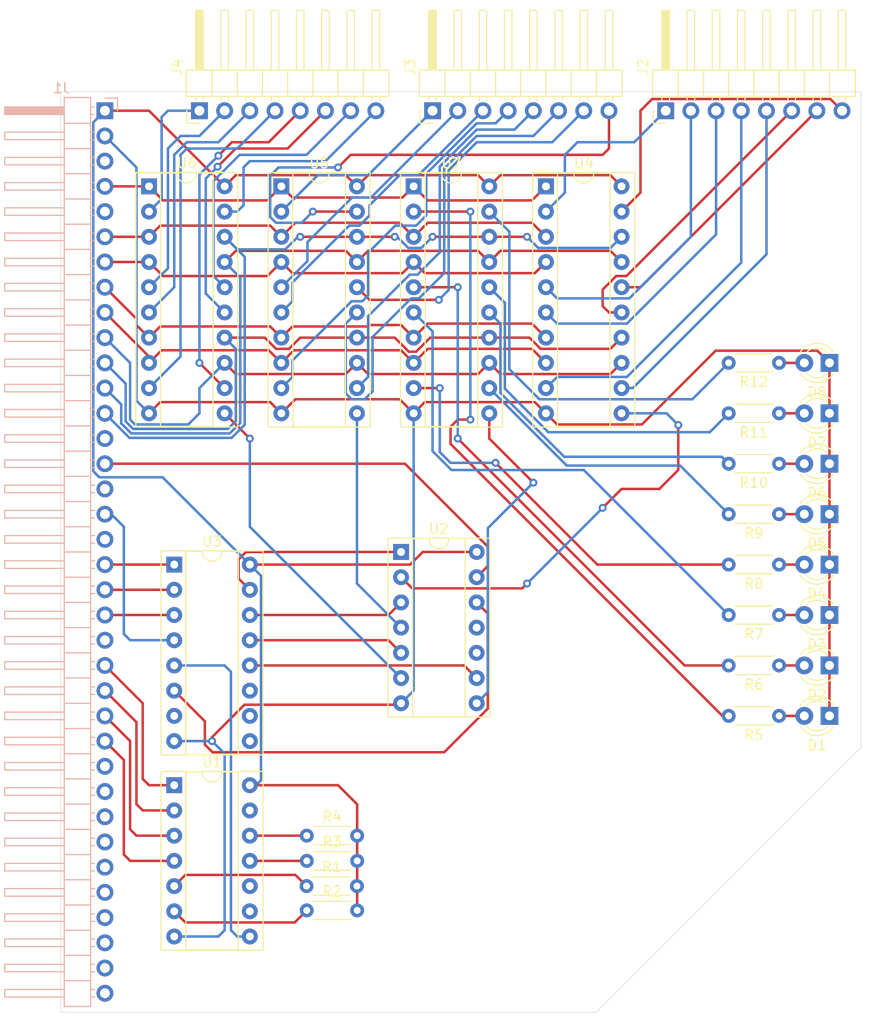
<source format=kicad_pcb>
(kicad_pcb (version 20171130) (host pcbnew 5.1.6-c6e7f7d~86~ubuntu18.04.1)

  (general
    (thickness 1.6)
    (drawings 6)
    (tracks 483)
    (zones 0)
    (modules 31)
    (nets 94)
  )

  (page A4)
  (layers
    (0 F.Cu signal)
    (31 B.Cu signal)
    (32 B.Adhes user)
    (33 F.Adhes user)
    (34 B.Paste user)
    (35 F.Paste user)
    (36 B.SilkS user)
    (37 F.SilkS user)
    (38 B.Mask user)
    (39 F.Mask user)
    (40 Dwgs.User user)
    (41 Cmts.User user)
    (42 Eco1.User user)
    (43 Eco2.User user)
    (44 Edge.Cuts user)
    (45 Margin user)
    (46 B.CrtYd user)
    (47 F.CrtYd user)
    (48 B.Fab user)
    (49 F.Fab user)
  )

  (setup
    (last_trace_width 0.25)
    (trace_clearance 0.2)
    (zone_clearance 0.508)
    (zone_45_only no)
    (trace_min 0.2)
    (via_size 0.8)
    (via_drill 0.4)
    (via_min_size 0.4)
    (via_min_drill 0.3)
    (uvia_size 0.3)
    (uvia_drill 0.1)
    (uvias_allowed no)
    (uvia_min_size 0.2)
    (uvia_min_drill 0.1)
    (edge_width 0.05)
    (segment_width 0.2)
    (pcb_text_width 0.3)
    (pcb_text_size 1.5 1.5)
    (mod_edge_width 0.12)
    (mod_text_size 1 1)
    (mod_text_width 0.15)
    (pad_size 1.524 1.524)
    (pad_drill 0.762)
    (pad_to_mask_clearance 0.05)
    (aux_axis_origin 0 0)
    (visible_elements FFFFFF7F)
    (pcbplotparams
      (layerselection 0x010fc_ffffffff)
      (usegerberextensions false)
      (usegerberattributes true)
      (usegerberadvancedattributes true)
      (creategerberjobfile true)
      (excludeedgelayer true)
      (linewidth 0.100000)
      (plotframeref false)
      (viasonmask false)
      (mode 1)
      (useauxorigin false)
      (hpglpennumber 1)
      (hpglpenspeed 20)
      (hpglpendiameter 15.000000)
      (psnegative false)
      (psa4output false)
      (plotreference true)
      (plotvalue true)
      (plotinvisibletext false)
      (padsonsilk false)
      (subtractmaskfromsilk false)
      (outputformat 1)
      (mirror false)
      (drillshape 1)
      (scaleselection 1)
      (outputdirectory ""))
  )

  (net 0 "")
  (net 1 "Net-(D1-Pad2)")
  (net 2 GND)
  (net 3 "Net-(D2-Pad2)")
  (net 4 "Net-(D3-Pad2)")
  (net 5 "Net-(D4-Pad2)")
  (net 6 "Net-(D5-Pad2)")
  (net 7 "Net-(D6-Pad2)")
  (net 8 "Net-(D7-Pad2)")
  (net 9 "Net-(D8-Pad2)")
  (net 10 "Net-(J1-Pad35)")
  (net 11 "Net-(J1-Pad34)")
  (net 12 "Net-(J1-Pad33)")
  (net 13 "Net-(J1-Pad32)")
  (net 14 "Net-(J1-Pad31)")
  (net 15 "Net-(J1-Pad30)")
  (net 16 "Net-(J1-Pad29)")
  (net 17 "Net-(J1-Pad28)")
  (net 18 "Net-(J1-Pad27)")
  (net 19 "Net-(J1-Pad26)")
  (net 20 "Net-(J1-Pad25)")
  (net 21 "Net-(J1-Pad24)")
  (net 22 "Net-(J1-Pad23)")
  (net 23 "Net-(J1-Pad22)")
  (net 24 "Net-(J1-Pad21)")
  (net 25 "Net-(J1-Pad20)")
  (net 26 "Net-(J1-Pad19)")
  (net 27 "Net-(J1-Pad18)")
  (net 28 "Net-(J1-Pad17)")
  (net 29 "Net-(J1-Pad16)")
  (net 30 "Net-(J1-Pad15)")
  (net 31 "Net-(J1-Pad14)")
  (net 32 D7)
  (net 33 D6)
  (net 34 D5)
  (net 35 D4)
  (net 36 D3)
  (net 37 D2)
  (net 38 D1)
  (net 39 D0)
  (net 40 "Net-(J1-Pad5)")
  (net 41 RESET)
  (net 42 "Net-(J1-Pad3)")
  (net 43 +5V)
  (net 44 "Net-(J2-Pad8)")
  (net 45 "Net-(J2-Pad7)")
  (net 46 "Net-(J2-Pad6)")
  (net 47 "Net-(J2-Pad5)")
  (net 48 "Net-(J2-Pad4)")
  (net 49 "Net-(J2-Pad3)")
  (net 50 "Net-(J2-Pad2)")
  (net 51 "Net-(J2-Pad1)")
  (net 52 "Net-(J3-Pad8)")
  (net 53 "Net-(J3-Pad7)")
  (net 54 "Net-(J3-Pad6)")
  (net 55 "Net-(J3-Pad5)")
  (net 56 "Net-(J3-Pad4)")
  (net 57 "Net-(J3-Pad3)")
  (net 58 "Net-(J3-Pad2)")
  (net 59 "Net-(J3-Pad1)")
  (net 60 "Net-(J4-Pad8)")
  (net 61 "Net-(J4-Pad7)")
  (net 62 "Net-(J4-Pad6)")
  (net 63 "Net-(J4-Pad5)")
  (net 64 "Net-(J4-Pad4)")
  (net 65 "Net-(J4-Pad3)")
  (net 66 "Net-(J4-Pad2)")
  (net 67 "Net-(J4-Pad1)")
  (net 68 "Net-(R1-Pad1)")
  (net 69 "Net-(R2-Pad1)")
  (net 70 "Net-(R3-Pad1)")
  (net 71 "Net-(R4-Pad1)")
  (net 72 "Net-(R5-Pad2)")
  (net 73 "Net-(R6-Pad2)")
  (net 74 "Net-(R7-Pad2)")
  (net 75 "Net-(R8-Pad2)")
  (net 76 "Net-(R9-Pad2)")
  (net 77 "Net-(R10-Pad2)")
  (net 78 "Net-(R11-Pad2)")
  (net 79 "Net-(R12-Pad2)")
  (net 80 "Net-(U1-Pad8)")
  (net 81 "Net-(U2-Pad6)")
  (net 82 "Net-(U2-Pad12)")
  (net 83 EN2)
  (net 84 "Net-(U2-Pad4)")
  (net 85 EN1)
  (net 86 EN3)
  (net 87 "Net-(U2-Pad2)")
  (net 88 "Net-(U2-Pad8)")
  (net 89 EN0)
  (net 90 "Net-(U3-Pad7)")
  (net 91 "Net-(U3-Pad11)")
  (net 92 "Net-(U3-Pad10)")
  (net 93 "Net-(U3-Pad9)")

  (net_class Default "This is the default net class."
    (clearance 0.2)
    (trace_width 0.25)
    (via_dia 0.8)
    (via_drill 0.4)
    (uvia_dia 0.3)
    (uvia_drill 0.1)
    (add_net +5V)
    (add_net D0)
    (add_net D1)
    (add_net D2)
    (add_net D3)
    (add_net D4)
    (add_net D5)
    (add_net D6)
    (add_net D7)
    (add_net EN0)
    (add_net EN1)
    (add_net EN2)
    (add_net EN3)
    (add_net GND)
    (add_net "Net-(D1-Pad2)")
    (add_net "Net-(D2-Pad2)")
    (add_net "Net-(D3-Pad2)")
    (add_net "Net-(D4-Pad2)")
    (add_net "Net-(D5-Pad2)")
    (add_net "Net-(D6-Pad2)")
    (add_net "Net-(D7-Pad2)")
    (add_net "Net-(D8-Pad2)")
    (add_net "Net-(J1-Pad14)")
    (add_net "Net-(J1-Pad15)")
    (add_net "Net-(J1-Pad16)")
    (add_net "Net-(J1-Pad17)")
    (add_net "Net-(J1-Pad18)")
    (add_net "Net-(J1-Pad19)")
    (add_net "Net-(J1-Pad20)")
    (add_net "Net-(J1-Pad21)")
    (add_net "Net-(J1-Pad22)")
    (add_net "Net-(J1-Pad23)")
    (add_net "Net-(J1-Pad24)")
    (add_net "Net-(J1-Pad25)")
    (add_net "Net-(J1-Pad26)")
    (add_net "Net-(J1-Pad27)")
    (add_net "Net-(J1-Pad28)")
    (add_net "Net-(J1-Pad29)")
    (add_net "Net-(J1-Pad3)")
    (add_net "Net-(J1-Pad30)")
    (add_net "Net-(J1-Pad31)")
    (add_net "Net-(J1-Pad32)")
    (add_net "Net-(J1-Pad33)")
    (add_net "Net-(J1-Pad34)")
    (add_net "Net-(J1-Pad35)")
    (add_net "Net-(J1-Pad5)")
    (add_net "Net-(J2-Pad1)")
    (add_net "Net-(J2-Pad2)")
    (add_net "Net-(J2-Pad3)")
    (add_net "Net-(J2-Pad4)")
    (add_net "Net-(J2-Pad5)")
    (add_net "Net-(J2-Pad6)")
    (add_net "Net-(J2-Pad7)")
    (add_net "Net-(J2-Pad8)")
    (add_net "Net-(J3-Pad1)")
    (add_net "Net-(J3-Pad2)")
    (add_net "Net-(J3-Pad3)")
    (add_net "Net-(J3-Pad4)")
    (add_net "Net-(J3-Pad5)")
    (add_net "Net-(J3-Pad6)")
    (add_net "Net-(J3-Pad7)")
    (add_net "Net-(J3-Pad8)")
    (add_net "Net-(J4-Pad1)")
    (add_net "Net-(J4-Pad2)")
    (add_net "Net-(J4-Pad3)")
    (add_net "Net-(J4-Pad4)")
    (add_net "Net-(J4-Pad5)")
    (add_net "Net-(J4-Pad6)")
    (add_net "Net-(J4-Pad7)")
    (add_net "Net-(J4-Pad8)")
    (add_net "Net-(R1-Pad1)")
    (add_net "Net-(R10-Pad2)")
    (add_net "Net-(R11-Pad2)")
    (add_net "Net-(R12-Pad2)")
    (add_net "Net-(R2-Pad1)")
    (add_net "Net-(R3-Pad1)")
    (add_net "Net-(R4-Pad1)")
    (add_net "Net-(R5-Pad2)")
    (add_net "Net-(R6-Pad2)")
    (add_net "Net-(R7-Pad2)")
    (add_net "Net-(R8-Pad2)")
    (add_net "Net-(R9-Pad2)")
    (add_net "Net-(U1-Pad8)")
    (add_net "Net-(U2-Pad12)")
    (add_net "Net-(U2-Pad2)")
    (add_net "Net-(U2-Pad4)")
    (add_net "Net-(U2-Pad6)")
    (add_net "Net-(U2-Pad8)")
    (add_net "Net-(U3-Pad10)")
    (add_net "Net-(U3-Pad11)")
    (add_net "Net-(U3-Pad7)")
    (add_net "Net-(U3-Pad9)")
    (add_net RESET)
  )

  (module Package_DIP:DIP-20_W7.62mm_Socket (layer F.Cu) (tedit 5A02E8C5) (tstamp 5ECFE437)
    (at 113.03 51.435)
    (descr "20-lead though-hole mounted DIP package, row spacing 7.62 mm (300 mils), Socket")
    (tags "THT DIP DIL PDIP 2.54mm 7.62mm 300mil Socket")
    (path /5ED21DB3)
    (fp_text reference U4 (at 3.81 -2.33) (layer F.SilkS)
      (effects (font (size 1 1) (thickness 0.15)))
    )
    (fp_text value 74LS273 (at 3.81 25.19) (layer F.Fab)
      (effects (font (size 1 1) (thickness 0.15)))
    )
    (fp_text user %R (at 3.81 11.43) (layer F.Fab)
      (effects (font (size 1 1) (thickness 0.15)))
    )
    (fp_arc (start 3.81 -1.33) (end 2.81 -1.33) (angle -180) (layer F.SilkS) (width 0.12))
    (fp_line (start 1.635 -1.27) (end 6.985 -1.27) (layer F.Fab) (width 0.1))
    (fp_line (start 6.985 -1.27) (end 6.985 24.13) (layer F.Fab) (width 0.1))
    (fp_line (start 6.985 24.13) (end 0.635 24.13) (layer F.Fab) (width 0.1))
    (fp_line (start 0.635 24.13) (end 0.635 -0.27) (layer F.Fab) (width 0.1))
    (fp_line (start 0.635 -0.27) (end 1.635 -1.27) (layer F.Fab) (width 0.1))
    (fp_line (start -1.27 -1.33) (end -1.27 24.19) (layer F.Fab) (width 0.1))
    (fp_line (start -1.27 24.19) (end 8.89 24.19) (layer F.Fab) (width 0.1))
    (fp_line (start 8.89 24.19) (end 8.89 -1.33) (layer F.Fab) (width 0.1))
    (fp_line (start 8.89 -1.33) (end -1.27 -1.33) (layer F.Fab) (width 0.1))
    (fp_line (start 2.81 -1.33) (end 1.16 -1.33) (layer F.SilkS) (width 0.12))
    (fp_line (start 1.16 -1.33) (end 1.16 24.19) (layer F.SilkS) (width 0.12))
    (fp_line (start 1.16 24.19) (end 6.46 24.19) (layer F.SilkS) (width 0.12))
    (fp_line (start 6.46 24.19) (end 6.46 -1.33) (layer F.SilkS) (width 0.12))
    (fp_line (start 6.46 -1.33) (end 4.81 -1.33) (layer F.SilkS) (width 0.12))
    (fp_line (start -1.33 -1.39) (end -1.33 24.25) (layer F.SilkS) (width 0.12))
    (fp_line (start -1.33 24.25) (end 8.95 24.25) (layer F.SilkS) (width 0.12))
    (fp_line (start 8.95 24.25) (end 8.95 -1.39) (layer F.SilkS) (width 0.12))
    (fp_line (start 8.95 -1.39) (end -1.33 -1.39) (layer F.SilkS) (width 0.12))
    (fp_line (start -1.55 -1.6) (end -1.55 24.45) (layer F.CrtYd) (width 0.05))
    (fp_line (start -1.55 24.45) (end 9.15 24.45) (layer F.CrtYd) (width 0.05))
    (fp_line (start 9.15 24.45) (end 9.15 -1.6) (layer F.CrtYd) (width 0.05))
    (fp_line (start 9.15 -1.6) (end -1.55 -1.6) (layer F.CrtYd) (width 0.05))
    (pad 20 thru_hole oval (at 7.62 0) (size 1.6 1.6) (drill 0.8) (layers *.Cu *.Mask)
      (net 43 +5V))
    (pad 10 thru_hole oval (at 0 22.86) (size 1.6 1.6) (drill 0.8) (layers *.Cu *.Mask)
      (net 2 GND))
    (pad 19 thru_hole oval (at 7.62 2.54) (size 1.6 1.6) (drill 0.8) (layers *.Cu *.Mask)
      (net 44 "Net-(J2-Pad8)"))
    (pad 9 thru_hole oval (at 0 20.32) (size 1.6 1.6) (drill 0.8) (layers *.Cu *.Mask)
      (net 48 "Net-(J2-Pad4)"))
    (pad 18 thru_hole oval (at 7.62 5.08) (size 1.6 1.6) (drill 0.8) (layers *.Cu *.Mask)
      (net 32 D7))
    (pad 8 thru_hole oval (at 0 17.78) (size 1.6 1.6) (drill 0.8) (layers *.Cu *.Mask)
      (net 36 D3))
    (pad 17 thru_hole oval (at 7.62 7.62) (size 1.6 1.6) (drill 0.8) (layers *.Cu *.Mask)
      (net 33 D6))
    (pad 7 thru_hole oval (at 0 15.24) (size 1.6 1.6) (drill 0.8) (layers *.Cu *.Mask)
      (net 37 D2))
    (pad 16 thru_hole oval (at 7.62 10.16) (size 1.6 1.6) (drill 0.8) (layers *.Cu *.Mask)
      (net 45 "Net-(J2-Pad7)"))
    (pad 6 thru_hole oval (at 0 12.7) (size 1.6 1.6) (drill 0.8) (layers *.Cu *.Mask)
      (net 49 "Net-(J2-Pad3)"))
    (pad 15 thru_hole oval (at 7.62 12.7) (size 1.6 1.6) (drill 0.8) (layers *.Cu *.Mask)
      (net 46 "Net-(J2-Pad6)"))
    (pad 5 thru_hole oval (at 0 10.16) (size 1.6 1.6) (drill 0.8) (layers *.Cu *.Mask)
      (net 50 "Net-(J2-Pad2)"))
    (pad 14 thru_hole oval (at 7.62 15.24) (size 1.6 1.6) (drill 0.8) (layers *.Cu *.Mask)
      (net 34 D5))
    (pad 4 thru_hole oval (at 0 7.62) (size 1.6 1.6) (drill 0.8) (layers *.Cu *.Mask)
      (net 38 D1))
    (pad 13 thru_hole oval (at 7.62 17.78) (size 1.6 1.6) (drill 0.8) (layers *.Cu *.Mask)
      (net 35 D4))
    (pad 3 thru_hole oval (at 0 5.08) (size 1.6 1.6) (drill 0.8) (layers *.Cu *.Mask)
      (net 39 D0))
    (pad 12 thru_hole oval (at 7.62 20.32) (size 1.6 1.6) (drill 0.8) (layers *.Cu *.Mask)
      (net 47 "Net-(J2-Pad5)"))
    (pad 2 thru_hole oval (at 0 2.54) (size 1.6 1.6) (drill 0.8) (layers *.Cu *.Mask)
      (net 51 "Net-(J2-Pad1)"))
    (pad 11 thru_hole oval (at 7.62 22.86) (size 1.6 1.6) (drill 0.8) (layers *.Cu *.Mask)
      (net 87 "Net-(U2-Pad2)"))
    (pad 1 thru_hole rect (at 0 0) (size 1.6 1.6) (drill 0.8) (layers *.Cu *.Mask)
      (net 41 RESET))
    (model ${KISYS3DMOD}/Package_DIP.3dshapes/DIP-20_W7.62mm_Socket.wrl
      (at (xyz 0 0 0))
      (scale (xyz 1 1 1))
      (rotate (xyz 0 0 0))
    )
  )

  (module Package_DIP:DIP-20_W7.62mm_Socket (layer F.Cu) (tedit 5A02E8C5) (tstamp 5ECFE4C7)
    (at 99.695 51.435)
    (descr "20-lead though-hole mounted DIP package, row spacing 7.62 mm (300 mils), Socket")
    (tags "THT DIP DIL PDIP 2.54mm 7.62mm 300mil Socket")
    (path /5ED52B3A)
    (fp_text reference U7 (at 3.81 -2.33) (layer F.SilkS)
      (effects (font (size 1 1) (thickness 0.15)))
    )
    (fp_text value 74LS273 (at 3.81 25.19) (layer F.Fab)
      (effects (font (size 1 1) (thickness 0.15)))
    )
    (fp_text user %R (at 3.81 11.43) (layer F.Fab)
      (effects (font (size 1 1) (thickness 0.15)))
    )
    (fp_arc (start 3.81 -1.33) (end 2.81 -1.33) (angle -180) (layer F.SilkS) (width 0.12))
    (fp_line (start 1.635 -1.27) (end 6.985 -1.27) (layer F.Fab) (width 0.1))
    (fp_line (start 6.985 -1.27) (end 6.985 24.13) (layer F.Fab) (width 0.1))
    (fp_line (start 6.985 24.13) (end 0.635 24.13) (layer F.Fab) (width 0.1))
    (fp_line (start 0.635 24.13) (end 0.635 -0.27) (layer F.Fab) (width 0.1))
    (fp_line (start 0.635 -0.27) (end 1.635 -1.27) (layer F.Fab) (width 0.1))
    (fp_line (start -1.27 -1.33) (end -1.27 24.19) (layer F.Fab) (width 0.1))
    (fp_line (start -1.27 24.19) (end 8.89 24.19) (layer F.Fab) (width 0.1))
    (fp_line (start 8.89 24.19) (end 8.89 -1.33) (layer F.Fab) (width 0.1))
    (fp_line (start 8.89 -1.33) (end -1.27 -1.33) (layer F.Fab) (width 0.1))
    (fp_line (start 2.81 -1.33) (end 1.16 -1.33) (layer F.SilkS) (width 0.12))
    (fp_line (start 1.16 -1.33) (end 1.16 24.19) (layer F.SilkS) (width 0.12))
    (fp_line (start 1.16 24.19) (end 6.46 24.19) (layer F.SilkS) (width 0.12))
    (fp_line (start 6.46 24.19) (end 6.46 -1.33) (layer F.SilkS) (width 0.12))
    (fp_line (start 6.46 -1.33) (end 4.81 -1.33) (layer F.SilkS) (width 0.12))
    (fp_line (start -1.33 -1.39) (end -1.33 24.25) (layer F.SilkS) (width 0.12))
    (fp_line (start -1.33 24.25) (end 8.95 24.25) (layer F.SilkS) (width 0.12))
    (fp_line (start 8.95 24.25) (end 8.95 -1.39) (layer F.SilkS) (width 0.12))
    (fp_line (start 8.95 -1.39) (end -1.33 -1.39) (layer F.SilkS) (width 0.12))
    (fp_line (start -1.55 -1.6) (end -1.55 24.45) (layer F.CrtYd) (width 0.05))
    (fp_line (start -1.55 24.45) (end 9.15 24.45) (layer F.CrtYd) (width 0.05))
    (fp_line (start 9.15 24.45) (end 9.15 -1.6) (layer F.CrtYd) (width 0.05))
    (fp_line (start 9.15 -1.6) (end -1.55 -1.6) (layer F.CrtYd) (width 0.05))
    (pad 20 thru_hole oval (at 7.62 0) (size 1.6 1.6) (drill 0.8) (layers *.Cu *.Mask)
      (net 43 +5V))
    (pad 10 thru_hole oval (at 0 22.86) (size 1.6 1.6) (drill 0.8) (layers *.Cu *.Mask)
      (net 2 GND))
    (pad 19 thru_hole oval (at 7.62 2.54) (size 1.6 1.6) (drill 0.8) (layers *.Cu *.Mask)
      (net 79 "Net-(R12-Pad2)"))
    (pad 9 thru_hole oval (at 0 20.32) (size 1.6 1.6) (drill 0.8) (layers *.Cu *.Mask)
      (net 75 "Net-(R8-Pad2)"))
    (pad 18 thru_hole oval (at 7.62 5.08) (size 1.6 1.6) (drill 0.8) (layers *.Cu *.Mask)
      (net 32 D7))
    (pad 8 thru_hole oval (at 0 17.78) (size 1.6 1.6) (drill 0.8) (layers *.Cu *.Mask)
      (net 36 D3))
    (pad 17 thru_hole oval (at 7.62 7.62) (size 1.6 1.6) (drill 0.8) (layers *.Cu *.Mask)
      (net 33 D6))
    (pad 7 thru_hole oval (at 0 15.24) (size 1.6 1.6) (drill 0.8) (layers *.Cu *.Mask)
      (net 37 D2))
    (pad 16 thru_hole oval (at 7.62 10.16) (size 1.6 1.6) (drill 0.8) (layers *.Cu *.Mask)
      (net 78 "Net-(R11-Pad2)"))
    (pad 6 thru_hole oval (at 0 12.7) (size 1.6 1.6) (drill 0.8) (layers *.Cu *.Mask)
      (net 74 "Net-(R7-Pad2)"))
    (pad 15 thru_hole oval (at 7.62 12.7) (size 1.6 1.6) (drill 0.8) (layers *.Cu *.Mask)
      (net 77 "Net-(R10-Pad2)"))
    (pad 5 thru_hole oval (at 0 10.16) (size 1.6 1.6) (drill 0.8) (layers *.Cu *.Mask)
      (net 73 "Net-(R6-Pad2)"))
    (pad 14 thru_hole oval (at 7.62 15.24) (size 1.6 1.6) (drill 0.8) (layers *.Cu *.Mask)
      (net 34 D5))
    (pad 4 thru_hole oval (at 0 7.62) (size 1.6 1.6) (drill 0.8) (layers *.Cu *.Mask)
      (net 38 D1))
    (pad 13 thru_hole oval (at 7.62 17.78) (size 1.6 1.6) (drill 0.8) (layers *.Cu *.Mask)
      (net 35 D4))
    (pad 3 thru_hole oval (at 0 5.08) (size 1.6 1.6) (drill 0.8) (layers *.Cu *.Mask)
      (net 39 D0))
    (pad 12 thru_hole oval (at 7.62 20.32) (size 1.6 1.6) (drill 0.8) (layers *.Cu *.Mask)
      (net 76 "Net-(R9-Pad2)"))
    (pad 2 thru_hole oval (at 0 2.54) (size 1.6 1.6) (drill 0.8) (layers *.Cu *.Mask)
      (net 72 "Net-(R5-Pad2)"))
    (pad 11 thru_hole oval (at 7.62 22.86) (size 1.6 1.6) (drill 0.8) (layers *.Cu *.Mask)
      (net 88 "Net-(U2-Pad8)"))
    (pad 1 thru_hole rect (at 0 0) (size 1.6 1.6) (drill 0.8) (layers *.Cu *.Mask)
      (net 41 RESET))
    (model ${KISYS3DMOD}/Package_DIP.3dshapes/DIP-20_W7.62mm_Socket.wrl
      (at (xyz 0 0 0))
      (scale (xyz 1 1 1))
      (rotate (xyz 0 0 0))
    )
  )

  (module Package_DIP:DIP-20_W7.62mm_Socket (layer F.Cu) (tedit 5A02E8C5) (tstamp 5ECFE497)
    (at 73.025 51.435)
    (descr "20-lead though-hole mounted DIP package, row spacing 7.62 mm (300 mils), Socket")
    (tags "THT DIP DIL PDIP 2.54mm 7.62mm 300mil Socket")
    (path /5ED44C4A)
    (fp_text reference U6 (at 3.81 -2.33) (layer F.SilkS)
      (effects (font (size 1 1) (thickness 0.15)))
    )
    (fp_text value 74LS273 (at 3.81 25.19) (layer F.Fab)
      (effects (font (size 1 1) (thickness 0.15)))
    )
    (fp_text user %R (at 3.81 11.43) (layer F.Fab)
      (effects (font (size 1 1) (thickness 0.15)))
    )
    (fp_arc (start 3.81 -1.33) (end 2.81 -1.33) (angle -180) (layer F.SilkS) (width 0.12))
    (fp_line (start 1.635 -1.27) (end 6.985 -1.27) (layer F.Fab) (width 0.1))
    (fp_line (start 6.985 -1.27) (end 6.985 24.13) (layer F.Fab) (width 0.1))
    (fp_line (start 6.985 24.13) (end 0.635 24.13) (layer F.Fab) (width 0.1))
    (fp_line (start 0.635 24.13) (end 0.635 -0.27) (layer F.Fab) (width 0.1))
    (fp_line (start 0.635 -0.27) (end 1.635 -1.27) (layer F.Fab) (width 0.1))
    (fp_line (start -1.27 -1.33) (end -1.27 24.19) (layer F.Fab) (width 0.1))
    (fp_line (start -1.27 24.19) (end 8.89 24.19) (layer F.Fab) (width 0.1))
    (fp_line (start 8.89 24.19) (end 8.89 -1.33) (layer F.Fab) (width 0.1))
    (fp_line (start 8.89 -1.33) (end -1.27 -1.33) (layer F.Fab) (width 0.1))
    (fp_line (start 2.81 -1.33) (end 1.16 -1.33) (layer F.SilkS) (width 0.12))
    (fp_line (start 1.16 -1.33) (end 1.16 24.19) (layer F.SilkS) (width 0.12))
    (fp_line (start 1.16 24.19) (end 6.46 24.19) (layer F.SilkS) (width 0.12))
    (fp_line (start 6.46 24.19) (end 6.46 -1.33) (layer F.SilkS) (width 0.12))
    (fp_line (start 6.46 -1.33) (end 4.81 -1.33) (layer F.SilkS) (width 0.12))
    (fp_line (start -1.33 -1.39) (end -1.33 24.25) (layer F.SilkS) (width 0.12))
    (fp_line (start -1.33 24.25) (end 8.95 24.25) (layer F.SilkS) (width 0.12))
    (fp_line (start 8.95 24.25) (end 8.95 -1.39) (layer F.SilkS) (width 0.12))
    (fp_line (start 8.95 -1.39) (end -1.33 -1.39) (layer F.SilkS) (width 0.12))
    (fp_line (start -1.55 -1.6) (end -1.55 24.45) (layer F.CrtYd) (width 0.05))
    (fp_line (start -1.55 24.45) (end 9.15 24.45) (layer F.CrtYd) (width 0.05))
    (fp_line (start 9.15 24.45) (end 9.15 -1.6) (layer F.CrtYd) (width 0.05))
    (fp_line (start 9.15 -1.6) (end -1.55 -1.6) (layer F.CrtYd) (width 0.05))
    (pad 20 thru_hole oval (at 7.62 0) (size 1.6 1.6) (drill 0.8) (layers *.Cu *.Mask)
      (net 43 +5V))
    (pad 10 thru_hole oval (at 0 22.86) (size 1.6 1.6) (drill 0.8) (layers *.Cu *.Mask)
      (net 2 GND))
    (pad 19 thru_hole oval (at 7.62 2.54) (size 1.6 1.6) (drill 0.8) (layers *.Cu *.Mask)
      (net 60 "Net-(J4-Pad8)"))
    (pad 9 thru_hole oval (at 0 20.32) (size 1.6 1.6) (drill 0.8) (layers *.Cu *.Mask)
      (net 64 "Net-(J4-Pad4)"))
    (pad 18 thru_hole oval (at 7.62 5.08) (size 1.6 1.6) (drill 0.8) (layers *.Cu *.Mask)
      (net 32 D7))
    (pad 8 thru_hole oval (at 0 17.78) (size 1.6 1.6) (drill 0.8) (layers *.Cu *.Mask)
      (net 36 D3))
    (pad 17 thru_hole oval (at 7.62 7.62) (size 1.6 1.6) (drill 0.8) (layers *.Cu *.Mask)
      (net 33 D6))
    (pad 7 thru_hole oval (at 0 15.24) (size 1.6 1.6) (drill 0.8) (layers *.Cu *.Mask)
      (net 37 D2))
    (pad 16 thru_hole oval (at 7.62 10.16) (size 1.6 1.6) (drill 0.8) (layers *.Cu *.Mask)
      (net 61 "Net-(J4-Pad7)"))
    (pad 6 thru_hole oval (at 0 12.7) (size 1.6 1.6) (drill 0.8) (layers *.Cu *.Mask)
      (net 65 "Net-(J4-Pad3)"))
    (pad 15 thru_hole oval (at 7.62 12.7) (size 1.6 1.6) (drill 0.8) (layers *.Cu *.Mask)
      (net 62 "Net-(J4-Pad6)"))
    (pad 5 thru_hole oval (at 0 10.16) (size 1.6 1.6) (drill 0.8) (layers *.Cu *.Mask)
      (net 66 "Net-(J4-Pad2)"))
    (pad 14 thru_hole oval (at 7.62 15.24) (size 1.6 1.6) (drill 0.8) (layers *.Cu *.Mask)
      (net 34 D5))
    (pad 4 thru_hole oval (at 0 7.62) (size 1.6 1.6) (drill 0.8) (layers *.Cu *.Mask)
      (net 38 D1))
    (pad 13 thru_hole oval (at 7.62 17.78) (size 1.6 1.6) (drill 0.8) (layers *.Cu *.Mask)
      (net 35 D4))
    (pad 3 thru_hole oval (at 0 5.08) (size 1.6 1.6) (drill 0.8) (layers *.Cu *.Mask)
      (net 39 D0))
    (pad 12 thru_hole oval (at 7.62 20.32) (size 1.6 1.6) (drill 0.8) (layers *.Cu *.Mask)
      (net 63 "Net-(J4-Pad5)"))
    (pad 2 thru_hole oval (at 0 2.54) (size 1.6 1.6) (drill 0.8) (layers *.Cu *.Mask)
      (net 67 "Net-(J4-Pad1)"))
    (pad 11 thru_hole oval (at 7.62 22.86) (size 1.6 1.6) (drill 0.8) (layers *.Cu *.Mask)
      (net 81 "Net-(U2-Pad6)"))
    (pad 1 thru_hole rect (at 0 0) (size 1.6 1.6) (drill 0.8) (layers *.Cu *.Mask)
      (net 41 RESET))
    (model ${KISYS3DMOD}/Package_DIP.3dshapes/DIP-20_W7.62mm_Socket.wrl
      (at (xyz 0 0 0))
      (scale (xyz 1 1 1))
      (rotate (xyz 0 0 0))
    )
  )

  (module Package_DIP:DIP-20_W7.62mm_Socket (layer F.Cu) (tedit 5A02E8C5) (tstamp 5ECFE467)
    (at 86.36 51.435)
    (descr "20-lead though-hole mounted DIP package, row spacing 7.62 mm (300 mils), Socket")
    (tags "THT DIP DIL PDIP 2.54mm 7.62mm 300mil Socket")
    (path /5ED41A5E)
    (fp_text reference U5 (at 3.81 -2.33) (layer F.SilkS)
      (effects (font (size 1 1) (thickness 0.15)))
    )
    (fp_text value 74LS273 (at 3.81 25.19) (layer F.Fab)
      (effects (font (size 1 1) (thickness 0.15)))
    )
    (fp_text user %R (at 3.81 11.43) (layer F.Fab)
      (effects (font (size 1 1) (thickness 0.15)))
    )
    (fp_arc (start 3.81 -1.33) (end 2.81 -1.33) (angle -180) (layer F.SilkS) (width 0.12))
    (fp_line (start 1.635 -1.27) (end 6.985 -1.27) (layer F.Fab) (width 0.1))
    (fp_line (start 6.985 -1.27) (end 6.985 24.13) (layer F.Fab) (width 0.1))
    (fp_line (start 6.985 24.13) (end 0.635 24.13) (layer F.Fab) (width 0.1))
    (fp_line (start 0.635 24.13) (end 0.635 -0.27) (layer F.Fab) (width 0.1))
    (fp_line (start 0.635 -0.27) (end 1.635 -1.27) (layer F.Fab) (width 0.1))
    (fp_line (start -1.27 -1.33) (end -1.27 24.19) (layer F.Fab) (width 0.1))
    (fp_line (start -1.27 24.19) (end 8.89 24.19) (layer F.Fab) (width 0.1))
    (fp_line (start 8.89 24.19) (end 8.89 -1.33) (layer F.Fab) (width 0.1))
    (fp_line (start 8.89 -1.33) (end -1.27 -1.33) (layer F.Fab) (width 0.1))
    (fp_line (start 2.81 -1.33) (end 1.16 -1.33) (layer F.SilkS) (width 0.12))
    (fp_line (start 1.16 -1.33) (end 1.16 24.19) (layer F.SilkS) (width 0.12))
    (fp_line (start 1.16 24.19) (end 6.46 24.19) (layer F.SilkS) (width 0.12))
    (fp_line (start 6.46 24.19) (end 6.46 -1.33) (layer F.SilkS) (width 0.12))
    (fp_line (start 6.46 -1.33) (end 4.81 -1.33) (layer F.SilkS) (width 0.12))
    (fp_line (start -1.33 -1.39) (end -1.33 24.25) (layer F.SilkS) (width 0.12))
    (fp_line (start -1.33 24.25) (end 8.95 24.25) (layer F.SilkS) (width 0.12))
    (fp_line (start 8.95 24.25) (end 8.95 -1.39) (layer F.SilkS) (width 0.12))
    (fp_line (start 8.95 -1.39) (end -1.33 -1.39) (layer F.SilkS) (width 0.12))
    (fp_line (start -1.55 -1.6) (end -1.55 24.45) (layer F.CrtYd) (width 0.05))
    (fp_line (start -1.55 24.45) (end 9.15 24.45) (layer F.CrtYd) (width 0.05))
    (fp_line (start 9.15 24.45) (end 9.15 -1.6) (layer F.CrtYd) (width 0.05))
    (fp_line (start 9.15 -1.6) (end -1.55 -1.6) (layer F.CrtYd) (width 0.05))
    (pad 20 thru_hole oval (at 7.62 0) (size 1.6 1.6) (drill 0.8) (layers *.Cu *.Mask)
      (net 43 +5V))
    (pad 10 thru_hole oval (at 0 22.86) (size 1.6 1.6) (drill 0.8) (layers *.Cu *.Mask)
      (net 2 GND))
    (pad 19 thru_hole oval (at 7.62 2.54) (size 1.6 1.6) (drill 0.8) (layers *.Cu *.Mask)
      (net 52 "Net-(J3-Pad8)"))
    (pad 9 thru_hole oval (at 0 20.32) (size 1.6 1.6) (drill 0.8) (layers *.Cu *.Mask)
      (net 56 "Net-(J3-Pad4)"))
    (pad 18 thru_hole oval (at 7.62 5.08) (size 1.6 1.6) (drill 0.8) (layers *.Cu *.Mask)
      (net 32 D7))
    (pad 8 thru_hole oval (at 0 17.78) (size 1.6 1.6) (drill 0.8) (layers *.Cu *.Mask)
      (net 36 D3))
    (pad 17 thru_hole oval (at 7.62 7.62) (size 1.6 1.6) (drill 0.8) (layers *.Cu *.Mask)
      (net 33 D6))
    (pad 7 thru_hole oval (at 0 15.24) (size 1.6 1.6) (drill 0.8) (layers *.Cu *.Mask)
      (net 37 D2))
    (pad 16 thru_hole oval (at 7.62 10.16) (size 1.6 1.6) (drill 0.8) (layers *.Cu *.Mask)
      (net 53 "Net-(J3-Pad7)"))
    (pad 6 thru_hole oval (at 0 12.7) (size 1.6 1.6) (drill 0.8) (layers *.Cu *.Mask)
      (net 57 "Net-(J3-Pad3)"))
    (pad 15 thru_hole oval (at 7.62 12.7) (size 1.6 1.6) (drill 0.8) (layers *.Cu *.Mask)
      (net 54 "Net-(J3-Pad6)"))
    (pad 5 thru_hole oval (at 0 10.16) (size 1.6 1.6) (drill 0.8) (layers *.Cu *.Mask)
      (net 58 "Net-(J3-Pad2)"))
    (pad 14 thru_hole oval (at 7.62 15.24) (size 1.6 1.6) (drill 0.8) (layers *.Cu *.Mask)
      (net 34 D5))
    (pad 4 thru_hole oval (at 0 7.62) (size 1.6 1.6) (drill 0.8) (layers *.Cu *.Mask)
      (net 38 D1))
    (pad 13 thru_hole oval (at 7.62 17.78) (size 1.6 1.6) (drill 0.8) (layers *.Cu *.Mask)
      (net 35 D4))
    (pad 3 thru_hole oval (at 0 5.08) (size 1.6 1.6) (drill 0.8) (layers *.Cu *.Mask)
      (net 39 D0))
    (pad 12 thru_hole oval (at 7.62 20.32) (size 1.6 1.6) (drill 0.8) (layers *.Cu *.Mask)
      (net 55 "Net-(J3-Pad5)"))
    (pad 2 thru_hole oval (at 0 2.54) (size 1.6 1.6) (drill 0.8) (layers *.Cu *.Mask)
      (net 59 "Net-(J3-Pad1)"))
    (pad 11 thru_hole oval (at 7.62 22.86) (size 1.6 1.6) (drill 0.8) (layers *.Cu *.Mask)
      (net 84 "Net-(U2-Pad4)"))
    (pad 1 thru_hole rect (at 0 0) (size 1.6 1.6) (drill 0.8) (layers *.Cu *.Mask)
      (net 41 RESET))
    (model ${KISYS3DMOD}/Package_DIP.3dshapes/DIP-20_W7.62mm_Socket.wrl
      (at (xyz 0 0 0))
      (scale (xyz 1 1 1))
      (rotate (xyz 0 0 0))
    )
  )

  (module Package_DIP:DIP-16_W7.62mm_Socket (layer F.Cu) (tedit 5A02E8C5) (tstamp 5ECFE407)
    (at 75.565 89.535)
    (descr "16-lead though-hole mounted DIP package, row spacing 7.62 mm (300 mils), Socket")
    (tags "THT DIP DIL PDIP 2.54mm 7.62mm 300mil Socket")
    (path /5ECF7573)
    (fp_text reference U3 (at 3.81 -2.33) (layer F.SilkS)
      (effects (font (size 1 1) (thickness 0.15)))
    )
    (fp_text value 74LS138 (at 3.81 20.11) (layer F.Fab)
      (effects (font (size 1 1) (thickness 0.15)))
    )
    (fp_text user %R (at 3.81 8.89) (layer F.Fab)
      (effects (font (size 1 1) (thickness 0.15)))
    )
    (fp_arc (start 3.81 -1.33) (end 2.81 -1.33) (angle -180) (layer F.SilkS) (width 0.12))
    (fp_line (start 1.635 -1.27) (end 6.985 -1.27) (layer F.Fab) (width 0.1))
    (fp_line (start 6.985 -1.27) (end 6.985 19.05) (layer F.Fab) (width 0.1))
    (fp_line (start 6.985 19.05) (end 0.635 19.05) (layer F.Fab) (width 0.1))
    (fp_line (start 0.635 19.05) (end 0.635 -0.27) (layer F.Fab) (width 0.1))
    (fp_line (start 0.635 -0.27) (end 1.635 -1.27) (layer F.Fab) (width 0.1))
    (fp_line (start -1.27 -1.33) (end -1.27 19.11) (layer F.Fab) (width 0.1))
    (fp_line (start -1.27 19.11) (end 8.89 19.11) (layer F.Fab) (width 0.1))
    (fp_line (start 8.89 19.11) (end 8.89 -1.33) (layer F.Fab) (width 0.1))
    (fp_line (start 8.89 -1.33) (end -1.27 -1.33) (layer F.Fab) (width 0.1))
    (fp_line (start 2.81 -1.33) (end 1.16 -1.33) (layer F.SilkS) (width 0.12))
    (fp_line (start 1.16 -1.33) (end 1.16 19.11) (layer F.SilkS) (width 0.12))
    (fp_line (start 1.16 19.11) (end 6.46 19.11) (layer F.SilkS) (width 0.12))
    (fp_line (start 6.46 19.11) (end 6.46 -1.33) (layer F.SilkS) (width 0.12))
    (fp_line (start 6.46 -1.33) (end 4.81 -1.33) (layer F.SilkS) (width 0.12))
    (fp_line (start -1.33 -1.39) (end -1.33 19.17) (layer F.SilkS) (width 0.12))
    (fp_line (start -1.33 19.17) (end 8.95 19.17) (layer F.SilkS) (width 0.12))
    (fp_line (start 8.95 19.17) (end 8.95 -1.39) (layer F.SilkS) (width 0.12))
    (fp_line (start 8.95 -1.39) (end -1.33 -1.39) (layer F.SilkS) (width 0.12))
    (fp_line (start -1.55 -1.6) (end -1.55 19.4) (layer F.CrtYd) (width 0.05))
    (fp_line (start -1.55 19.4) (end 9.15 19.4) (layer F.CrtYd) (width 0.05))
    (fp_line (start 9.15 19.4) (end 9.15 -1.6) (layer F.CrtYd) (width 0.05))
    (fp_line (start 9.15 -1.6) (end -1.55 -1.6) (layer F.CrtYd) (width 0.05))
    (pad 16 thru_hole oval (at 7.62 0) (size 1.6 1.6) (drill 0.8) (layers *.Cu *.Mask)
      (net 43 +5V))
    (pad 8 thru_hole oval (at 0 17.78) (size 1.6 1.6) (drill 0.8) (layers *.Cu *.Mask)
      (net 2 GND))
    (pad 15 thru_hole oval (at 7.62 2.54) (size 1.6 1.6) (drill 0.8) (layers *.Cu *.Mask)
      (net 89 EN0))
    (pad 7 thru_hole oval (at 0 15.24) (size 1.6 1.6) (drill 0.8) (layers *.Cu *.Mask)
      (net 90 "Net-(U3-Pad7)"))
    (pad 14 thru_hole oval (at 7.62 5.08) (size 1.6 1.6) (drill 0.8) (layers *.Cu *.Mask)
      (net 85 EN1))
    (pad 6 thru_hole oval (at 0 12.7) (size 1.6 1.6) (drill 0.8) (layers *.Cu *.Mask)
      (net 82 "Net-(U2-Pad12)"))
    (pad 13 thru_hole oval (at 7.62 7.62) (size 1.6 1.6) (drill 0.8) (layers *.Cu *.Mask)
      (net 83 EN2))
    (pad 5 thru_hole oval (at 0 10.16) (size 1.6 1.6) (drill 0.8) (layers *.Cu *.Mask)
      (net 80 "Net-(U1-Pad8)"))
    (pad 12 thru_hole oval (at 7.62 10.16) (size 1.6 1.6) (drill 0.8) (layers *.Cu *.Mask)
      (net 86 EN3))
    (pad 4 thru_hole oval (at 0 7.62) (size 1.6 1.6) (drill 0.8) (layers *.Cu *.Mask)
      (net 28 "Net-(J1-Pad17)"))
    (pad 11 thru_hole oval (at 7.62 12.7) (size 1.6 1.6) (drill 0.8) (layers *.Cu *.Mask)
      (net 91 "Net-(U3-Pad11)"))
    (pad 3 thru_hole oval (at 0 5.08) (size 1.6 1.6) (drill 0.8) (layers *.Cu *.Mask)
      (net 24 "Net-(J1-Pad21)"))
    (pad 10 thru_hole oval (at 7.62 15.24) (size 1.6 1.6) (drill 0.8) (layers *.Cu *.Mask)
      (net 92 "Net-(U3-Pad10)"))
    (pad 2 thru_hole oval (at 0 2.54) (size 1.6 1.6) (drill 0.8) (layers *.Cu *.Mask)
      (net 25 "Net-(J1-Pad20)"))
    (pad 9 thru_hole oval (at 7.62 17.78) (size 1.6 1.6) (drill 0.8) (layers *.Cu *.Mask)
      (net 93 "Net-(U3-Pad9)"))
    (pad 1 thru_hole rect (at 0 0) (size 1.6 1.6) (drill 0.8) (layers *.Cu *.Mask)
      (net 26 "Net-(J1-Pad19)"))
    (model ${KISYS3DMOD}/Package_DIP.3dshapes/DIP-16_W7.62mm_Socket.wrl
      (at (xyz 0 0 0))
      (scale (xyz 1 1 1))
      (rotate (xyz 0 0 0))
    )
  )

  (module Package_DIP:DIP-14_W7.62mm_Socket (layer F.Cu) (tedit 5A02E8C5) (tstamp 5ECFE3DB)
    (at 98.425 88.265)
    (descr "14-lead though-hole mounted DIP package, row spacing 7.62 mm (300 mils), Socket")
    (tags "THT DIP DIL PDIP 2.54mm 7.62mm 300mil Socket")
    (path /5ED3B853)
    (fp_text reference U2 (at 3.81 -2.33) (layer F.SilkS)
      (effects (font (size 1 1) (thickness 0.15)))
    )
    (fp_text value 74LS04 (at 3.81 17.57) (layer F.Fab)
      (effects (font (size 1 1) (thickness 0.15)))
    )
    (fp_text user %R (at 3.81 7.62) (layer F.Fab)
      (effects (font (size 1 1) (thickness 0.15)))
    )
    (fp_arc (start 3.81 -1.33) (end 2.81 -1.33) (angle -180) (layer F.SilkS) (width 0.12))
    (fp_line (start 1.635 -1.27) (end 6.985 -1.27) (layer F.Fab) (width 0.1))
    (fp_line (start 6.985 -1.27) (end 6.985 16.51) (layer F.Fab) (width 0.1))
    (fp_line (start 6.985 16.51) (end 0.635 16.51) (layer F.Fab) (width 0.1))
    (fp_line (start 0.635 16.51) (end 0.635 -0.27) (layer F.Fab) (width 0.1))
    (fp_line (start 0.635 -0.27) (end 1.635 -1.27) (layer F.Fab) (width 0.1))
    (fp_line (start -1.27 -1.33) (end -1.27 16.57) (layer F.Fab) (width 0.1))
    (fp_line (start -1.27 16.57) (end 8.89 16.57) (layer F.Fab) (width 0.1))
    (fp_line (start 8.89 16.57) (end 8.89 -1.33) (layer F.Fab) (width 0.1))
    (fp_line (start 8.89 -1.33) (end -1.27 -1.33) (layer F.Fab) (width 0.1))
    (fp_line (start 2.81 -1.33) (end 1.16 -1.33) (layer F.SilkS) (width 0.12))
    (fp_line (start 1.16 -1.33) (end 1.16 16.57) (layer F.SilkS) (width 0.12))
    (fp_line (start 1.16 16.57) (end 6.46 16.57) (layer F.SilkS) (width 0.12))
    (fp_line (start 6.46 16.57) (end 6.46 -1.33) (layer F.SilkS) (width 0.12))
    (fp_line (start 6.46 -1.33) (end 4.81 -1.33) (layer F.SilkS) (width 0.12))
    (fp_line (start -1.33 -1.39) (end -1.33 16.63) (layer F.SilkS) (width 0.12))
    (fp_line (start -1.33 16.63) (end 8.95 16.63) (layer F.SilkS) (width 0.12))
    (fp_line (start 8.95 16.63) (end 8.95 -1.39) (layer F.SilkS) (width 0.12))
    (fp_line (start 8.95 -1.39) (end -1.33 -1.39) (layer F.SilkS) (width 0.12))
    (fp_line (start -1.55 -1.6) (end -1.55 16.85) (layer F.CrtYd) (width 0.05))
    (fp_line (start -1.55 16.85) (end 9.15 16.85) (layer F.CrtYd) (width 0.05))
    (fp_line (start 9.15 16.85) (end 9.15 -1.6) (layer F.CrtYd) (width 0.05))
    (fp_line (start 9.15 -1.6) (end -1.55 -1.6) (layer F.CrtYd) (width 0.05))
    (pad 14 thru_hole oval (at 7.62 0) (size 1.6 1.6) (drill 0.8) (layers *.Cu *.Mask)
      (net 43 +5V))
    (pad 7 thru_hole oval (at 0 15.24) (size 1.6 1.6) (drill 0.8) (layers *.Cu *.Mask)
      (net 2 GND))
    (pad 13 thru_hole oval (at 7.62 2.54) (size 1.6 1.6) (drill 0.8) (layers *.Cu *.Mask)
      (net 30 "Net-(J1-Pad15)"))
    (pad 6 thru_hole oval (at 0 12.7) (size 1.6 1.6) (drill 0.8) (layers *.Cu *.Mask)
      (net 81 "Net-(U2-Pad6)"))
    (pad 12 thru_hole oval (at 7.62 5.08) (size 1.6 1.6) (drill 0.8) (layers *.Cu *.Mask)
      (net 82 "Net-(U2-Pad12)"))
    (pad 5 thru_hole oval (at 0 10.16) (size 1.6 1.6) (drill 0.8) (layers *.Cu *.Mask)
      (net 83 EN2))
    (pad 11 thru_hole oval (at 7.62 7.62) (size 1.6 1.6) (drill 0.8) (layers *.Cu *.Mask))
    (pad 4 thru_hole oval (at 0 7.62) (size 1.6 1.6) (drill 0.8) (layers *.Cu *.Mask)
      (net 84 "Net-(U2-Pad4)"))
    (pad 10 thru_hole oval (at 7.62 10.16) (size 1.6 1.6) (drill 0.8) (layers *.Cu *.Mask))
    (pad 3 thru_hole oval (at 0 5.08) (size 1.6 1.6) (drill 0.8) (layers *.Cu *.Mask)
      (net 85 EN1))
    (pad 9 thru_hole oval (at 7.62 12.7) (size 1.6 1.6) (drill 0.8) (layers *.Cu *.Mask)
      (net 86 EN3))
    (pad 2 thru_hole oval (at 0 2.54) (size 1.6 1.6) (drill 0.8) (layers *.Cu *.Mask)
      (net 87 "Net-(U2-Pad2)"))
    (pad 8 thru_hole oval (at 7.62 15.24) (size 1.6 1.6) (drill 0.8) (layers *.Cu *.Mask)
      (net 88 "Net-(U2-Pad8)"))
    (pad 1 thru_hole rect (at 0 0) (size 1.6 1.6) (drill 0.8) (layers *.Cu *.Mask)
      (net 89 EN0))
    (model ${KISYS3DMOD}/Package_DIP.3dshapes/DIP-14_W7.62mm_Socket.wrl
      (at (xyz 0 0 0))
      (scale (xyz 1 1 1))
      (rotate (xyz 0 0 0))
    )
  )

  (module Package_DIP:DIP-14_W7.62mm_Socket (layer F.Cu) (tedit 5A02E8C5) (tstamp 5ECFE3B1)
    (at 75.565 111.76)
    (descr "14-lead though-hole mounted DIP package, row spacing 7.62 mm (300 mils), Socket")
    (tags "THT DIP DIL PDIP 2.54mm 7.62mm 300mil Socket")
    (path /5ECF9CBA)
    (fp_text reference U1 (at 3.81 -2.33) (layer F.SilkS)
      (effects (font (size 1 1) (thickness 0.15)))
    )
    (fp_text value 74LS30 (at 3.81 17.57) (layer F.Fab)
      (effects (font (size 1 1) (thickness 0.15)))
    )
    (fp_text user %R (at 3.81 7.62) (layer F.Fab)
      (effects (font (size 1 1) (thickness 0.15)))
    )
    (fp_arc (start 3.81 -1.33) (end 2.81 -1.33) (angle -180) (layer F.SilkS) (width 0.12))
    (fp_line (start 1.635 -1.27) (end 6.985 -1.27) (layer F.Fab) (width 0.1))
    (fp_line (start 6.985 -1.27) (end 6.985 16.51) (layer F.Fab) (width 0.1))
    (fp_line (start 6.985 16.51) (end 0.635 16.51) (layer F.Fab) (width 0.1))
    (fp_line (start 0.635 16.51) (end 0.635 -0.27) (layer F.Fab) (width 0.1))
    (fp_line (start 0.635 -0.27) (end 1.635 -1.27) (layer F.Fab) (width 0.1))
    (fp_line (start -1.27 -1.33) (end -1.27 16.57) (layer F.Fab) (width 0.1))
    (fp_line (start -1.27 16.57) (end 8.89 16.57) (layer F.Fab) (width 0.1))
    (fp_line (start 8.89 16.57) (end 8.89 -1.33) (layer F.Fab) (width 0.1))
    (fp_line (start 8.89 -1.33) (end -1.27 -1.33) (layer F.Fab) (width 0.1))
    (fp_line (start 2.81 -1.33) (end 1.16 -1.33) (layer F.SilkS) (width 0.12))
    (fp_line (start 1.16 -1.33) (end 1.16 16.57) (layer F.SilkS) (width 0.12))
    (fp_line (start 1.16 16.57) (end 6.46 16.57) (layer F.SilkS) (width 0.12))
    (fp_line (start 6.46 16.57) (end 6.46 -1.33) (layer F.SilkS) (width 0.12))
    (fp_line (start 6.46 -1.33) (end 4.81 -1.33) (layer F.SilkS) (width 0.12))
    (fp_line (start -1.33 -1.39) (end -1.33 16.63) (layer F.SilkS) (width 0.12))
    (fp_line (start -1.33 16.63) (end 8.95 16.63) (layer F.SilkS) (width 0.12))
    (fp_line (start 8.95 16.63) (end 8.95 -1.39) (layer F.SilkS) (width 0.12))
    (fp_line (start 8.95 -1.39) (end -1.33 -1.39) (layer F.SilkS) (width 0.12))
    (fp_line (start -1.55 -1.6) (end -1.55 16.85) (layer F.CrtYd) (width 0.05))
    (fp_line (start -1.55 16.85) (end 9.15 16.85) (layer F.CrtYd) (width 0.05))
    (fp_line (start 9.15 16.85) (end 9.15 -1.6) (layer F.CrtYd) (width 0.05))
    (fp_line (start 9.15 -1.6) (end -1.55 -1.6) (layer F.CrtYd) (width 0.05))
    (pad 14 thru_hole oval (at 7.62 0) (size 1.6 1.6) (drill 0.8) (layers *.Cu *.Mask)
      (net 43 +5V))
    (pad 7 thru_hole oval (at 0 15.24) (size 1.6 1.6) (drill 0.8) (layers *.Cu *.Mask)
      (net 2 GND))
    (pad 13 thru_hole oval (at 7.62 2.54) (size 1.6 1.6) (drill 0.8) (layers *.Cu *.Mask))
    (pad 6 thru_hole oval (at 0 12.7) (size 1.6 1.6) (drill 0.8) (layers *.Cu *.Mask)
      (net 69 "Net-(R2-Pad1)"))
    (pad 12 thru_hole oval (at 7.62 5.08) (size 1.6 1.6) (drill 0.8) (layers *.Cu *.Mask)
      (net 71 "Net-(R4-Pad1)"))
    (pad 5 thru_hole oval (at 0 10.16) (size 1.6 1.6) (drill 0.8) (layers *.Cu *.Mask)
      (net 68 "Net-(R1-Pad1)"))
    (pad 11 thru_hole oval (at 7.62 7.62) (size 1.6 1.6) (drill 0.8) (layers *.Cu *.Mask)
      (net 70 "Net-(R3-Pad1)"))
    (pad 4 thru_hole oval (at 0 7.62) (size 1.6 1.6) (drill 0.8) (layers *.Cu *.Mask)
      (net 19 "Net-(J1-Pad26)"))
    (pad 10 thru_hole oval (at 7.62 10.16) (size 1.6 1.6) (drill 0.8) (layers *.Cu *.Mask))
    (pad 3 thru_hole oval (at 0 5.08) (size 1.6 1.6) (drill 0.8) (layers *.Cu *.Mask)
      (net 20 "Net-(J1-Pad25)"))
    (pad 9 thru_hole oval (at 7.62 12.7) (size 1.6 1.6) (drill 0.8) (layers *.Cu *.Mask))
    (pad 2 thru_hole oval (at 0 2.54) (size 1.6 1.6) (drill 0.8) (layers *.Cu *.Mask)
      (net 21 "Net-(J1-Pad24)"))
    (pad 8 thru_hole oval (at 7.62 15.24) (size 1.6 1.6) (drill 0.8) (layers *.Cu *.Mask)
      (net 80 "Net-(U1-Pad8)"))
    (pad 1 thru_hole rect (at 0 0) (size 1.6 1.6) (drill 0.8) (layers *.Cu *.Mask)
      (net 22 "Net-(J1-Pad23)"))
    (model ${KISYS3DMOD}/Package_DIP.3dshapes/DIP-14_W7.62mm_Socket.wrl
      (at (xyz 0 0 0))
      (scale (xyz 1 1 1))
      (rotate (xyz 0 0 0))
    )
  )

  (module Resistor_THT:R_Axial_DIN0204_L3.6mm_D1.6mm_P5.08mm_Horizontal (layer F.Cu) (tedit 5AE5139B) (tstamp 5ECFE387)
    (at 136.525 69.215 180)
    (descr "Resistor, Axial_DIN0204 series, Axial, Horizontal, pin pitch=5.08mm, 0.167W, length*diameter=3.6*1.6mm^2, http://cdn-reichelt.de/documents/datenblatt/B400/1_4W%23YAG.pdf")
    (tags "Resistor Axial_DIN0204 series Axial Horizontal pin pitch 5.08mm 0.167W length 3.6mm diameter 1.6mm")
    (path /5EFD033D)
    (fp_text reference R12 (at 2.54 -1.92) (layer F.SilkS)
      (effects (font (size 1 1) (thickness 0.15)))
    )
    (fp_text value 470 (at 2.54 1.92) (layer F.Fab)
      (effects (font (size 1 1) (thickness 0.15)))
    )
    (fp_text user %R (at 2.54 0) (layer F.Fab)
      (effects (font (size 0.72 0.72) (thickness 0.108)))
    )
    (fp_line (start 0.74 -0.8) (end 0.74 0.8) (layer F.Fab) (width 0.1))
    (fp_line (start 0.74 0.8) (end 4.34 0.8) (layer F.Fab) (width 0.1))
    (fp_line (start 4.34 0.8) (end 4.34 -0.8) (layer F.Fab) (width 0.1))
    (fp_line (start 4.34 -0.8) (end 0.74 -0.8) (layer F.Fab) (width 0.1))
    (fp_line (start 0 0) (end 0.74 0) (layer F.Fab) (width 0.1))
    (fp_line (start 5.08 0) (end 4.34 0) (layer F.Fab) (width 0.1))
    (fp_line (start 0.62 -0.92) (end 4.46 -0.92) (layer F.SilkS) (width 0.12))
    (fp_line (start 0.62 0.92) (end 4.46 0.92) (layer F.SilkS) (width 0.12))
    (fp_line (start -0.95 -1.05) (end -0.95 1.05) (layer F.CrtYd) (width 0.05))
    (fp_line (start -0.95 1.05) (end 6.03 1.05) (layer F.CrtYd) (width 0.05))
    (fp_line (start 6.03 1.05) (end 6.03 -1.05) (layer F.CrtYd) (width 0.05))
    (fp_line (start 6.03 -1.05) (end -0.95 -1.05) (layer F.CrtYd) (width 0.05))
    (pad 2 thru_hole oval (at 5.08 0 180) (size 1.4 1.4) (drill 0.7) (layers *.Cu *.Mask)
      (net 79 "Net-(R12-Pad2)"))
    (pad 1 thru_hole circle (at 0 0 180) (size 1.4 1.4) (drill 0.7) (layers *.Cu *.Mask)
      (net 9 "Net-(D8-Pad2)"))
    (model ${KISYS3DMOD}/Resistor_THT.3dshapes/R_Axial_DIN0204_L3.6mm_D1.6mm_P5.08mm_Horizontal.wrl
      (at (xyz 0 0 0))
      (scale (xyz 1 1 1))
      (rotate (xyz 0 0 0))
    )
  )

  (module Resistor_THT:R_Axial_DIN0204_L3.6mm_D1.6mm_P5.08mm_Horizontal (layer F.Cu) (tedit 5AE5139B) (tstamp 5ECFE374)
    (at 136.525 74.295 180)
    (descr "Resistor, Axial_DIN0204 series, Axial, Horizontal, pin pitch=5.08mm, 0.167W, length*diameter=3.6*1.6mm^2, http://cdn-reichelt.de/documents/datenblatt/B400/1_4W%23YAG.pdf")
    (tags "Resistor Axial_DIN0204 series Axial Horizontal pin pitch 5.08mm 0.167W length 3.6mm diameter 1.6mm")
    (path /5EFC96B8)
    (fp_text reference R11 (at 2.54 -1.92) (layer F.SilkS)
      (effects (font (size 1 1) (thickness 0.15)))
    )
    (fp_text value 470 (at 2.54 1.92) (layer F.Fab)
      (effects (font (size 1 1) (thickness 0.15)))
    )
    (fp_text user %R (at 2.54 0) (layer F.Fab)
      (effects (font (size 0.72 0.72) (thickness 0.108)))
    )
    (fp_line (start 0.74 -0.8) (end 0.74 0.8) (layer F.Fab) (width 0.1))
    (fp_line (start 0.74 0.8) (end 4.34 0.8) (layer F.Fab) (width 0.1))
    (fp_line (start 4.34 0.8) (end 4.34 -0.8) (layer F.Fab) (width 0.1))
    (fp_line (start 4.34 -0.8) (end 0.74 -0.8) (layer F.Fab) (width 0.1))
    (fp_line (start 0 0) (end 0.74 0) (layer F.Fab) (width 0.1))
    (fp_line (start 5.08 0) (end 4.34 0) (layer F.Fab) (width 0.1))
    (fp_line (start 0.62 -0.92) (end 4.46 -0.92) (layer F.SilkS) (width 0.12))
    (fp_line (start 0.62 0.92) (end 4.46 0.92) (layer F.SilkS) (width 0.12))
    (fp_line (start -0.95 -1.05) (end -0.95 1.05) (layer F.CrtYd) (width 0.05))
    (fp_line (start -0.95 1.05) (end 6.03 1.05) (layer F.CrtYd) (width 0.05))
    (fp_line (start 6.03 1.05) (end 6.03 -1.05) (layer F.CrtYd) (width 0.05))
    (fp_line (start 6.03 -1.05) (end -0.95 -1.05) (layer F.CrtYd) (width 0.05))
    (pad 2 thru_hole oval (at 5.08 0 180) (size 1.4 1.4) (drill 0.7) (layers *.Cu *.Mask)
      (net 78 "Net-(R11-Pad2)"))
    (pad 1 thru_hole circle (at 0 0 180) (size 1.4 1.4) (drill 0.7) (layers *.Cu *.Mask)
      (net 8 "Net-(D7-Pad2)"))
    (model ${KISYS3DMOD}/Resistor_THT.3dshapes/R_Axial_DIN0204_L3.6mm_D1.6mm_P5.08mm_Horizontal.wrl
      (at (xyz 0 0 0))
      (scale (xyz 1 1 1))
      (rotate (xyz 0 0 0))
    )
  )

  (module Resistor_THT:R_Axial_DIN0204_L3.6mm_D1.6mm_P5.08mm_Horizontal (layer F.Cu) (tedit 5AE5139B) (tstamp 5ECFE361)
    (at 136.525 79.375 180)
    (descr "Resistor, Axial_DIN0204 series, Axial, Horizontal, pin pitch=5.08mm, 0.167W, length*diameter=3.6*1.6mm^2, http://cdn-reichelt.de/documents/datenblatt/B400/1_4W%23YAG.pdf")
    (tags "Resistor Axial_DIN0204 series Axial Horizontal pin pitch 5.08mm 0.167W length 3.6mm diameter 1.6mm")
    (path /5EFC2A3D)
    (fp_text reference R10 (at 2.54 -1.92) (layer F.SilkS)
      (effects (font (size 1 1) (thickness 0.15)))
    )
    (fp_text value 470 (at 2.54 1.92) (layer F.Fab)
      (effects (font (size 1 1) (thickness 0.15)))
    )
    (fp_text user %R (at 2.54 0) (layer F.Fab)
      (effects (font (size 0.72 0.72) (thickness 0.108)))
    )
    (fp_line (start 0.74 -0.8) (end 0.74 0.8) (layer F.Fab) (width 0.1))
    (fp_line (start 0.74 0.8) (end 4.34 0.8) (layer F.Fab) (width 0.1))
    (fp_line (start 4.34 0.8) (end 4.34 -0.8) (layer F.Fab) (width 0.1))
    (fp_line (start 4.34 -0.8) (end 0.74 -0.8) (layer F.Fab) (width 0.1))
    (fp_line (start 0 0) (end 0.74 0) (layer F.Fab) (width 0.1))
    (fp_line (start 5.08 0) (end 4.34 0) (layer F.Fab) (width 0.1))
    (fp_line (start 0.62 -0.92) (end 4.46 -0.92) (layer F.SilkS) (width 0.12))
    (fp_line (start 0.62 0.92) (end 4.46 0.92) (layer F.SilkS) (width 0.12))
    (fp_line (start -0.95 -1.05) (end -0.95 1.05) (layer F.CrtYd) (width 0.05))
    (fp_line (start -0.95 1.05) (end 6.03 1.05) (layer F.CrtYd) (width 0.05))
    (fp_line (start 6.03 1.05) (end 6.03 -1.05) (layer F.CrtYd) (width 0.05))
    (fp_line (start 6.03 -1.05) (end -0.95 -1.05) (layer F.CrtYd) (width 0.05))
    (pad 2 thru_hole oval (at 5.08 0 180) (size 1.4 1.4) (drill 0.7) (layers *.Cu *.Mask)
      (net 77 "Net-(R10-Pad2)"))
    (pad 1 thru_hole circle (at 0 0 180) (size 1.4 1.4) (drill 0.7) (layers *.Cu *.Mask)
      (net 7 "Net-(D6-Pad2)"))
    (model ${KISYS3DMOD}/Resistor_THT.3dshapes/R_Axial_DIN0204_L3.6mm_D1.6mm_P5.08mm_Horizontal.wrl
      (at (xyz 0 0 0))
      (scale (xyz 1 1 1))
      (rotate (xyz 0 0 0))
    )
  )

  (module Resistor_THT:R_Axial_DIN0204_L3.6mm_D1.6mm_P5.08mm_Horizontal (layer F.Cu) (tedit 5AE5139B) (tstamp 5ECFE34E)
    (at 136.525 84.455 180)
    (descr "Resistor, Axial_DIN0204 series, Axial, Horizontal, pin pitch=5.08mm, 0.167W, length*diameter=3.6*1.6mm^2, http://cdn-reichelt.de/documents/datenblatt/B400/1_4W%23YAG.pdf")
    (tags "Resistor Axial_DIN0204 series Axial Horizontal pin pitch 5.08mm 0.167W length 3.6mm diameter 1.6mm")
    (path /5EFBBCEF)
    (fp_text reference R9 (at 2.54 -1.92) (layer F.SilkS)
      (effects (font (size 1 1) (thickness 0.15)))
    )
    (fp_text value 470 (at 2.54 1.92) (layer F.Fab)
      (effects (font (size 1 1) (thickness 0.15)))
    )
    (fp_text user %R (at 2.54 0) (layer F.Fab)
      (effects (font (size 0.72 0.72) (thickness 0.108)))
    )
    (fp_line (start 0.74 -0.8) (end 0.74 0.8) (layer F.Fab) (width 0.1))
    (fp_line (start 0.74 0.8) (end 4.34 0.8) (layer F.Fab) (width 0.1))
    (fp_line (start 4.34 0.8) (end 4.34 -0.8) (layer F.Fab) (width 0.1))
    (fp_line (start 4.34 -0.8) (end 0.74 -0.8) (layer F.Fab) (width 0.1))
    (fp_line (start 0 0) (end 0.74 0) (layer F.Fab) (width 0.1))
    (fp_line (start 5.08 0) (end 4.34 0) (layer F.Fab) (width 0.1))
    (fp_line (start 0.62 -0.92) (end 4.46 -0.92) (layer F.SilkS) (width 0.12))
    (fp_line (start 0.62 0.92) (end 4.46 0.92) (layer F.SilkS) (width 0.12))
    (fp_line (start -0.95 -1.05) (end -0.95 1.05) (layer F.CrtYd) (width 0.05))
    (fp_line (start -0.95 1.05) (end 6.03 1.05) (layer F.CrtYd) (width 0.05))
    (fp_line (start 6.03 1.05) (end 6.03 -1.05) (layer F.CrtYd) (width 0.05))
    (fp_line (start 6.03 -1.05) (end -0.95 -1.05) (layer F.CrtYd) (width 0.05))
    (pad 2 thru_hole oval (at 5.08 0 180) (size 1.4 1.4) (drill 0.7) (layers *.Cu *.Mask)
      (net 76 "Net-(R9-Pad2)"))
    (pad 1 thru_hole circle (at 0 0 180) (size 1.4 1.4) (drill 0.7) (layers *.Cu *.Mask)
      (net 6 "Net-(D5-Pad2)"))
    (model ${KISYS3DMOD}/Resistor_THT.3dshapes/R_Axial_DIN0204_L3.6mm_D1.6mm_P5.08mm_Horizontal.wrl
      (at (xyz 0 0 0))
      (scale (xyz 1 1 1))
      (rotate (xyz 0 0 0))
    )
  )

  (module Resistor_THT:R_Axial_DIN0204_L3.6mm_D1.6mm_P5.08mm_Horizontal (layer F.Cu) (tedit 5AE5139B) (tstamp 5ECFE33B)
    (at 136.525 89.535 180)
    (descr "Resistor, Axial_DIN0204 series, Axial, Horizontal, pin pitch=5.08mm, 0.167W, length*diameter=3.6*1.6mm^2, http://cdn-reichelt.de/documents/datenblatt/B400/1_4W%23YAG.pdf")
    (tags "Resistor Axial_DIN0204 series Axial Horizontal pin pitch 5.08mm 0.167W length 3.6mm diameter 1.6mm")
    (path /5EFB502D)
    (fp_text reference R8 (at 2.54 -1.92) (layer F.SilkS)
      (effects (font (size 1 1) (thickness 0.15)))
    )
    (fp_text value 470 (at 2.54 1.92) (layer F.Fab)
      (effects (font (size 1 1) (thickness 0.15)))
    )
    (fp_text user %R (at 2.54 0) (layer F.Fab)
      (effects (font (size 0.72 0.72) (thickness 0.108)))
    )
    (fp_line (start 0.74 -0.8) (end 0.74 0.8) (layer F.Fab) (width 0.1))
    (fp_line (start 0.74 0.8) (end 4.34 0.8) (layer F.Fab) (width 0.1))
    (fp_line (start 4.34 0.8) (end 4.34 -0.8) (layer F.Fab) (width 0.1))
    (fp_line (start 4.34 -0.8) (end 0.74 -0.8) (layer F.Fab) (width 0.1))
    (fp_line (start 0 0) (end 0.74 0) (layer F.Fab) (width 0.1))
    (fp_line (start 5.08 0) (end 4.34 0) (layer F.Fab) (width 0.1))
    (fp_line (start 0.62 -0.92) (end 4.46 -0.92) (layer F.SilkS) (width 0.12))
    (fp_line (start 0.62 0.92) (end 4.46 0.92) (layer F.SilkS) (width 0.12))
    (fp_line (start -0.95 -1.05) (end -0.95 1.05) (layer F.CrtYd) (width 0.05))
    (fp_line (start -0.95 1.05) (end 6.03 1.05) (layer F.CrtYd) (width 0.05))
    (fp_line (start 6.03 1.05) (end 6.03 -1.05) (layer F.CrtYd) (width 0.05))
    (fp_line (start 6.03 -1.05) (end -0.95 -1.05) (layer F.CrtYd) (width 0.05))
    (pad 2 thru_hole oval (at 5.08 0 180) (size 1.4 1.4) (drill 0.7) (layers *.Cu *.Mask)
      (net 75 "Net-(R8-Pad2)"))
    (pad 1 thru_hole circle (at 0 0 180) (size 1.4 1.4) (drill 0.7) (layers *.Cu *.Mask)
      (net 5 "Net-(D4-Pad2)"))
    (model ${KISYS3DMOD}/Resistor_THT.3dshapes/R_Axial_DIN0204_L3.6mm_D1.6mm_P5.08mm_Horizontal.wrl
      (at (xyz 0 0 0))
      (scale (xyz 1 1 1))
      (rotate (xyz 0 0 0))
    )
  )

  (module Resistor_THT:R_Axial_DIN0204_L3.6mm_D1.6mm_P5.08mm_Horizontal (layer F.Cu) (tedit 5AE5139B) (tstamp 5ECFE328)
    (at 136.525 94.615 180)
    (descr "Resistor, Axial_DIN0204 series, Axial, Horizontal, pin pitch=5.08mm, 0.167W, length*diameter=3.6*1.6mm^2, http://cdn-reichelt.de/documents/datenblatt/B400/1_4W%23YAG.pdf")
    (tags "Resistor Axial_DIN0204 series Axial Horizontal pin pitch 5.08mm 0.167W length 3.6mm diameter 1.6mm")
    (path /5EFAE32D)
    (fp_text reference R7 (at 2.54 -1.92) (layer F.SilkS)
      (effects (font (size 1 1) (thickness 0.15)))
    )
    (fp_text value 470 (at 2.54 1.92) (layer F.Fab)
      (effects (font (size 1 1) (thickness 0.15)))
    )
    (fp_text user %R (at 2.54 0) (layer F.Fab)
      (effects (font (size 0.72 0.72) (thickness 0.108)))
    )
    (fp_line (start 0.74 -0.8) (end 0.74 0.8) (layer F.Fab) (width 0.1))
    (fp_line (start 0.74 0.8) (end 4.34 0.8) (layer F.Fab) (width 0.1))
    (fp_line (start 4.34 0.8) (end 4.34 -0.8) (layer F.Fab) (width 0.1))
    (fp_line (start 4.34 -0.8) (end 0.74 -0.8) (layer F.Fab) (width 0.1))
    (fp_line (start 0 0) (end 0.74 0) (layer F.Fab) (width 0.1))
    (fp_line (start 5.08 0) (end 4.34 0) (layer F.Fab) (width 0.1))
    (fp_line (start 0.62 -0.92) (end 4.46 -0.92) (layer F.SilkS) (width 0.12))
    (fp_line (start 0.62 0.92) (end 4.46 0.92) (layer F.SilkS) (width 0.12))
    (fp_line (start -0.95 -1.05) (end -0.95 1.05) (layer F.CrtYd) (width 0.05))
    (fp_line (start -0.95 1.05) (end 6.03 1.05) (layer F.CrtYd) (width 0.05))
    (fp_line (start 6.03 1.05) (end 6.03 -1.05) (layer F.CrtYd) (width 0.05))
    (fp_line (start 6.03 -1.05) (end -0.95 -1.05) (layer F.CrtYd) (width 0.05))
    (pad 2 thru_hole oval (at 5.08 0 180) (size 1.4 1.4) (drill 0.7) (layers *.Cu *.Mask)
      (net 74 "Net-(R7-Pad2)"))
    (pad 1 thru_hole circle (at 0 0 180) (size 1.4 1.4) (drill 0.7) (layers *.Cu *.Mask)
      (net 4 "Net-(D3-Pad2)"))
    (model ${KISYS3DMOD}/Resistor_THT.3dshapes/R_Axial_DIN0204_L3.6mm_D1.6mm_P5.08mm_Horizontal.wrl
      (at (xyz 0 0 0))
      (scale (xyz 1 1 1))
      (rotate (xyz 0 0 0))
    )
  )

  (module Resistor_THT:R_Axial_DIN0204_L3.6mm_D1.6mm_P5.08mm_Horizontal (layer F.Cu) (tedit 5AE5139B) (tstamp 5ECFE315)
    (at 136.525 99.695 180)
    (descr "Resistor, Axial_DIN0204 series, Axial, Horizontal, pin pitch=5.08mm, 0.167W, length*diameter=3.6*1.6mm^2, http://cdn-reichelt.de/documents/datenblatt/B400/1_4W%23YAG.pdf")
    (tags "Resistor Axial_DIN0204 series Axial Horizontal pin pitch 5.08mm 0.167W length 3.6mm diameter 1.6mm")
    (path /5EFA738C)
    (fp_text reference R6 (at 2.54 -1.92) (layer F.SilkS)
      (effects (font (size 1 1) (thickness 0.15)))
    )
    (fp_text value 470 (at 2.54 1.92) (layer F.Fab)
      (effects (font (size 1 1) (thickness 0.15)))
    )
    (fp_text user %R (at 2.54 0) (layer F.Fab)
      (effects (font (size 0.72 0.72) (thickness 0.108)))
    )
    (fp_line (start 0.74 -0.8) (end 0.74 0.8) (layer F.Fab) (width 0.1))
    (fp_line (start 0.74 0.8) (end 4.34 0.8) (layer F.Fab) (width 0.1))
    (fp_line (start 4.34 0.8) (end 4.34 -0.8) (layer F.Fab) (width 0.1))
    (fp_line (start 4.34 -0.8) (end 0.74 -0.8) (layer F.Fab) (width 0.1))
    (fp_line (start 0 0) (end 0.74 0) (layer F.Fab) (width 0.1))
    (fp_line (start 5.08 0) (end 4.34 0) (layer F.Fab) (width 0.1))
    (fp_line (start 0.62 -0.92) (end 4.46 -0.92) (layer F.SilkS) (width 0.12))
    (fp_line (start 0.62 0.92) (end 4.46 0.92) (layer F.SilkS) (width 0.12))
    (fp_line (start -0.95 -1.05) (end -0.95 1.05) (layer F.CrtYd) (width 0.05))
    (fp_line (start -0.95 1.05) (end 6.03 1.05) (layer F.CrtYd) (width 0.05))
    (fp_line (start 6.03 1.05) (end 6.03 -1.05) (layer F.CrtYd) (width 0.05))
    (fp_line (start 6.03 -1.05) (end -0.95 -1.05) (layer F.CrtYd) (width 0.05))
    (pad 2 thru_hole oval (at 5.08 0 180) (size 1.4 1.4) (drill 0.7) (layers *.Cu *.Mask)
      (net 73 "Net-(R6-Pad2)"))
    (pad 1 thru_hole circle (at 0 0 180) (size 1.4 1.4) (drill 0.7) (layers *.Cu *.Mask)
      (net 3 "Net-(D2-Pad2)"))
    (model ${KISYS3DMOD}/Resistor_THT.3dshapes/R_Axial_DIN0204_L3.6mm_D1.6mm_P5.08mm_Horizontal.wrl
      (at (xyz 0 0 0))
      (scale (xyz 1 1 1))
      (rotate (xyz 0 0 0))
    )
  )

  (module Resistor_THT:R_Axial_DIN0204_L3.6mm_D1.6mm_P5.08mm_Horizontal (layer F.Cu) (tedit 5AE5139B) (tstamp 5ECFE302)
    (at 136.525 104.775 180)
    (descr "Resistor, Axial_DIN0204 series, Axial, Horizontal, pin pitch=5.08mm, 0.167W, length*diameter=3.6*1.6mm^2, http://cdn-reichelt.de/documents/datenblatt/B400/1_4W%23YAG.pdf")
    (tags "Resistor Axial_DIN0204 series Axial Horizontal pin pitch 5.08mm 0.167W length 3.6mm diameter 1.6mm")
    (path /5EFA487F)
    (fp_text reference R5 (at 2.54 -1.92) (layer F.SilkS)
      (effects (font (size 1 1) (thickness 0.15)))
    )
    (fp_text value 470 (at 2.54 1.92) (layer F.Fab)
      (effects (font (size 1 1) (thickness 0.15)))
    )
    (fp_text user %R (at 2.54 0) (layer F.Fab)
      (effects (font (size 0.72 0.72) (thickness 0.108)))
    )
    (fp_line (start 0.74 -0.8) (end 0.74 0.8) (layer F.Fab) (width 0.1))
    (fp_line (start 0.74 0.8) (end 4.34 0.8) (layer F.Fab) (width 0.1))
    (fp_line (start 4.34 0.8) (end 4.34 -0.8) (layer F.Fab) (width 0.1))
    (fp_line (start 4.34 -0.8) (end 0.74 -0.8) (layer F.Fab) (width 0.1))
    (fp_line (start 0 0) (end 0.74 0) (layer F.Fab) (width 0.1))
    (fp_line (start 5.08 0) (end 4.34 0) (layer F.Fab) (width 0.1))
    (fp_line (start 0.62 -0.92) (end 4.46 -0.92) (layer F.SilkS) (width 0.12))
    (fp_line (start 0.62 0.92) (end 4.46 0.92) (layer F.SilkS) (width 0.12))
    (fp_line (start -0.95 -1.05) (end -0.95 1.05) (layer F.CrtYd) (width 0.05))
    (fp_line (start -0.95 1.05) (end 6.03 1.05) (layer F.CrtYd) (width 0.05))
    (fp_line (start 6.03 1.05) (end 6.03 -1.05) (layer F.CrtYd) (width 0.05))
    (fp_line (start 6.03 -1.05) (end -0.95 -1.05) (layer F.CrtYd) (width 0.05))
    (pad 2 thru_hole oval (at 5.08 0 180) (size 1.4 1.4) (drill 0.7) (layers *.Cu *.Mask)
      (net 72 "Net-(R5-Pad2)"))
    (pad 1 thru_hole circle (at 0 0 180) (size 1.4 1.4) (drill 0.7) (layers *.Cu *.Mask)
      (net 1 "Net-(D1-Pad2)"))
    (model ${KISYS3DMOD}/Resistor_THT.3dshapes/R_Axial_DIN0204_L3.6mm_D1.6mm_P5.08mm_Horizontal.wrl
      (at (xyz 0 0 0))
      (scale (xyz 1 1 1))
      (rotate (xyz 0 0 0))
    )
  )

  (module Resistor_THT:R_Axial_DIN0204_L3.6mm_D1.6mm_P5.08mm_Horizontal (layer F.Cu) (tedit 5AE5139B) (tstamp 5ECFE2EF)
    (at 88.92 116.84)
    (descr "Resistor, Axial_DIN0204 series, Axial, Horizontal, pin pitch=5.08mm, 0.167W, length*diameter=3.6*1.6mm^2, http://cdn-reichelt.de/documents/datenblatt/B400/1_4W%23YAG.pdf")
    (tags "Resistor Axial_DIN0204 series Axial Horizontal pin pitch 5.08mm 0.167W length 3.6mm diameter 1.6mm")
    (path /5ED11637)
    (fp_text reference R4 (at 2.54 -1.92) (layer F.SilkS)
      (effects (font (size 1 1) (thickness 0.15)))
    )
    (fp_text value 10k (at 2.54 1.92) (layer F.Fab)
      (effects (font (size 1 1) (thickness 0.15)))
    )
    (fp_text user %R (at 2.54 0) (layer F.Fab)
      (effects (font (size 0.72 0.72) (thickness 0.108)))
    )
    (fp_line (start 0.74 -0.8) (end 0.74 0.8) (layer F.Fab) (width 0.1))
    (fp_line (start 0.74 0.8) (end 4.34 0.8) (layer F.Fab) (width 0.1))
    (fp_line (start 4.34 0.8) (end 4.34 -0.8) (layer F.Fab) (width 0.1))
    (fp_line (start 4.34 -0.8) (end 0.74 -0.8) (layer F.Fab) (width 0.1))
    (fp_line (start 0 0) (end 0.74 0) (layer F.Fab) (width 0.1))
    (fp_line (start 5.08 0) (end 4.34 0) (layer F.Fab) (width 0.1))
    (fp_line (start 0.62 -0.92) (end 4.46 -0.92) (layer F.SilkS) (width 0.12))
    (fp_line (start 0.62 0.92) (end 4.46 0.92) (layer F.SilkS) (width 0.12))
    (fp_line (start -0.95 -1.05) (end -0.95 1.05) (layer F.CrtYd) (width 0.05))
    (fp_line (start -0.95 1.05) (end 6.03 1.05) (layer F.CrtYd) (width 0.05))
    (fp_line (start 6.03 1.05) (end 6.03 -1.05) (layer F.CrtYd) (width 0.05))
    (fp_line (start 6.03 -1.05) (end -0.95 -1.05) (layer F.CrtYd) (width 0.05))
    (pad 2 thru_hole oval (at 5.08 0) (size 1.4 1.4) (drill 0.7) (layers *.Cu *.Mask)
      (net 43 +5V))
    (pad 1 thru_hole circle (at 0 0) (size 1.4 1.4) (drill 0.7) (layers *.Cu *.Mask)
      (net 71 "Net-(R4-Pad1)"))
    (model ${KISYS3DMOD}/Resistor_THT.3dshapes/R_Axial_DIN0204_L3.6mm_D1.6mm_P5.08mm_Horizontal.wrl
      (at (xyz 0 0 0))
      (scale (xyz 1 1 1))
      (rotate (xyz 0 0 0))
    )
  )

  (module Resistor_THT:R_Axial_DIN0204_L3.6mm_D1.6mm_P5.08mm_Horizontal (layer F.Cu) (tedit 5AE5139B) (tstamp 5ECFE2DC)
    (at 88.925 119.38)
    (descr "Resistor, Axial_DIN0204 series, Axial, Horizontal, pin pitch=5.08mm, 0.167W, length*diameter=3.6*1.6mm^2, http://cdn-reichelt.de/documents/datenblatt/B400/1_4W%23YAG.pdf")
    (tags "Resistor Axial_DIN0204 series Axial Horizontal pin pitch 5.08mm 0.167W length 3.6mm diameter 1.6mm")
    (path /5ED110C5)
    (fp_text reference R3 (at 2.54 -1.92) (layer F.SilkS)
      (effects (font (size 1 1) (thickness 0.15)))
    )
    (fp_text value 10k (at 2.54 1.92) (layer F.Fab)
      (effects (font (size 1 1) (thickness 0.15)))
    )
    (fp_text user %R (at 2.54 0) (layer F.Fab)
      (effects (font (size 0.72 0.72) (thickness 0.108)))
    )
    (fp_line (start 0.74 -0.8) (end 0.74 0.8) (layer F.Fab) (width 0.1))
    (fp_line (start 0.74 0.8) (end 4.34 0.8) (layer F.Fab) (width 0.1))
    (fp_line (start 4.34 0.8) (end 4.34 -0.8) (layer F.Fab) (width 0.1))
    (fp_line (start 4.34 -0.8) (end 0.74 -0.8) (layer F.Fab) (width 0.1))
    (fp_line (start 0 0) (end 0.74 0) (layer F.Fab) (width 0.1))
    (fp_line (start 5.08 0) (end 4.34 0) (layer F.Fab) (width 0.1))
    (fp_line (start 0.62 -0.92) (end 4.46 -0.92) (layer F.SilkS) (width 0.12))
    (fp_line (start 0.62 0.92) (end 4.46 0.92) (layer F.SilkS) (width 0.12))
    (fp_line (start -0.95 -1.05) (end -0.95 1.05) (layer F.CrtYd) (width 0.05))
    (fp_line (start -0.95 1.05) (end 6.03 1.05) (layer F.CrtYd) (width 0.05))
    (fp_line (start 6.03 1.05) (end 6.03 -1.05) (layer F.CrtYd) (width 0.05))
    (fp_line (start 6.03 -1.05) (end -0.95 -1.05) (layer F.CrtYd) (width 0.05))
    (pad 2 thru_hole oval (at 5.08 0) (size 1.4 1.4) (drill 0.7) (layers *.Cu *.Mask)
      (net 43 +5V))
    (pad 1 thru_hole circle (at 0 0) (size 1.4 1.4) (drill 0.7) (layers *.Cu *.Mask)
      (net 70 "Net-(R3-Pad1)"))
    (model ${KISYS3DMOD}/Resistor_THT.3dshapes/R_Axial_DIN0204_L3.6mm_D1.6mm_P5.08mm_Horizontal.wrl
      (at (xyz 0 0 0))
      (scale (xyz 1 1 1))
      (rotate (xyz 0 0 0))
    )
  )

  (module Resistor_THT:R_Axial_DIN0204_L3.6mm_D1.6mm_P5.08mm_Horizontal (layer F.Cu) (tedit 5AE5139B) (tstamp 5ECFE2C9)
    (at 88.92 124.37)
    (descr "Resistor, Axial_DIN0204 series, Axial, Horizontal, pin pitch=5.08mm, 0.167W, length*diameter=3.6*1.6mm^2, http://cdn-reichelt.de/documents/datenblatt/B400/1_4W%23YAG.pdf")
    (tags "Resistor Axial_DIN0204 series Axial Horizontal pin pitch 5.08mm 0.167W length 3.6mm diameter 1.6mm")
    (path /5ED10B4E)
    (fp_text reference R2 (at 2.54 -1.92) (layer F.SilkS)
      (effects (font (size 1 1) (thickness 0.15)))
    )
    (fp_text value 10k (at 2.54 1.92) (layer F.Fab)
      (effects (font (size 1 1) (thickness 0.15)))
    )
    (fp_text user %R (at 2.54 0) (layer F.Fab)
      (effects (font (size 0.72 0.72) (thickness 0.108)))
    )
    (fp_line (start 0.74 -0.8) (end 0.74 0.8) (layer F.Fab) (width 0.1))
    (fp_line (start 0.74 0.8) (end 4.34 0.8) (layer F.Fab) (width 0.1))
    (fp_line (start 4.34 0.8) (end 4.34 -0.8) (layer F.Fab) (width 0.1))
    (fp_line (start 4.34 -0.8) (end 0.74 -0.8) (layer F.Fab) (width 0.1))
    (fp_line (start 0 0) (end 0.74 0) (layer F.Fab) (width 0.1))
    (fp_line (start 5.08 0) (end 4.34 0) (layer F.Fab) (width 0.1))
    (fp_line (start 0.62 -0.92) (end 4.46 -0.92) (layer F.SilkS) (width 0.12))
    (fp_line (start 0.62 0.92) (end 4.46 0.92) (layer F.SilkS) (width 0.12))
    (fp_line (start -0.95 -1.05) (end -0.95 1.05) (layer F.CrtYd) (width 0.05))
    (fp_line (start -0.95 1.05) (end 6.03 1.05) (layer F.CrtYd) (width 0.05))
    (fp_line (start 6.03 1.05) (end 6.03 -1.05) (layer F.CrtYd) (width 0.05))
    (fp_line (start 6.03 -1.05) (end -0.95 -1.05) (layer F.CrtYd) (width 0.05))
    (pad 2 thru_hole oval (at 5.08 0) (size 1.4 1.4) (drill 0.7) (layers *.Cu *.Mask)
      (net 43 +5V))
    (pad 1 thru_hole circle (at 0 0) (size 1.4 1.4) (drill 0.7) (layers *.Cu *.Mask)
      (net 69 "Net-(R2-Pad1)"))
    (model ${KISYS3DMOD}/Resistor_THT.3dshapes/R_Axial_DIN0204_L3.6mm_D1.6mm_P5.08mm_Horizontal.wrl
      (at (xyz 0 0 0))
      (scale (xyz 1 1 1))
      (rotate (xyz 0 0 0))
    )
  )

  (module Resistor_THT:R_Axial_DIN0204_L3.6mm_D1.6mm_P5.08mm_Horizontal (layer F.Cu) (tedit 5AE5139B) (tstamp 5ECFE2B6)
    (at 88.9 121.92)
    (descr "Resistor, Axial_DIN0204 series, Axial, Horizontal, pin pitch=5.08mm, 0.167W, length*diameter=3.6*1.6mm^2, http://cdn-reichelt.de/documents/datenblatt/B400/1_4W%23YAG.pdf")
    (tags "Resistor Axial_DIN0204 series Axial Horizontal pin pitch 5.08mm 0.167W length 3.6mm diameter 1.6mm")
    (path /5ED0FC84)
    (fp_text reference R1 (at 2.54 -1.92) (layer F.SilkS)
      (effects (font (size 1 1) (thickness 0.15)))
    )
    (fp_text value 10k (at 2.54 1.92) (layer F.Fab)
      (effects (font (size 1 1) (thickness 0.15)))
    )
    (fp_text user %R (at 2.54 0) (layer F.Fab)
      (effects (font (size 0.72 0.72) (thickness 0.108)))
    )
    (fp_line (start 0.74 -0.8) (end 0.74 0.8) (layer F.Fab) (width 0.1))
    (fp_line (start 0.74 0.8) (end 4.34 0.8) (layer F.Fab) (width 0.1))
    (fp_line (start 4.34 0.8) (end 4.34 -0.8) (layer F.Fab) (width 0.1))
    (fp_line (start 4.34 -0.8) (end 0.74 -0.8) (layer F.Fab) (width 0.1))
    (fp_line (start 0 0) (end 0.74 0) (layer F.Fab) (width 0.1))
    (fp_line (start 5.08 0) (end 4.34 0) (layer F.Fab) (width 0.1))
    (fp_line (start 0.62 -0.92) (end 4.46 -0.92) (layer F.SilkS) (width 0.12))
    (fp_line (start 0.62 0.92) (end 4.46 0.92) (layer F.SilkS) (width 0.12))
    (fp_line (start -0.95 -1.05) (end -0.95 1.05) (layer F.CrtYd) (width 0.05))
    (fp_line (start -0.95 1.05) (end 6.03 1.05) (layer F.CrtYd) (width 0.05))
    (fp_line (start 6.03 1.05) (end 6.03 -1.05) (layer F.CrtYd) (width 0.05))
    (fp_line (start 6.03 -1.05) (end -0.95 -1.05) (layer F.CrtYd) (width 0.05))
    (pad 2 thru_hole oval (at 5.08 0) (size 1.4 1.4) (drill 0.7) (layers *.Cu *.Mask)
      (net 43 +5V))
    (pad 1 thru_hole circle (at 0 0) (size 1.4 1.4) (drill 0.7) (layers *.Cu *.Mask)
      (net 68 "Net-(R1-Pad1)"))
    (model ${KISYS3DMOD}/Resistor_THT.3dshapes/R_Axial_DIN0204_L3.6mm_D1.6mm_P5.08mm_Horizontal.wrl
      (at (xyz 0 0 0))
      (scale (xyz 1 1 1))
      (rotate (xyz 0 0 0))
    )
  )

  (module Connector_PinHeader_2.54mm:PinHeader_1x08_P2.54mm_Horizontal (layer F.Cu) (tedit 59FED5CB) (tstamp 5ECFE2A3)
    (at 78.105 43.815 90)
    (descr "Through hole angled pin header, 1x08, 2.54mm pitch, 6mm pin length, single row")
    (tags "Through hole angled pin header THT 1x08 2.54mm single row")
    (path /5EF07600)
    (fp_text reference J4 (at 4.385 -2.27 90) (layer F.SilkS)
      (effects (font (size 1 1) (thickness 0.15)))
    )
    (fp_text value Conn_01x08_Male (at 4.385 20.05 90) (layer F.Fab)
      (effects (font (size 1 1) (thickness 0.15)))
    )
    (fp_text user %R (at 2.77 8.89) (layer F.Fab)
      (effects (font (size 1 1) (thickness 0.15)))
    )
    (fp_line (start 2.135 -1.27) (end 4.04 -1.27) (layer F.Fab) (width 0.1))
    (fp_line (start 4.04 -1.27) (end 4.04 19.05) (layer F.Fab) (width 0.1))
    (fp_line (start 4.04 19.05) (end 1.5 19.05) (layer F.Fab) (width 0.1))
    (fp_line (start 1.5 19.05) (end 1.5 -0.635) (layer F.Fab) (width 0.1))
    (fp_line (start 1.5 -0.635) (end 2.135 -1.27) (layer F.Fab) (width 0.1))
    (fp_line (start -0.32 -0.32) (end 1.5 -0.32) (layer F.Fab) (width 0.1))
    (fp_line (start -0.32 -0.32) (end -0.32 0.32) (layer F.Fab) (width 0.1))
    (fp_line (start -0.32 0.32) (end 1.5 0.32) (layer F.Fab) (width 0.1))
    (fp_line (start 4.04 -0.32) (end 10.04 -0.32) (layer F.Fab) (width 0.1))
    (fp_line (start 10.04 -0.32) (end 10.04 0.32) (layer F.Fab) (width 0.1))
    (fp_line (start 4.04 0.32) (end 10.04 0.32) (layer F.Fab) (width 0.1))
    (fp_line (start -0.32 2.22) (end 1.5 2.22) (layer F.Fab) (width 0.1))
    (fp_line (start -0.32 2.22) (end -0.32 2.86) (layer F.Fab) (width 0.1))
    (fp_line (start -0.32 2.86) (end 1.5 2.86) (layer F.Fab) (width 0.1))
    (fp_line (start 4.04 2.22) (end 10.04 2.22) (layer F.Fab) (width 0.1))
    (fp_line (start 10.04 2.22) (end 10.04 2.86) (layer F.Fab) (width 0.1))
    (fp_line (start 4.04 2.86) (end 10.04 2.86) (layer F.Fab) (width 0.1))
    (fp_line (start -0.32 4.76) (end 1.5 4.76) (layer F.Fab) (width 0.1))
    (fp_line (start -0.32 4.76) (end -0.32 5.4) (layer F.Fab) (width 0.1))
    (fp_line (start -0.32 5.4) (end 1.5 5.4) (layer F.Fab) (width 0.1))
    (fp_line (start 4.04 4.76) (end 10.04 4.76) (layer F.Fab) (width 0.1))
    (fp_line (start 10.04 4.76) (end 10.04 5.4) (layer F.Fab) (width 0.1))
    (fp_line (start 4.04 5.4) (end 10.04 5.4) (layer F.Fab) (width 0.1))
    (fp_line (start -0.32 7.3) (end 1.5 7.3) (layer F.Fab) (width 0.1))
    (fp_line (start -0.32 7.3) (end -0.32 7.94) (layer F.Fab) (width 0.1))
    (fp_line (start -0.32 7.94) (end 1.5 7.94) (layer F.Fab) (width 0.1))
    (fp_line (start 4.04 7.3) (end 10.04 7.3) (layer F.Fab) (width 0.1))
    (fp_line (start 10.04 7.3) (end 10.04 7.94) (layer F.Fab) (width 0.1))
    (fp_line (start 4.04 7.94) (end 10.04 7.94) (layer F.Fab) (width 0.1))
    (fp_line (start -0.32 9.84) (end 1.5 9.84) (layer F.Fab) (width 0.1))
    (fp_line (start -0.32 9.84) (end -0.32 10.48) (layer F.Fab) (width 0.1))
    (fp_line (start -0.32 10.48) (end 1.5 10.48) (layer F.Fab) (width 0.1))
    (fp_line (start 4.04 9.84) (end 10.04 9.84) (layer F.Fab) (width 0.1))
    (fp_line (start 10.04 9.84) (end 10.04 10.48) (layer F.Fab) (width 0.1))
    (fp_line (start 4.04 10.48) (end 10.04 10.48) (layer F.Fab) (width 0.1))
    (fp_line (start -0.32 12.38) (end 1.5 12.38) (layer F.Fab) (width 0.1))
    (fp_line (start -0.32 12.38) (end -0.32 13.02) (layer F.Fab) (width 0.1))
    (fp_line (start -0.32 13.02) (end 1.5 13.02) (layer F.Fab) (width 0.1))
    (fp_line (start 4.04 12.38) (end 10.04 12.38) (layer F.Fab) (width 0.1))
    (fp_line (start 10.04 12.38) (end 10.04 13.02) (layer F.Fab) (width 0.1))
    (fp_line (start 4.04 13.02) (end 10.04 13.02) (layer F.Fab) (width 0.1))
    (fp_line (start -0.32 14.92) (end 1.5 14.92) (layer F.Fab) (width 0.1))
    (fp_line (start -0.32 14.92) (end -0.32 15.56) (layer F.Fab) (width 0.1))
    (fp_line (start -0.32 15.56) (end 1.5 15.56) (layer F.Fab) (width 0.1))
    (fp_line (start 4.04 14.92) (end 10.04 14.92) (layer F.Fab) (width 0.1))
    (fp_line (start 10.04 14.92) (end 10.04 15.56) (layer F.Fab) (width 0.1))
    (fp_line (start 4.04 15.56) (end 10.04 15.56) (layer F.Fab) (width 0.1))
    (fp_line (start -0.32 17.46) (end 1.5 17.46) (layer F.Fab) (width 0.1))
    (fp_line (start -0.32 17.46) (end -0.32 18.1) (layer F.Fab) (width 0.1))
    (fp_line (start -0.32 18.1) (end 1.5 18.1) (layer F.Fab) (width 0.1))
    (fp_line (start 4.04 17.46) (end 10.04 17.46) (layer F.Fab) (width 0.1))
    (fp_line (start 10.04 17.46) (end 10.04 18.1) (layer F.Fab) (width 0.1))
    (fp_line (start 4.04 18.1) (end 10.04 18.1) (layer F.Fab) (width 0.1))
    (fp_line (start 1.44 -1.33) (end 1.44 19.11) (layer F.SilkS) (width 0.12))
    (fp_line (start 1.44 19.11) (end 4.1 19.11) (layer F.SilkS) (width 0.12))
    (fp_line (start 4.1 19.11) (end 4.1 -1.33) (layer F.SilkS) (width 0.12))
    (fp_line (start 4.1 -1.33) (end 1.44 -1.33) (layer F.SilkS) (width 0.12))
    (fp_line (start 4.1 -0.38) (end 10.1 -0.38) (layer F.SilkS) (width 0.12))
    (fp_line (start 10.1 -0.38) (end 10.1 0.38) (layer F.SilkS) (width 0.12))
    (fp_line (start 10.1 0.38) (end 4.1 0.38) (layer F.SilkS) (width 0.12))
    (fp_line (start 4.1 -0.32) (end 10.1 -0.32) (layer F.SilkS) (width 0.12))
    (fp_line (start 4.1 -0.2) (end 10.1 -0.2) (layer F.SilkS) (width 0.12))
    (fp_line (start 4.1 -0.08) (end 10.1 -0.08) (layer F.SilkS) (width 0.12))
    (fp_line (start 4.1 0.04) (end 10.1 0.04) (layer F.SilkS) (width 0.12))
    (fp_line (start 4.1 0.16) (end 10.1 0.16) (layer F.SilkS) (width 0.12))
    (fp_line (start 4.1 0.28) (end 10.1 0.28) (layer F.SilkS) (width 0.12))
    (fp_line (start 1.11 -0.38) (end 1.44 -0.38) (layer F.SilkS) (width 0.12))
    (fp_line (start 1.11 0.38) (end 1.44 0.38) (layer F.SilkS) (width 0.12))
    (fp_line (start 1.44 1.27) (end 4.1 1.27) (layer F.SilkS) (width 0.12))
    (fp_line (start 4.1 2.16) (end 10.1 2.16) (layer F.SilkS) (width 0.12))
    (fp_line (start 10.1 2.16) (end 10.1 2.92) (layer F.SilkS) (width 0.12))
    (fp_line (start 10.1 2.92) (end 4.1 2.92) (layer F.SilkS) (width 0.12))
    (fp_line (start 1.042929 2.16) (end 1.44 2.16) (layer F.SilkS) (width 0.12))
    (fp_line (start 1.042929 2.92) (end 1.44 2.92) (layer F.SilkS) (width 0.12))
    (fp_line (start 1.44 3.81) (end 4.1 3.81) (layer F.SilkS) (width 0.12))
    (fp_line (start 4.1 4.7) (end 10.1 4.7) (layer F.SilkS) (width 0.12))
    (fp_line (start 10.1 4.7) (end 10.1 5.46) (layer F.SilkS) (width 0.12))
    (fp_line (start 10.1 5.46) (end 4.1 5.46) (layer F.SilkS) (width 0.12))
    (fp_line (start 1.042929 4.7) (end 1.44 4.7) (layer F.SilkS) (width 0.12))
    (fp_line (start 1.042929 5.46) (end 1.44 5.46) (layer F.SilkS) (width 0.12))
    (fp_line (start 1.44 6.35) (end 4.1 6.35) (layer F.SilkS) (width 0.12))
    (fp_line (start 4.1 7.24) (end 10.1 7.24) (layer F.SilkS) (width 0.12))
    (fp_line (start 10.1 7.24) (end 10.1 8) (layer F.SilkS) (width 0.12))
    (fp_line (start 10.1 8) (end 4.1 8) (layer F.SilkS) (width 0.12))
    (fp_line (start 1.042929 7.24) (end 1.44 7.24) (layer F.SilkS) (width 0.12))
    (fp_line (start 1.042929 8) (end 1.44 8) (layer F.SilkS) (width 0.12))
    (fp_line (start 1.44 8.89) (end 4.1 8.89) (layer F.SilkS) (width 0.12))
    (fp_line (start 4.1 9.78) (end 10.1 9.78) (layer F.SilkS) (width 0.12))
    (fp_line (start 10.1 9.78) (end 10.1 10.54) (layer F.SilkS) (width 0.12))
    (fp_line (start 10.1 10.54) (end 4.1 10.54) (layer F.SilkS) (width 0.12))
    (fp_line (start 1.042929 9.78) (end 1.44 9.78) (layer F.SilkS) (width 0.12))
    (fp_line (start 1.042929 10.54) (end 1.44 10.54) (layer F.SilkS) (width 0.12))
    (fp_line (start 1.44 11.43) (end 4.1 11.43) (layer F.SilkS) (width 0.12))
    (fp_line (start 4.1 12.32) (end 10.1 12.32) (layer F.SilkS) (width 0.12))
    (fp_line (start 10.1 12.32) (end 10.1 13.08) (layer F.SilkS) (width 0.12))
    (fp_line (start 10.1 13.08) (end 4.1 13.08) (layer F.SilkS) (width 0.12))
    (fp_line (start 1.042929 12.32) (end 1.44 12.32) (layer F.SilkS) (width 0.12))
    (fp_line (start 1.042929 13.08) (end 1.44 13.08) (layer F.SilkS) (width 0.12))
    (fp_line (start 1.44 13.97) (end 4.1 13.97) (layer F.SilkS) (width 0.12))
    (fp_line (start 4.1 14.86) (end 10.1 14.86) (layer F.SilkS) (width 0.12))
    (fp_line (start 10.1 14.86) (end 10.1 15.62) (layer F.SilkS) (width 0.12))
    (fp_line (start 10.1 15.62) (end 4.1 15.62) (layer F.SilkS) (width 0.12))
    (fp_line (start 1.042929 14.86) (end 1.44 14.86) (layer F.SilkS) (width 0.12))
    (fp_line (start 1.042929 15.62) (end 1.44 15.62) (layer F.SilkS) (width 0.12))
    (fp_line (start 1.44 16.51) (end 4.1 16.51) (layer F.SilkS) (width 0.12))
    (fp_line (start 4.1 17.4) (end 10.1 17.4) (layer F.SilkS) (width 0.12))
    (fp_line (start 10.1 17.4) (end 10.1 18.16) (layer F.SilkS) (width 0.12))
    (fp_line (start 10.1 18.16) (end 4.1 18.16) (layer F.SilkS) (width 0.12))
    (fp_line (start 1.042929 17.4) (end 1.44 17.4) (layer F.SilkS) (width 0.12))
    (fp_line (start 1.042929 18.16) (end 1.44 18.16) (layer F.SilkS) (width 0.12))
    (fp_line (start -1.27 0) (end -1.27 -1.27) (layer F.SilkS) (width 0.12))
    (fp_line (start -1.27 -1.27) (end 0 -1.27) (layer F.SilkS) (width 0.12))
    (fp_line (start -1.8 -1.8) (end -1.8 19.55) (layer F.CrtYd) (width 0.05))
    (fp_line (start -1.8 19.55) (end 10.55 19.55) (layer F.CrtYd) (width 0.05))
    (fp_line (start 10.55 19.55) (end 10.55 -1.8) (layer F.CrtYd) (width 0.05))
    (fp_line (start 10.55 -1.8) (end -1.8 -1.8) (layer F.CrtYd) (width 0.05))
    (pad 8 thru_hole oval (at 0 17.78 90) (size 1.7 1.7) (drill 1) (layers *.Cu *.Mask)
      (net 60 "Net-(J4-Pad8)"))
    (pad 7 thru_hole oval (at 0 15.24 90) (size 1.7 1.7) (drill 1) (layers *.Cu *.Mask)
      (net 61 "Net-(J4-Pad7)"))
    (pad 6 thru_hole oval (at 0 12.7 90) (size 1.7 1.7) (drill 1) (layers *.Cu *.Mask)
      (net 62 "Net-(J4-Pad6)"))
    (pad 5 thru_hole oval (at 0 10.16 90) (size 1.7 1.7) (drill 1) (layers *.Cu *.Mask)
      (net 63 "Net-(J4-Pad5)"))
    (pad 4 thru_hole oval (at 0 7.62 90) (size 1.7 1.7) (drill 1) (layers *.Cu *.Mask)
      (net 64 "Net-(J4-Pad4)"))
    (pad 3 thru_hole oval (at 0 5.08 90) (size 1.7 1.7) (drill 1) (layers *.Cu *.Mask)
      (net 65 "Net-(J4-Pad3)"))
    (pad 2 thru_hole oval (at 0 2.54 90) (size 1.7 1.7) (drill 1) (layers *.Cu *.Mask)
      (net 66 "Net-(J4-Pad2)"))
    (pad 1 thru_hole rect (at 0 0 90) (size 1.7 1.7) (drill 1) (layers *.Cu *.Mask)
      (net 67 "Net-(J4-Pad1)"))
    (model ${KISYS3DMOD}/Connector_PinHeader_2.54mm.3dshapes/PinHeader_1x08_P2.54mm_Horizontal.wrl
      (at (xyz 0 0 0))
      (scale (xyz 1 1 1))
      (rotate (xyz 0 0 0))
    )
  )

  (module Connector_PinHeader_2.54mm:PinHeader_1x08_P2.54mm_Horizontal (layer F.Cu) (tedit 59FED5CB) (tstamp 5ECFE222)
    (at 101.6 43.815 90)
    (descr "Through hole angled pin header, 1x08, 2.54mm pitch, 6mm pin length, single row")
    (tags "Through hole angled pin header THT 1x08 2.54mm single row")
    (path /5EF0DFA2)
    (fp_text reference J3 (at 4.385 -2.27 90) (layer F.SilkS)
      (effects (font (size 1 1) (thickness 0.15)))
    )
    (fp_text value Conn_01x08_Male (at 4.385 20.05 90) (layer F.Fab)
      (effects (font (size 1 1) (thickness 0.15)))
    )
    (fp_text user %R (at 2.77 8.89) (layer F.Fab)
      (effects (font (size 1 1) (thickness 0.15)))
    )
    (fp_line (start 2.135 -1.27) (end 4.04 -1.27) (layer F.Fab) (width 0.1))
    (fp_line (start 4.04 -1.27) (end 4.04 19.05) (layer F.Fab) (width 0.1))
    (fp_line (start 4.04 19.05) (end 1.5 19.05) (layer F.Fab) (width 0.1))
    (fp_line (start 1.5 19.05) (end 1.5 -0.635) (layer F.Fab) (width 0.1))
    (fp_line (start 1.5 -0.635) (end 2.135 -1.27) (layer F.Fab) (width 0.1))
    (fp_line (start -0.32 -0.32) (end 1.5 -0.32) (layer F.Fab) (width 0.1))
    (fp_line (start -0.32 -0.32) (end -0.32 0.32) (layer F.Fab) (width 0.1))
    (fp_line (start -0.32 0.32) (end 1.5 0.32) (layer F.Fab) (width 0.1))
    (fp_line (start 4.04 -0.32) (end 10.04 -0.32) (layer F.Fab) (width 0.1))
    (fp_line (start 10.04 -0.32) (end 10.04 0.32) (layer F.Fab) (width 0.1))
    (fp_line (start 4.04 0.32) (end 10.04 0.32) (layer F.Fab) (width 0.1))
    (fp_line (start -0.32 2.22) (end 1.5 2.22) (layer F.Fab) (width 0.1))
    (fp_line (start -0.32 2.22) (end -0.32 2.86) (layer F.Fab) (width 0.1))
    (fp_line (start -0.32 2.86) (end 1.5 2.86) (layer F.Fab) (width 0.1))
    (fp_line (start 4.04 2.22) (end 10.04 2.22) (layer F.Fab) (width 0.1))
    (fp_line (start 10.04 2.22) (end 10.04 2.86) (layer F.Fab) (width 0.1))
    (fp_line (start 4.04 2.86) (end 10.04 2.86) (layer F.Fab) (width 0.1))
    (fp_line (start -0.32 4.76) (end 1.5 4.76) (layer F.Fab) (width 0.1))
    (fp_line (start -0.32 4.76) (end -0.32 5.4) (layer F.Fab) (width 0.1))
    (fp_line (start -0.32 5.4) (end 1.5 5.4) (layer F.Fab) (width 0.1))
    (fp_line (start 4.04 4.76) (end 10.04 4.76) (layer F.Fab) (width 0.1))
    (fp_line (start 10.04 4.76) (end 10.04 5.4) (layer F.Fab) (width 0.1))
    (fp_line (start 4.04 5.4) (end 10.04 5.4) (layer F.Fab) (width 0.1))
    (fp_line (start -0.32 7.3) (end 1.5 7.3) (layer F.Fab) (width 0.1))
    (fp_line (start -0.32 7.3) (end -0.32 7.94) (layer F.Fab) (width 0.1))
    (fp_line (start -0.32 7.94) (end 1.5 7.94) (layer F.Fab) (width 0.1))
    (fp_line (start 4.04 7.3) (end 10.04 7.3) (layer F.Fab) (width 0.1))
    (fp_line (start 10.04 7.3) (end 10.04 7.94) (layer F.Fab) (width 0.1))
    (fp_line (start 4.04 7.94) (end 10.04 7.94) (layer F.Fab) (width 0.1))
    (fp_line (start -0.32 9.84) (end 1.5 9.84) (layer F.Fab) (width 0.1))
    (fp_line (start -0.32 9.84) (end -0.32 10.48) (layer F.Fab) (width 0.1))
    (fp_line (start -0.32 10.48) (end 1.5 10.48) (layer F.Fab) (width 0.1))
    (fp_line (start 4.04 9.84) (end 10.04 9.84) (layer F.Fab) (width 0.1))
    (fp_line (start 10.04 9.84) (end 10.04 10.48) (layer F.Fab) (width 0.1))
    (fp_line (start 4.04 10.48) (end 10.04 10.48) (layer F.Fab) (width 0.1))
    (fp_line (start -0.32 12.38) (end 1.5 12.38) (layer F.Fab) (width 0.1))
    (fp_line (start -0.32 12.38) (end -0.32 13.02) (layer F.Fab) (width 0.1))
    (fp_line (start -0.32 13.02) (end 1.5 13.02) (layer F.Fab) (width 0.1))
    (fp_line (start 4.04 12.38) (end 10.04 12.38) (layer F.Fab) (width 0.1))
    (fp_line (start 10.04 12.38) (end 10.04 13.02) (layer F.Fab) (width 0.1))
    (fp_line (start 4.04 13.02) (end 10.04 13.02) (layer F.Fab) (width 0.1))
    (fp_line (start -0.32 14.92) (end 1.5 14.92) (layer F.Fab) (width 0.1))
    (fp_line (start -0.32 14.92) (end -0.32 15.56) (layer F.Fab) (width 0.1))
    (fp_line (start -0.32 15.56) (end 1.5 15.56) (layer F.Fab) (width 0.1))
    (fp_line (start 4.04 14.92) (end 10.04 14.92) (layer F.Fab) (width 0.1))
    (fp_line (start 10.04 14.92) (end 10.04 15.56) (layer F.Fab) (width 0.1))
    (fp_line (start 4.04 15.56) (end 10.04 15.56) (layer F.Fab) (width 0.1))
    (fp_line (start -0.32 17.46) (end 1.5 17.46) (layer F.Fab) (width 0.1))
    (fp_line (start -0.32 17.46) (end -0.32 18.1) (layer F.Fab) (width 0.1))
    (fp_line (start -0.32 18.1) (end 1.5 18.1) (layer F.Fab) (width 0.1))
    (fp_line (start 4.04 17.46) (end 10.04 17.46) (layer F.Fab) (width 0.1))
    (fp_line (start 10.04 17.46) (end 10.04 18.1) (layer F.Fab) (width 0.1))
    (fp_line (start 4.04 18.1) (end 10.04 18.1) (layer F.Fab) (width 0.1))
    (fp_line (start 1.44 -1.33) (end 1.44 19.11) (layer F.SilkS) (width 0.12))
    (fp_line (start 1.44 19.11) (end 4.1 19.11) (layer F.SilkS) (width 0.12))
    (fp_line (start 4.1 19.11) (end 4.1 -1.33) (layer F.SilkS) (width 0.12))
    (fp_line (start 4.1 -1.33) (end 1.44 -1.33) (layer F.SilkS) (width 0.12))
    (fp_line (start 4.1 -0.38) (end 10.1 -0.38) (layer F.SilkS) (width 0.12))
    (fp_line (start 10.1 -0.38) (end 10.1 0.38) (layer F.SilkS) (width 0.12))
    (fp_line (start 10.1 0.38) (end 4.1 0.38) (layer F.SilkS) (width 0.12))
    (fp_line (start 4.1 -0.32) (end 10.1 -0.32) (layer F.SilkS) (width 0.12))
    (fp_line (start 4.1 -0.2) (end 10.1 -0.2) (layer F.SilkS) (width 0.12))
    (fp_line (start 4.1 -0.08) (end 10.1 -0.08) (layer F.SilkS) (width 0.12))
    (fp_line (start 4.1 0.04) (end 10.1 0.04) (layer F.SilkS) (width 0.12))
    (fp_line (start 4.1 0.16) (end 10.1 0.16) (layer F.SilkS) (width 0.12))
    (fp_line (start 4.1 0.28) (end 10.1 0.28) (layer F.SilkS) (width 0.12))
    (fp_line (start 1.11 -0.38) (end 1.44 -0.38) (layer F.SilkS) (width 0.12))
    (fp_line (start 1.11 0.38) (end 1.44 0.38) (layer F.SilkS) (width 0.12))
    (fp_line (start 1.44 1.27) (end 4.1 1.27) (layer F.SilkS) (width 0.12))
    (fp_line (start 4.1 2.16) (end 10.1 2.16) (layer F.SilkS) (width 0.12))
    (fp_line (start 10.1 2.16) (end 10.1 2.92) (layer F.SilkS) (width 0.12))
    (fp_line (start 10.1 2.92) (end 4.1 2.92) (layer F.SilkS) (width 0.12))
    (fp_line (start 1.042929 2.16) (end 1.44 2.16) (layer F.SilkS) (width 0.12))
    (fp_line (start 1.042929 2.92) (end 1.44 2.92) (layer F.SilkS) (width 0.12))
    (fp_line (start 1.44 3.81) (end 4.1 3.81) (layer F.SilkS) (width 0.12))
    (fp_line (start 4.1 4.7) (end 10.1 4.7) (layer F.SilkS) (width 0.12))
    (fp_line (start 10.1 4.7) (end 10.1 5.46) (layer F.SilkS) (width 0.12))
    (fp_line (start 10.1 5.46) (end 4.1 5.46) (layer F.SilkS) (width 0.12))
    (fp_line (start 1.042929 4.7) (end 1.44 4.7) (layer F.SilkS) (width 0.12))
    (fp_line (start 1.042929 5.46) (end 1.44 5.46) (layer F.SilkS) (width 0.12))
    (fp_line (start 1.44 6.35) (end 4.1 6.35) (layer F.SilkS) (width 0.12))
    (fp_line (start 4.1 7.24) (end 10.1 7.24) (layer F.SilkS) (width 0.12))
    (fp_line (start 10.1 7.24) (end 10.1 8) (layer F.SilkS) (width 0.12))
    (fp_line (start 10.1 8) (end 4.1 8) (layer F.SilkS) (width 0.12))
    (fp_line (start 1.042929 7.24) (end 1.44 7.24) (layer F.SilkS) (width 0.12))
    (fp_line (start 1.042929 8) (end 1.44 8) (layer F.SilkS) (width 0.12))
    (fp_line (start 1.44 8.89) (end 4.1 8.89) (layer F.SilkS) (width 0.12))
    (fp_line (start 4.1 9.78) (end 10.1 9.78) (layer F.SilkS) (width 0.12))
    (fp_line (start 10.1 9.78) (end 10.1 10.54) (layer F.SilkS) (width 0.12))
    (fp_line (start 10.1 10.54) (end 4.1 10.54) (layer F.SilkS) (width 0.12))
    (fp_line (start 1.042929 9.78) (end 1.44 9.78) (layer F.SilkS) (width 0.12))
    (fp_line (start 1.042929 10.54) (end 1.44 10.54) (layer F.SilkS) (width 0.12))
    (fp_line (start 1.44 11.43) (end 4.1 11.43) (layer F.SilkS) (width 0.12))
    (fp_line (start 4.1 12.32) (end 10.1 12.32) (layer F.SilkS) (width 0.12))
    (fp_line (start 10.1 12.32) (end 10.1 13.08) (layer F.SilkS) (width 0.12))
    (fp_line (start 10.1 13.08) (end 4.1 13.08) (layer F.SilkS) (width 0.12))
    (fp_line (start 1.042929 12.32) (end 1.44 12.32) (layer F.SilkS) (width 0.12))
    (fp_line (start 1.042929 13.08) (end 1.44 13.08) (layer F.SilkS) (width 0.12))
    (fp_line (start 1.44 13.97) (end 4.1 13.97) (layer F.SilkS) (width 0.12))
    (fp_line (start 4.1 14.86) (end 10.1 14.86) (layer F.SilkS) (width 0.12))
    (fp_line (start 10.1 14.86) (end 10.1 15.62) (layer F.SilkS) (width 0.12))
    (fp_line (start 10.1 15.62) (end 4.1 15.62) (layer F.SilkS) (width 0.12))
    (fp_line (start 1.042929 14.86) (end 1.44 14.86) (layer F.SilkS) (width 0.12))
    (fp_line (start 1.042929 15.62) (end 1.44 15.62) (layer F.SilkS) (width 0.12))
    (fp_line (start 1.44 16.51) (end 4.1 16.51) (layer F.SilkS) (width 0.12))
    (fp_line (start 4.1 17.4) (end 10.1 17.4) (layer F.SilkS) (width 0.12))
    (fp_line (start 10.1 17.4) (end 10.1 18.16) (layer F.SilkS) (width 0.12))
    (fp_line (start 10.1 18.16) (end 4.1 18.16) (layer F.SilkS) (width 0.12))
    (fp_line (start 1.042929 17.4) (end 1.44 17.4) (layer F.SilkS) (width 0.12))
    (fp_line (start 1.042929 18.16) (end 1.44 18.16) (layer F.SilkS) (width 0.12))
    (fp_line (start -1.27 0) (end -1.27 -1.27) (layer F.SilkS) (width 0.12))
    (fp_line (start -1.27 -1.27) (end 0 -1.27) (layer F.SilkS) (width 0.12))
    (fp_line (start -1.8 -1.8) (end -1.8 19.55) (layer F.CrtYd) (width 0.05))
    (fp_line (start -1.8 19.55) (end 10.55 19.55) (layer F.CrtYd) (width 0.05))
    (fp_line (start 10.55 19.55) (end 10.55 -1.8) (layer F.CrtYd) (width 0.05))
    (fp_line (start 10.55 -1.8) (end -1.8 -1.8) (layer F.CrtYd) (width 0.05))
    (pad 8 thru_hole oval (at 0 17.78 90) (size 1.7 1.7) (drill 1) (layers *.Cu *.Mask)
      (net 52 "Net-(J3-Pad8)"))
    (pad 7 thru_hole oval (at 0 15.24 90) (size 1.7 1.7) (drill 1) (layers *.Cu *.Mask)
      (net 53 "Net-(J3-Pad7)"))
    (pad 6 thru_hole oval (at 0 12.7 90) (size 1.7 1.7) (drill 1) (layers *.Cu *.Mask)
      (net 54 "Net-(J3-Pad6)"))
    (pad 5 thru_hole oval (at 0 10.16 90) (size 1.7 1.7) (drill 1) (layers *.Cu *.Mask)
      (net 55 "Net-(J3-Pad5)"))
    (pad 4 thru_hole oval (at 0 7.62 90) (size 1.7 1.7) (drill 1) (layers *.Cu *.Mask)
      (net 56 "Net-(J3-Pad4)"))
    (pad 3 thru_hole oval (at 0 5.08 90) (size 1.7 1.7) (drill 1) (layers *.Cu *.Mask)
      (net 57 "Net-(J3-Pad3)"))
    (pad 2 thru_hole oval (at 0 2.54 90) (size 1.7 1.7) (drill 1) (layers *.Cu *.Mask)
      (net 58 "Net-(J3-Pad2)"))
    (pad 1 thru_hole rect (at 0 0 90) (size 1.7 1.7) (drill 1) (layers *.Cu *.Mask)
      (net 59 "Net-(J3-Pad1)"))
    (model ${KISYS3DMOD}/Connector_PinHeader_2.54mm.3dshapes/PinHeader_1x08_P2.54mm_Horizontal.wrl
      (at (xyz 0 0 0))
      (scale (xyz 1 1 1))
      (rotate (xyz 0 0 0))
    )
  )

  (module Connector_PinHeader_2.54mm:PinHeader_1x08_P2.54mm_Horizontal (layer F.Cu) (tedit 59FED5CB) (tstamp 5ECFE1A1)
    (at 125.095 43.815 90)
    (descr "Through hole angled pin header, 1x08, 2.54mm pitch, 6mm pin length, single row")
    (tags "Through hole angled pin header THT 1x08 2.54mm single row")
    (path /5EF02C7F)
    (fp_text reference J2 (at 4.385 -2.27 90) (layer F.SilkS)
      (effects (font (size 1 1) (thickness 0.15)))
    )
    (fp_text value Conn_01x08_Male (at 4.385 20.05 90) (layer F.Fab)
      (effects (font (size 1 1) (thickness 0.15)))
    )
    (fp_text user %R (at 2.77 8.89) (layer F.Fab)
      (effects (font (size 1 1) (thickness 0.15)))
    )
    (fp_line (start 2.135 -1.27) (end 4.04 -1.27) (layer F.Fab) (width 0.1))
    (fp_line (start 4.04 -1.27) (end 4.04 19.05) (layer F.Fab) (width 0.1))
    (fp_line (start 4.04 19.05) (end 1.5 19.05) (layer F.Fab) (width 0.1))
    (fp_line (start 1.5 19.05) (end 1.5 -0.635) (layer F.Fab) (width 0.1))
    (fp_line (start 1.5 -0.635) (end 2.135 -1.27) (layer F.Fab) (width 0.1))
    (fp_line (start -0.32 -0.32) (end 1.5 -0.32) (layer F.Fab) (width 0.1))
    (fp_line (start -0.32 -0.32) (end -0.32 0.32) (layer F.Fab) (width 0.1))
    (fp_line (start -0.32 0.32) (end 1.5 0.32) (layer F.Fab) (width 0.1))
    (fp_line (start 4.04 -0.32) (end 10.04 -0.32) (layer F.Fab) (width 0.1))
    (fp_line (start 10.04 -0.32) (end 10.04 0.32) (layer F.Fab) (width 0.1))
    (fp_line (start 4.04 0.32) (end 10.04 0.32) (layer F.Fab) (width 0.1))
    (fp_line (start -0.32 2.22) (end 1.5 2.22) (layer F.Fab) (width 0.1))
    (fp_line (start -0.32 2.22) (end -0.32 2.86) (layer F.Fab) (width 0.1))
    (fp_line (start -0.32 2.86) (end 1.5 2.86) (layer F.Fab) (width 0.1))
    (fp_line (start 4.04 2.22) (end 10.04 2.22) (layer F.Fab) (width 0.1))
    (fp_line (start 10.04 2.22) (end 10.04 2.86) (layer F.Fab) (width 0.1))
    (fp_line (start 4.04 2.86) (end 10.04 2.86) (layer F.Fab) (width 0.1))
    (fp_line (start -0.32 4.76) (end 1.5 4.76) (layer F.Fab) (width 0.1))
    (fp_line (start -0.32 4.76) (end -0.32 5.4) (layer F.Fab) (width 0.1))
    (fp_line (start -0.32 5.4) (end 1.5 5.4) (layer F.Fab) (width 0.1))
    (fp_line (start 4.04 4.76) (end 10.04 4.76) (layer F.Fab) (width 0.1))
    (fp_line (start 10.04 4.76) (end 10.04 5.4) (layer F.Fab) (width 0.1))
    (fp_line (start 4.04 5.4) (end 10.04 5.4) (layer F.Fab) (width 0.1))
    (fp_line (start -0.32 7.3) (end 1.5 7.3) (layer F.Fab) (width 0.1))
    (fp_line (start -0.32 7.3) (end -0.32 7.94) (layer F.Fab) (width 0.1))
    (fp_line (start -0.32 7.94) (end 1.5 7.94) (layer F.Fab) (width 0.1))
    (fp_line (start 4.04 7.3) (end 10.04 7.3) (layer F.Fab) (width 0.1))
    (fp_line (start 10.04 7.3) (end 10.04 7.94) (layer F.Fab) (width 0.1))
    (fp_line (start 4.04 7.94) (end 10.04 7.94) (layer F.Fab) (width 0.1))
    (fp_line (start -0.32 9.84) (end 1.5 9.84) (layer F.Fab) (width 0.1))
    (fp_line (start -0.32 9.84) (end -0.32 10.48) (layer F.Fab) (width 0.1))
    (fp_line (start -0.32 10.48) (end 1.5 10.48) (layer F.Fab) (width 0.1))
    (fp_line (start 4.04 9.84) (end 10.04 9.84) (layer F.Fab) (width 0.1))
    (fp_line (start 10.04 9.84) (end 10.04 10.48) (layer F.Fab) (width 0.1))
    (fp_line (start 4.04 10.48) (end 10.04 10.48) (layer F.Fab) (width 0.1))
    (fp_line (start -0.32 12.38) (end 1.5 12.38) (layer F.Fab) (width 0.1))
    (fp_line (start -0.32 12.38) (end -0.32 13.02) (layer F.Fab) (width 0.1))
    (fp_line (start -0.32 13.02) (end 1.5 13.02) (layer F.Fab) (width 0.1))
    (fp_line (start 4.04 12.38) (end 10.04 12.38) (layer F.Fab) (width 0.1))
    (fp_line (start 10.04 12.38) (end 10.04 13.02) (layer F.Fab) (width 0.1))
    (fp_line (start 4.04 13.02) (end 10.04 13.02) (layer F.Fab) (width 0.1))
    (fp_line (start -0.32 14.92) (end 1.5 14.92) (layer F.Fab) (width 0.1))
    (fp_line (start -0.32 14.92) (end -0.32 15.56) (layer F.Fab) (width 0.1))
    (fp_line (start -0.32 15.56) (end 1.5 15.56) (layer F.Fab) (width 0.1))
    (fp_line (start 4.04 14.92) (end 10.04 14.92) (layer F.Fab) (width 0.1))
    (fp_line (start 10.04 14.92) (end 10.04 15.56) (layer F.Fab) (width 0.1))
    (fp_line (start 4.04 15.56) (end 10.04 15.56) (layer F.Fab) (width 0.1))
    (fp_line (start -0.32 17.46) (end 1.5 17.46) (layer F.Fab) (width 0.1))
    (fp_line (start -0.32 17.46) (end -0.32 18.1) (layer F.Fab) (width 0.1))
    (fp_line (start -0.32 18.1) (end 1.5 18.1) (layer F.Fab) (width 0.1))
    (fp_line (start 4.04 17.46) (end 10.04 17.46) (layer F.Fab) (width 0.1))
    (fp_line (start 10.04 17.46) (end 10.04 18.1) (layer F.Fab) (width 0.1))
    (fp_line (start 4.04 18.1) (end 10.04 18.1) (layer F.Fab) (width 0.1))
    (fp_line (start 1.44 -1.33) (end 1.44 19.11) (layer F.SilkS) (width 0.12))
    (fp_line (start 1.44 19.11) (end 4.1 19.11) (layer F.SilkS) (width 0.12))
    (fp_line (start 4.1 19.11) (end 4.1 -1.33) (layer F.SilkS) (width 0.12))
    (fp_line (start 4.1 -1.33) (end 1.44 -1.33) (layer F.SilkS) (width 0.12))
    (fp_line (start 4.1 -0.38) (end 10.1 -0.38) (layer F.SilkS) (width 0.12))
    (fp_line (start 10.1 -0.38) (end 10.1 0.38) (layer F.SilkS) (width 0.12))
    (fp_line (start 10.1 0.38) (end 4.1 0.38) (layer F.SilkS) (width 0.12))
    (fp_line (start 4.1 -0.32) (end 10.1 -0.32) (layer F.SilkS) (width 0.12))
    (fp_line (start 4.1 -0.2) (end 10.1 -0.2) (layer F.SilkS) (width 0.12))
    (fp_line (start 4.1 -0.08) (end 10.1 -0.08) (layer F.SilkS) (width 0.12))
    (fp_line (start 4.1 0.04) (end 10.1 0.04) (layer F.SilkS) (width 0.12))
    (fp_line (start 4.1 0.16) (end 10.1 0.16) (layer F.SilkS) (width 0.12))
    (fp_line (start 4.1 0.28) (end 10.1 0.28) (layer F.SilkS) (width 0.12))
    (fp_line (start 1.11 -0.38) (end 1.44 -0.38) (layer F.SilkS) (width 0.12))
    (fp_line (start 1.11 0.38) (end 1.44 0.38) (layer F.SilkS) (width 0.12))
    (fp_line (start 1.44 1.27) (end 4.1 1.27) (layer F.SilkS) (width 0.12))
    (fp_line (start 4.1 2.16) (end 10.1 2.16) (layer F.SilkS) (width 0.12))
    (fp_line (start 10.1 2.16) (end 10.1 2.92) (layer F.SilkS) (width 0.12))
    (fp_line (start 10.1 2.92) (end 4.1 2.92) (layer F.SilkS) (width 0.12))
    (fp_line (start 1.042929 2.16) (end 1.44 2.16) (layer F.SilkS) (width 0.12))
    (fp_line (start 1.042929 2.92) (end 1.44 2.92) (layer F.SilkS) (width 0.12))
    (fp_line (start 1.44 3.81) (end 4.1 3.81) (layer F.SilkS) (width 0.12))
    (fp_line (start 4.1 4.7) (end 10.1 4.7) (layer F.SilkS) (width 0.12))
    (fp_line (start 10.1 4.7) (end 10.1 5.46) (layer F.SilkS) (width 0.12))
    (fp_line (start 10.1 5.46) (end 4.1 5.46) (layer F.SilkS) (width 0.12))
    (fp_line (start 1.042929 4.7) (end 1.44 4.7) (layer F.SilkS) (width 0.12))
    (fp_line (start 1.042929 5.46) (end 1.44 5.46) (layer F.SilkS) (width 0.12))
    (fp_line (start 1.44 6.35) (end 4.1 6.35) (layer F.SilkS) (width 0.12))
    (fp_line (start 4.1 7.24) (end 10.1 7.24) (layer F.SilkS) (width 0.12))
    (fp_line (start 10.1 7.24) (end 10.1 8) (layer F.SilkS) (width 0.12))
    (fp_line (start 10.1 8) (end 4.1 8) (layer F.SilkS) (width 0.12))
    (fp_line (start 1.042929 7.24) (end 1.44 7.24) (layer F.SilkS) (width 0.12))
    (fp_line (start 1.042929 8) (end 1.44 8) (layer F.SilkS) (width 0.12))
    (fp_line (start 1.44 8.89) (end 4.1 8.89) (layer F.SilkS) (width 0.12))
    (fp_line (start 4.1 9.78) (end 10.1 9.78) (layer F.SilkS) (width 0.12))
    (fp_line (start 10.1 9.78) (end 10.1 10.54) (layer F.SilkS) (width 0.12))
    (fp_line (start 10.1 10.54) (end 4.1 10.54) (layer F.SilkS) (width 0.12))
    (fp_line (start 1.042929 9.78) (end 1.44 9.78) (layer F.SilkS) (width 0.12))
    (fp_line (start 1.042929 10.54) (end 1.44 10.54) (layer F.SilkS) (width 0.12))
    (fp_line (start 1.44 11.43) (end 4.1 11.43) (layer F.SilkS) (width 0.12))
    (fp_line (start 4.1 12.32) (end 10.1 12.32) (layer F.SilkS) (width 0.12))
    (fp_line (start 10.1 12.32) (end 10.1 13.08) (layer F.SilkS) (width 0.12))
    (fp_line (start 10.1 13.08) (end 4.1 13.08) (layer F.SilkS) (width 0.12))
    (fp_line (start 1.042929 12.32) (end 1.44 12.32) (layer F.SilkS) (width 0.12))
    (fp_line (start 1.042929 13.08) (end 1.44 13.08) (layer F.SilkS) (width 0.12))
    (fp_line (start 1.44 13.97) (end 4.1 13.97) (layer F.SilkS) (width 0.12))
    (fp_line (start 4.1 14.86) (end 10.1 14.86) (layer F.SilkS) (width 0.12))
    (fp_line (start 10.1 14.86) (end 10.1 15.62) (layer F.SilkS) (width 0.12))
    (fp_line (start 10.1 15.62) (end 4.1 15.62) (layer F.SilkS) (width 0.12))
    (fp_line (start 1.042929 14.86) (end 1.44 14.86) (layer F.SilkS) (width 0.12))
    (fp_line (start 1.042929 15.62) (end 1.44 15.62) (layer F.SilkS) (width 0.12))
    (fp_line (start 1.44 16.51) (end 4.1 16.51) (layer F.SilkS) (width 0.12))
    (fp_line (start 4.1 17.4) (end 10.1 17.4) (layer F.SilkS) (width 0.12))
    (fp_line (start 10.1 17.4) (end 10.1 18.16) (layer F.SilkS) (width 0.12))
    (fp_line (start 10.1 18.16) (end 4.1 18.16) (layer F.SilkS) (width 0.12))
    (fp_line (start 1.042929 17.4) (end 1.44 17.4) (layer F.SilkS) (width 0.12))
    (fp_line (start 1.042929 18.16) (end 1.44 18.16) (layer F.SilkS) (width 0.12))
    (fp_line (start -1.27 0) (end -1.27 -1.27) (layer F.SilkS) (width 0.12))
    (fp_line (start -1.27 -1.27) (end 0 -1.27) (layer F.SilkS) (width 0.12))
    (fp_line (start -1.8 -1.8) (end -1.8 19.55) (layer F.CrtYd) (width 0.05))
    (fp_line (start -1.8 19.55) (end 10.55 19.55) (layer F.CrtYd) (width 0.05))
    (fp_line (start 10.55 19.55) (end 10.55 -1.8) (layer F.CrtYd) (width 0.05))
    (fp_line (start 10.55 -1.8) (end -1.8 -1.8) (layer F.CrtYd) (width 0.05))
    (pad 8 thru_hole oval (at 0 17.78 90) (size 1.7 1.7) (drill 1) (layers *.Cu *.Mask)
      (net 44 "Net-(J2-Pad8)"))
    (pad 7 thru_hole oval (at 0 15.24 90) (size 1.7 1.7) (drill 1) (layers *.Cu *.Mask)
      (net 45 "Net-(J2-Pad7)"))
    (pad 6 thru_hole oval (at 0 12.7 90) (size 1.7 1.7) (drill 1) (layers *.Cu *.Mask)
      (net 46 "Net-(J2-Pad6)"))
    (pad 5 thru_hole oval (at 0 10.16 90) (size 1.7 1.7) (drill 1) (layers *.Cu *.Mask)
      (net 47 "Net-(J2-Pad5)"))
    (pad 4 thru_hole oval (at 0 7.62 90) (size 1.7 1.7) (drill 1) (layers *.Cu *.Mask)
      (net 48 "Net-(J2-Pad4)"))
    (pad 3 thru_hole oval (at 0 5.08 90) (size 1.7 1.7) (drill 1) (layers *.Cu *.Mask)
      (net 49 "Net-(J2-Pad3)"))
    (pad 2 thru_hole oval (at 0 2.54 90) (size 1.7 1.7) (drill 1) (layers *.Cu *.Mask)
      (net 50 "Net-(J2-Pad2)"))
    (pad 1 thru_hole rect (at 0 0 90) (size 1.7 1.7) (drill 1) (layers *.Cu *.Mask)
      (net 51 "Net-(J2-Pad1)"))
    (model ${KISYS3DMOD}/Connector_PinHeader_2.54mm.3dshapes/PinHeader_1x08_P2.54mm_Horizontal.wrl
      (at (xyz 0 0 0))
      (scale (xyz 1 1 1))
      (rotate (xyz 0 0 0))
    )
  )

  (module Connector_PinHeader_2.54mm:PinHeader_1x36_P2.54mm_Horizontal (layer B.Cu) (tedit 59FED5CB) (tstamp 5ECFE120)
    (at 68.58 43.815 180)
    (descr "Through hole angled pin header, 1x36, 2.54mm pitch, 6mm pin length, single row")
    (tags "Through hole angled pin header THT 1x36 2.54mm single row")
    (path /5ED03999)
    (fp_text reference J1 (at 4.385 2.27) (layer B.SilkS)
      (effects (font (size 1 1) (thickness 0.15)) (justify mirror))
    )
    (fp_text value Bus (at 4.385 -91.17) (layer B.Fab)
      (effects (font (size 1 1) (thickness 0.15)) (justify mirror))
    )
    (fp_text user %R (at 2.77 -44.45 270) (layer B.Fab)
      (effects (font (size 1 1) (thickness 0.15)) (justify mirror))
    )
    (fp_line (start 2.135 1.27) (end 4.04 1.27) (layer B.Fab) (width 0.1))
    (fp_line (start 4.04 1.27) (end 4.04 -90.17) (layer B.Fab) (width 0.1))
    (fp_line (start 4.04 -90.17) (end 1.5 -90.17) (layer B.Fab) (width 0.1))
    (fp_line (start 1.5 -90.17) (end 1.5 0.635) (layer B.Fab) (width 0.1))
    (fp_line (start 1.5 0.635) (end 2.135 1.27) (layer B.Fab) (width 0.1))
    (fp_line (start -0.32 0.32) (end 1.5 0.32) (layer B.Fab) (width 0.1))
    (fp_line (start -0.32 0.32) (end -0.32 -0.32) (layer B.Fab) (width 0.1))
    (fp_line (start -0.32 -0.32) (end 1.5 -0.32) (layer B.Fab) (width 0.1))
    (fp_line (start 4.04 0.32) (end 10.04 0.32) (layer B.Fab) (width 0.1))
    (fp_line (start 10.04 0.32) (end 10.04 -0.32) (layer B.Fab) (width 0.1))
    (fp_line (start 4.04 -0.32) (end 10.04 -0.32) (layer B.Fab) (width 0.1))
    (fp_line (start -0.32 -2.22) (end 1.5 -2.22) (layer B.Fab) (width 0.1))
    (fp_line (start -0.32 -2.22) (end -0.32 -2.86) (layer B.Fab) (width 0.1))
    (fp_line (start -0.32 -2.86) (end 1.5 -2.86) (layer B.Fab) (width 0.1))
    (fp_line (start 4.04 -2.22) (end 10.04 -2.22) (layer B.Fab) (width 0.1))
    (fp_line (start 10.04 -2.22) (end 10.04 -2.86) (layer B.Fab) (width 0.1))
    (fp_line (start 4.04 -2.86) (end 10.04 -2.86) (layer B.Fab) (width 0.1))
    (fp_line (start -0.32 -4.76) (end 1.5 -4.76) (layer B.Fab) (width 0.1))
    (fp_line (start -0.32 -4.76) (end -0.32 -5.4) (layer B.Fab) (width 0.1))
    (fp_line (start -0.32 -5.4) (end 1.5 -5.4) (layer B.Fab) (width 0.1))
    (fp_line (start 4.04 -4.76) (end 10.04 -4.76) (layer B.Fab) (width 0.1))
    (fp_line (start 10.04 -4.76) (end 10.04 -5.4) (layer B.Fab) (width 0.1))
    (fp_line (start 4.04 -5.4) (end 10.04 -5.4) (layer B.Fab) (width 0.1))
    (fp_line (start -0.32 -7.3) (end 1.5 -7.3) (layer B.Fab) (width 0.1))
    (fp_line (start -0.32 -7.3) (end -0.32 -7.94) (layer B.Fab) (width 0.1))
    (fp_line (start -0.32 -7.94) (end 1.5 -7.94) (layer B.Fab) (width 0.1))
    (fp_line (start 4.04 -7.3) (end 10.04 -7.3) (layer B.Fab) (width 0.1))
    (fp_line (start 10.04 -7.3) (end 10.04 -7.94) (layer B.Fab) (width 0.1))
    (fp_line (start 4.04 -7.94) (end 10.04 -7.94) (layer B.Fab) (width 0.1))
    (fp_line (start -0.32 -9.84) (end 1.5 -9.84) (layer B.Fab) (width 0.1))
    (fp_line (start -0.32 -9.84) (end -0.32 -10.48) (layer B.Fab) (width 0.1))
    (fp_line (start -0.32 -10.48) (end 1.5 -10.48) (layer B.Fab) (width 0.1))
    (fp_line (start 4.04 -9.84) (end 10.04 -9.84) (layer B.Fab) (width 0.1))
    (fp_line (start 10.04 -9.84) (end 10.04 -10.48) (layer B.Fab) (width 0.1))
    (fp_line (start 4.04 -10.48) (end 10.04 -10.48) (layer B.Fab) (width 0.1))
    (fp_line (start -0.32 -12.38) (end 1.5 -12.38) (layer B.Fab) (width 0.1))
    (fp_line (start -0.32 -12.38) (end -0.32 -13.02) (layer B.Fab) (width 0.1))
    (fp_line (start -0.32 -13.02) (end 1.5 -13.02) (layer B.Fab) (width 0.1))
    (fp_line (start 4.04 -12.38) (end 10.04 -12.38) (layer B.Fab) (width 0.1))
    (fp_line (start 10.04 -12.38) (end 10.04 -13.02) (layer B.Fab) (width 0.1))
    (fp_line (start 4.04 -13.02) (end 10.04 -13.02) (layer B.Fab) (width 0.1))
    (fp_line (start -0.32 -14.92) (end 1.5 -14.92) (layer B.Fab) (width 0.1))
    (fp_line (start -0.32 -14.92) (end -0.32 -15.56) (layer B.Fab) (width 0.1))
    (fp_line (start -0.32 -15.56) (end 1.5 -15.56) (layer B.Fab) (width 0.1))
    (fp_line (start 4.04 -14.92) (end 10.04 -14.92) (layer B.Fab) (width 0.1))
    (fp_line (start 10.04 -14.92) (end 10.04 -15.56) (layer B.Fab) (width 0.1))
    (fp_line (start 4.04 -15.56) (end 10.04 -15.56) (layer B.Fab) (width 0.1))
    (fp_line (start -0.32 -17.46) (end 1.5 -17.46) (layer B.Fab) (width 0.1))
    (fp_line (start -0.32 -17.46) (end -0.32 -18.1) (layer B.Fab) (width 0.1))
    (fp_line (start -0.32 -18.1) (end 1.5 -18.1) (layer B.Fab) (width 0.1))
    (fp_line (start 4.04 -17.46) (end 10.04 -17.46) (layer B.Fab) (width 0.1))
    (fp_line (start 10.04 -17.46) (end 10.04 -18.1) (layer B.Fab) (width 0.1))
    (fp_line (start 4.04 -18.1) (end 10.04 -18.1) (layer B.Fab) (width 0.1))
    (fp_line (start -0.32 -20) (end 1.5 -20) (layer B.Fab) (width 0.1))
    (fp_line (start -0.32 -20) (end -0.32 -20.64) (layer B.Fab) (width 0.1))
    (fp_line (start -0.32 -20.64) (end 1.5 -20.64) (layer B.Fab) (width 0.1))
    (fp_line (start 4.04 -20) (end 10.04 -20) (layer B.Fab) (width 0.1))
    (fp_line (start 10.04 -20) (end 10.04 -20.64) (layer B.Fab) (width 0.1))
    (fp_line (start 4.04 -20.64) (end 10.04 -20.64) (layer B.Fab) (width 0.1))
    (fp_line (start -0.32 -22.54) (end 1.5 -22.54) (layer B.Fab) (width 0.1))
    (fp_line (start -0.32 -22.54) (end -0.32 -23.18) (layer B.Fab) (width 0.1))
    (fp_line (start -0.32 -23.18) (end 1.5 -23.18) (layer B.Fab) (width 0.1))
    (fp_line (start 4.04 -22.54) (end 10.04 -22.54) (layer B.Fab) (width 0.1))
    (fp_line (start 10.04 -22.54) (end 10.04 -23.18) (layer B.Fab) (width 0.1))
    (fp_line (start 4.04 -23.18) (end 10.04 -23.18) (layer B.Fab) (width 0.1))
    (fp_line (start -0.32 -25.08) (end 1.5 -25.08) (layer B.Fab) (width 0.1))
    (fp_line (start -0.32 -25.08) (end -0.32 -25.72) (layer B.Fab) (width 0.1))
    (fp_line (start -0.32 -25.72) (end 1.5 -25.72) (layer B.Fab) (width 0.1))
    (fp_line (start 4.04 -25.08) (end 10.04 -25.08) (layer B.Fab) (width 0.1))
    (fp_line (start 10.04 -25.08) (end 10.04 -25.72) (layer B.Fab) (width 0.1))
    (fp_line (start 4.04 -25.72) (end 10.04 -25.72) (layer B.Fab) (width 0.1))
    (fp_line (start -0.32 -27.62) (end 1.5 -27.62) (layer B.Fab) (width 0.1))
    (fp_line (start -0.32 -27.62) (end -0.32 -28.26) (layer B.Fab) (width 0.1))
    (fp_line (start -0.32 -28.26) (end 1.5 -28.26) (layer B.Fab) (width 0.1))
    (fp_line (start 4.04 -27.62) (end 10.04 -27.62) (layer B.Fab) (width 0.1))
    (fp_line (start 10.04 -27.62) (end 10.04 -28.26) (layer B.Fab) (width 0.1))
    (fp_line (start 4.04 -28.26) (end 10.04 -28.26) (layer B.Fab) (width 0.1))
    (fp_line (start -0.32 -30.16) (end 1.5 -30.16) (layer B.Fab) (width 0.1))
    (fp_line (start -0.32 -30.16) (end -0.32 -30.8) (layer B.Fab) (width 0.1))
    (fp_line (start -0.32 -30.8) (end 1.5 -30.8) (layer B.Fab) (width 0.1))
    (fp_line (start 4.04 -30.16) (end 10.04 -30.16) (layer B.Fab) (width 0.1))
    (fp_line (start 10.04 -30.16) (end 10.04 -30.8) (layer B.Fab) (width 0.1))
    (fp_line (start 4.04 -30.8) (end 10.04 -30.8) (layer B.Fab) (width 0.1))
    (fp_line (start -0.32 -32.7) (end 1.5 -32.7) (layer B.Fab) (width 0.1))
    (fp_line (start -0.32 -32.7) (end -0.32 -33.34) (layer B.Fab) (width 0.1))
    (fp_line (start -0.32 -33.34) (end 1.5 -33.34) (layer B.Fab) (width 0.1))
    (fp_line (start 4.04 -32.7) (end 10.04 -32.7) (layer B.Fab) (width 0.1))
    (fp_line (start 10.04 -32.7) (end 10.04 -33.34) (layer B.Fab) (width 0.1))
    (fp_line (start 4.04 -33.34) (end 10.04 -33.34) (layer B.Fab) (width 0.1))
    (fp_line (start -0.32 -35.24) (end 1.5 -35.24) (layer B.Fab) (width 0.1))
    (fp_line (start -0.32 -35.24) (end -0.32 -35.88) (layer B.Fab) (width 0.1))
    (fp_line (start -0.32 -35.88) (end 1.5 -35.88) (layer B.Fab) (width 0.1))
    (fp_line (start 4.04 -35.24) (end 10.04 -35.24) (layer B.Fab) (width 0.1))
    (fp_line (start 10.04 -35.24) (end 10.04 -35.88) (layer B.Fab) (width 0.1))
    (fp_line (start 4.04 -35.88) (end 10.04 -35.88) (layer B.Fab) (width 0.1))
    (fp_line (start -0.32 -37.78) (end 1.5 -37.78) (layer B.Fab) (width 0.1))
    (fp_line (start -0.32 -37.78) (end -0.32 -38.42) (layer B.Fab) (width 0.1))
    (fp_line (start -0.32 -38.42) (end 1.5 -38.42) (layer B.Fab) (width 0.1))
    (fp_line (start 4.04 -37.78) (end 10.04 -37.78) (layer B.Fab) (width 0.1))
    (fp_line (start 10.04 -37.78) (end 10.04 -38.42) (layer B.Fab) (width 0.1))
    (fp_line (start 4.04 -38.42) (end 10.04 -38.42) (layer B.Fab) (width 0.1))
    (fp_line (start -0.32 -40.32) (end 1.5 -40.32) (layer B.Fab) (width 0.1))
    (fp_line (start -0.32 -40.32) (end -0.32 -40.96) (layer B.Fab) (width 0.1))
    (fp_line (start -0.32 -40.96) (end 1.5 -40.96) (layer B.Fab) (width 0.1))
    (fp_line (start 4.04 -40.32) (end 10.04 -40.32) (layer B.Fab) (width 0.1))
    (fp_line (start 10.04 -40.32) (end 10.04 -40.96) (layer B.Fab) (width 0.1))
    (fp_line (start 4.04 -40.96) (end 10.04 -40.96) (layer B.Fab) (width 0.1))
    (fp_line (start -0.32 -42.86) (end 1.5 -42.86) (layer B.Fab) (width 0.1))
    (fp_line (start -0.32 -42.86) (end -0.32 -43.5) (layer B.Fab) (width 0.1))
    (fp_line (start -0.32 -43.5) (end 1.5 -43.5) (layer B.Fab) (width 0.1))
    (fp_line (start 4.04 -42.86) (end 10.04 -42.86) (layer B.Fab) (width 0.1))
    (fp_line (start 10.04 -42.86) (end 10.04 -43.5) (layer B.Fab) (width 0.1))
    (fp_line (start 4.04 -43.5) (end 10.04 -43.5) (layer B.Fab) (width 0.1))
    (fp_line (start -0.32 -45.4) (end 1.5 -45.4) (layer B.Fab) (width 0.1))
    (fp_line (start -0.32 -45.4) (end -0.32 -46.04) (layer B.Fab) (width 0.1))
    (fp_line (start -0.32 -46.04) (end 1.5 -46.04) (layer B.Fab) (width 0.1))
    (fp_line (start 4.04 -45.4) (end 10.04 -45.4) (layer B.Fab) (width 0.1))
    (fp_line (start 10.04 -45.4) (end 10.04 -46.04) (layer B.Fab) (width 0.1))
    (fp_line (start 4.04 -46.04) (end 10.04 -46.04) (layer B.Fab) (width 0.1))
    (fp_line (start -0.32 -47.94) (end 1.5 -47.94) (layer B.Fab) (width 0.1))
    (fp_line (start -0.32 -47.94) (end -0.32 -48.58) (layer B.Fab) (width 0.1))
    (fp_line (start -0.32 -48.58) (end 1.5 -48.58) (layer B.Fab) (width 0.1))
    (fp_line (start 4.04 -47.94) (end 10.04 -47.94) (layer B.Fab) (width 0.1))
    (fp_line (start 10.04 -47.94) (end 10.04 -48.58) (layer B.Fab) (width 0.1))
    (fp_line (start 4.04 -48.58) (end 10.04 -48.58) (layer B.Fab) (width 0.1))
    (fp_line (start -0.32 -50.48) (end 1.5 -50.48) (layer B.Fab) (width 0.1))
    (fp_line (start -0.32 -50.48) (end -0.32 -51.12) (layer B.Fab) (width 0.1))
    (fp_line (start -0.32 -51.12) (end 1.5 -51.12) (layer B.Fab) (width 0.1))
    (fp_line (start 4.04 -50.48) (end 10.04 -50.48) (layer B.Fab) (width 0.1))
    (fp_line (start 10.04 -50.48) (end 10.04 -51.12) (layer B.Fab) (width 0.1))
    (fp_line (start 4.04 -51.12) (end 10.04 -51.12) (layer B.Fab) (width 0.1))
    (fp_line (start -0.32 -53.02) (end 1.5 -53.02) (layer B.Fab) (width 0.1))
    (fp_line (start -0.32 -53.02) (end -0.32 -53.66) (layer B.Fab) (width 0.1))
    (fp_line (start -0.32 -53.66) (end 1.5 -53.66) (layer B.Fab) (width 0.1))
    (fp_line (start 4.04 -53.02) (end 10.04 -53.02) (layer B.Fab) (width 0.1))
    (fp_line (start 10.04 -53.02) (end 10.04 -53.66) (layer B.Fab) (width 0.1))
    (fp_line (start 4.04 -53.66) (end 10.04 -53.66) (layer B.Fab) (width 0.1))
    (fp_line (start -0.32 -55.56) (end 1.5 -55.56) (layer B.Fab) (width 0.1))
    (fp_line (start -0.32 -55.56) (end -0.32 -56.2) (layer B.Fab) (width 0.1))
    (fp_line (start -0.32 -56.2) (end 1.5 -56.2) (layer B.Fab) (width 0.1))
    (fp_line (start 4.04 -55.56) (end 10.04 -55.56) (layer B.Fab) (width 0.1))
    (fp_line (start 10.04 -55.56) (end 10.04 -56.2) (layer B.Fab) (width 0.1))
    (fp_line (start 4.04 -56.2) (end 10.04 -56.2) (layer B.Fab) (width 0.1))
    (fp_line (start -0.32 -58.1) (end 1.5 -58.1) (layer B.Fab) (width 0.1))
    (fp_line (start -0.32 -58.1) (end -0.32 -58.74) (layer B.Fab) (width 0.1))
    (fp_line (start -0.32 -58.74) (end 1.5 -58.74) (layer B.Fab) (width 0.1))
    (fp_line (start 4.04 -58.1) (end 10.04 -58.1) (layer B.Fab) (width 0.1))
    (fp_line (start 10.04 -58.1) (end 10.04 -58.74) (layer B.Fab) (width 0.1))
    (fp_line (start 4.04 -58.74) (end 10.04 -58.74) (layer B.Fab) (width 0.1))
    (fp_line (start -0.32 -60.64) (end 1.5 -60.64) (layer B.Fab) (width 0.1))
    (fp_line (start -0.32 -60.64) (end -0.32 -61.28) (layer B.Fab) (width 0.1))
    (fp_line (start -0.32 -61.28) (end 1.5 -61.28) (layer B.Fab) (width 0.1))
    (fp_line (start 4.04 -60.64) (end 10.04 -60.64) (layer B.Fab) (width 0.1))
    (fp_line (start 10.04 -60.64) (end 10.04 -61.28) (layer B.Fab) (width 0.1))
    (fp_line (start 4.04 -61.28) (end 10.04 -61.28) (layer B.Fab) (width 0.1))
    (fp_line (start -0.32 -63.18) (end 1.5 -63.18) (layer B.Fab) (width 0.1))
    (fp_line (start -0.32 -63.18) (end -0.32 -63.82) (layer B.Fab) (width 0.1))
    (fp_line (start -0.32 -63.82) (end 1.5 -63.82) (layer B.Fab) (width 0.1))
    (fp_line (start 4.04 -63.18) (end 10.04 -63.18) (layer B.Fab) (width 0.1))
    (fp_line (start 10.04 -63.18) (end 10.04 -63.82) (layer B.Fab) (width 0.1))
    (fp_line (start 4.04 -63.82) (end 10.04 -63.82) (layer B.Fab) (width 0.1))
    (fp_line (start -0.32 -65.72) (end 1.5 -65.72) (layer B.Fab) (width 0.1))
    (fp_line (start -0.32 -65.72) (end -0.32 -66.36) (layer B.Fab) (width 0.1))
    (fp_line (start -0.32 -66.36) (end 1.5 -66.36) (layer B.Fab) (width 0.1))
    (fp_line (start 4.04 -65.72) (end 10.04 -65.72) (layer B.Fab) (width 0.1))
    (fp_line (start 10.04 -65.72) (end 10.04 -66.36) (layer B.Fab) (width 0.1))
    (fp_line (start 4.04 -66.36) (end 10.04 -66.36) (layer B.Fab) (width 0.1))
    (fp_line (start -0.32 -68.26) (end 1.5 -68.26) (layer B.Fab) (width 0.1))
    (fp_line (start -0.32 -68.26) (end -0.32 -68.9) (layer B.Fab) (width 0.1))
    (fp_line (start -0.32 -68.9) (end 1.5 -68.9) (layer B.Fab) (width 0.1))
    (fp_line (start 4.04 -68.26) (end 10.04 -68.26) (layer B.Fab) (width 0.1))
    (fp_line (start 10.04 -68.26) (end 10.04 -68.9) (layer B.Fab) (width 0.1))
    (fp_line (start 4.04 -68.9) (end 10.04 -68.9) (layer B.Fab) (width 0.1))
    (fp_line (start -0.32 -70.8) (end 1.5 -70.8) (layer B.Fab) (width 0.1))
    (fp_line (start -0.32 -70.8) (end -0.32 -71.44) (layer B.Fab) (width 0.1))
    (fp_line (start -0.32 -71.44) (end 1.5 -71.44) (layer B.Fab) (width 0.1))
    (fp_line (start 4.04 -70.8) (end 10.04 -70.8) (layer B.Fab) (width 0.1))
    (fp_line (start 10.04 -70.8) (end 10.04 -71.44) (layer B.Fab) (width 0.1))
    (fp_line (start 4.04 -71.44) (end 10.04 -71.44) (layer B.Fab) (width 0.1))
    (fp_line (start -0.32 -73.34) (end 1.5 -73.34) (layer B.Fab) (width 0.1))
    (fp_line (start -0.32 -73.34) (end -0.32 -73.98) (layer B.Fab) (width 0.1))
    (fp_line (start -0.32 -73.98) (end 1.5 -73.98) (layer B.Fab) (width 0.1))
    (fp_line (start 4.04 -73.34) (end 10.04 -73.34) (layer B.Fab) (width 0.1))
    (fp_line (start 10.04 -73.34) (end 10.04 -73.98) (layer B.Fab) (width 0.1))
    (fp_line (start 4.04 -73.98) (end 10.04 -73.98) (layer B.Fab) (width 0.1))
    (fp_line (start -0.32 -75.88) (end 1.5 -75.88) (layer B.Fab) (width 0.1))
    (fp_line (start -0.32 -75.88) (end -0.32 -76.52) (layer B.Fab) (width 0.1))
    (fp_line (start -0.32 -76.52) (end 1.5 -76.52) (layer B.Fab) (width 0.1))
    (fp_line (start 4.04 -75.88) (end 10.04 -75.88) (layer B.Fab) (width 0.1))
    (fp_line (start 10.04 -75.88) (end 10.04 -76.52) (layer B.Fab) (width 0.1))
    (fp_line (start 4.04 -76.52) (end 10.04 -76.52) (layer B.Fab) (width 0.1))
    (fp_line (start -0.32 -78.42) (end 1.5 -78.42) (layer B.Fab) (width 0.1))
    (fp_line (start -0.32 -78.42) (end -0.32 -79.06) (layer B.Fab) (width 0.1))
    (fp_line (start -0.32 -79.06) (end 1.5 -79.06) (layer B.Fab) (width 0.1))
    (fp_line (start 4.04 -78.42) (end 10.04 -78.42) (layer B.Fab) (width 0.1))
    (fp_line (start 10.04 -78.42) (end 10.04 -79.06) (layer B.Fab) (width 0.1))
    (fp_line (start 4.04 -79.06) (end 10.04 -79.06) (layer B.Fab) (width 0.1))
    (fp_line (start -0.32 -80.96) (end 1.5 -80.96) (layer B.Fab) (width 0.1))
    (fp_line (start -0.32 -80.96) (end -0.32 -81.6) (layer B.Fab) (width 0.1))
    (fp_line (start -0.32 -81.6) (end 1.5 -81.6) (layer B.Fab) (width 0.1))
    (fp_line (start 4.04 -80.96) (end 10.04 -80.96) (layer B.Fab) (width 0.1))
    (fp_line (start 10.04 -80.96) (end 10.04 -81.6) (layer B.Fab) (width 0.1))
    (fp_line (start 4.04 -81.6) (end 10.04 -81.6) (layer B.Fab) (width 0.1))
    (fp_line (start -0.32 -83.5) (end 1.5 -83.5) (layer B.Fab) (width 0.1))
    (fp_line (start -0.32 -83.5) (end -0.32 -84.14) (layer B.Fab) (width 0.1))
    (fp_line (start -0.32 -84.14) (end 1.5 -84.14) (layer B.Fab) (width 0.1))
    (fp_line (start 4.04 -83.5) (end 10.04 -83.5) (layer B.Fab) (width 0.1))
    (fp_line (start 10.04 -83.5) (end 10.04 -84.14) (layer B.Fab) (width 0.1))
    (fp_line (start 4.04 -84.14) (end 10.04 -84.14) (layer B.Fab) (width 0.1))
    (fp_line (start -0.32 -86.04) (end 1.5 -86.04) (layer B.Fab) (width 0.1))
    (fp_line (start -0.32 -86.04) (end -0.32 -86.68) (layer B.Fab) (width 0.1))
    (fp_line (start -0.32 -86.68) (end 1.5 -86.68) (layer B.Fab) (width 0.1))
    (fp_line (start 4.04 -86.04) (end 10.04 -86.04) (layer B.Fab) (width 0.1))
    (fp_line (start 10.04 -86.04) (end 10.04 -86.68) (layer B.Fab) (width 0.1))
    (fp_line (start 4.04 -86.68) (end 10.04 -86.68) (layer B.Fab) (width 0.1))
    (fp_line (start -0.32 -88.58) (end 1.5 -88.58) (layer B.Fab) (width 0.1))
    (fp_line (start -0.32 -88.58) (end -0.32 -89.22) (layer B.Fab) (width 0.1))
    (fp_line (start -0.32 -89.22) (end 1.5 -89.22) (layer B.Fab) (width 0.1))
    (fp_line (start 4.04 -88.58) (end 10.04 -88.58) (layer B.Fab) (width 0.1))
    (fp_line (start 10.04 -88.58) (end 10.04 -89.22) (layer B.Fab) (width 0.1))
    (fp_line (start 4.04 -89.22) (end 10.04 -89.22) (layer B.Fab) (width 0.1))
    (fp_line (start 1.44 1.33) (end 1.44 -90.23) (layer B.SilkS) (width 0.12))
    (fp_line (start 1.44 -90.23) (end 4.1 -90.23) (layer B.SilkS) (width 0.12))
    (fp_line (start 4.1 -90.23) (end 4.1 1.33) (layer B.SilkS) (width 0.12))
    (fp_line (start 4.1 1.33) (end 1.44 1.33) (layer B.SilkS) (width 0.12))
    (fp_line (start 4.1 0.38) (end 10.1 0.38) (layer B.SilkS) (width 0.12))
    (fp_line (start 10.1 0.38) (end 10.1 -0.38) (layer B.SilkS) (width 0.12))
    (fp_line (start 10.1 -0.38) (end 4.1 -0.38) (layer B.SilkS) (width 0.12))
    (fp_line (start 4.1 0.32) (end 10.1 0.32) (layer B.SilkS) (width 0.12))
    (fp_line (start 4.1 0.2) (end 10.1 0.2) (layer B.SilkS) (width 0.12))
    (fp_line (start 4.1 0.08) (end 10.1 0.08) (layer B.SilkS) (width 0.12))
    (fp_line (start 4.1 -0.04) (end 10.1 -0.04) (layer B.SilkS) (width 0.12))
    (fp_line (start 4.1 -0.16) (end 10.1 -0.16) (layer B.SilkS) (width 0.12))
    (fp_line (start 4.1 -0.28) (end 10.1 -0.28) (layer B.SilkS) (width 0.12))
    (fp_line (start 1.11 0.38) (end 1.44 0.38) (layer B.SilkS) (width 0.12))
    (fp_line (start 1.11 -0.38) (end 1.44 -0.38) (layer B.SilkS) (width 0.12))
    (fp_line (start 1.44 -1.27) (end 4.1 -1.27) (layer B.SilkS) (width 0.12))
    (fp_line (start 4.1 -2.16) (end 10.1 -2.16) (layer B.SilkS) (width 0.12))
    (fp_line (start 10.1 -2.16) (end 10.1 -2.92) (layer B.SilkS) (width 0.12))
    (fp_line (start 10.1 -2.92) (end 4.1 -2.92) (layer B.SilkS) (width 0.12))
    (fp_line (start 1.042929 -2.16) (end 1.44 -2.16) (layer B.SilkS) (width 0.12))
    (fp_line (start 1.042929 -2.92) (end 1.44 -2.92) (layer B.SilkS) (width 0.12))
    (fp_line (start 1.44 -3.81) (end 4.1 -3.81) (layer B.SilkS) (width 0.12))
    (fp_line (start 4.1 -4.7) (end 10.1 -4.7) (layer B.SilkS) (width 0.12))
    (fp_line (start 10.1 -4.7) (end 10.1 -5.46) (layer B.SilkS) (width 0.12))
    (fp_line (start 10.1 -5.46) (end 4.1 -5.46) (layer B.SilkS) (width 0.12))
    (fp_line (start 1.042929 -4.7) (end 1.44 -4.7) (layer B.SilkS) (width 0.12))
    (fp_line (start 1.042929 -5.46) (end 1.44 -5.46) (layer B.SilkS) (width 0.12))
    (fp_line (start 1.44 -6.35) (end 4.1 -6.35) (layer B.SilkS) (width 0.12))
    (fp_line (start 4.1 -7.24) (end 10.1 -7.24) (layer B.SilkS) (width 0.12))
    (fp_line (start 10.1 -7.24) (end 10.1 -8) (layer B.SilkS) (width 0.12))
    (fp_line (start 10.1 -8) (end 4.1 -8) (layer B.SilkS) (width 0.12))
    (fp_line (start 1.042929 -7.24) (end 1.44 -7.24) (layer B.SilkS) (width 0.12))
    (fp_line (start 1.042929 -8) (end 1.44 -8) (layer B.SilkS) (width 0.12))
    (fp_line (start 1.44 -8.89) (end 4.1 -8.89) (layer B.SilkS) (width 0.12))
    (fp_line (start 4.1 -9.78) (end 10.1 -9.78) (layer B.SilkS) (width 0.12))
    (fp_line (start 10.1 -9.78) (end 10.1 -10.54) (layer B.SilkS) (width 0.12))
    (fp_line (start 10.1 -10.54) (end 4.1 -10.54) (layer B.SilkS) (width 0.12))
    (fp_line (start 1.042929 -9.78) (end 1.44 -9.78) (layer B.SilkS) (width 0.12))
    (fp_line (start 1.042929 -10.54) (end 1.44 -10.54) (layer B.SilkS) (width 0.12))
    (fp_line (start 1.44 -11.43) (end 4.1 -11.43) (layer B.SilkS) (width 0.12))
    (fp_line (start 4.1 -12.32) (end 10.1 -12.32) (layer B.SilkS) (width 0.12))
    (fp_line (start 10.1 -12.32) (end 10.1 -13.08) (layer B.SilkS) (width 0.12))
    (fp_line (start 10.1 -13.08) (end 4.1 -13.08) (layer B.SilkS) (width 0.12))
    (fp_line (start 1.042929 -12.32) (end 1.44 -12.32) (layer B.SilkS) (width 0.12))
    (fp_line (start 1.042929 -13.08) (end 1.44 -13.08) (layer B.SilkS) (width 0.12))
    (fp_line (start 1.44 -13.97) (end 4.1 -13.97) (layer B.SilkS) (width 0.12))
    (fp_line (start 4.1 -14.86) (end 10.1 -14.86) (layer B.SilkS) (width 0.12))
    (fp_line (start 10.1 -14.86) (end 10.1 -15.62) (layer B.SilkS) (width 0.12))
    (fp_line (start 10.1 -15.62) (end 4.1 -15.62) (layer B.SilkS) (width 0.12))
    (fp_line (start 1.042929 -14.86) (end 1.44 -14.86) (layer B.SilkS) (width 0.12))
    (fp_line (start 1.042929 -15.62) (end 1.44 -15.62) (layer B.SilkS) (width 0.12))
    (fp_line (start 1.44 -16.51) (end 4.1 -16.51) (layer B.SilkS) (width 0.12))
    (fp_line (start 4.1 -17.4) (end 10.1 -17.4) (layer B.SilkS) (width 0.12))
    (fp_line (start 10.1 -17.4) (end 10.1 -18.16) (layer B.SilkS) (width 0.12))
    (fp_line (start 10.1 -18.16) (end 4.1 -18.16) (layer B.SilkS) (width 0.12))
    (fp_line (start 1.042929 -17.4) (end 1.44 -17.4) (layer B.SilkS) (width 0.12))
    (fp_line (start 1.042929 -18.16) (end 1.44 -18.16) (layer B.SilkS) (width 0.12))
    (fp_line (start 1.44 -19.05) (end 4.1 -19.05) (layer B.SilkS) (width 0.12))
    (fp_line (start 4.1 -19.94) (end 10.1 -19.94) (layer B.SilkS) (width 0.12))
    (fp_line (start 10.1 -19.94) (end 10.1 -20.7) (layer B.SilkS) (width 0.12))
    (fp_line (start 10.1 -20.7) (end 4.1 -20.7) (layer B.SilkS) (width 0.12))
    (fp_line (start 1.042929 -19.94) (end 1.44 -19.94) (layer B.SilkS) (width 0.12))
    (fp_line (start 1.042929 -20.7) (end 1.44 -20.7) (layer B.SilkS) (width 0.12))
    (fp_line (start 1.44 -21.59) (end 4.1 -21.59) (layer B.SilkS) (width 0.12))
    (fp_line (start 4.1 -22.48) (end 10.1 -22.48) (layer B.SilkS) (width 0.12))
    (fp_line (start 10.1 -22.48) (end 10.1 -23.24) (layer B.SilkS) (width 0.12))
    (fp_line (start 10.1 -23.24) (end 4.1 -23.24) (layer B.SilkS) (width 0.12))
    (fp_line (start 1.042929 -22.48) (end 1.44 -22.48) (layer B.SilkS) (width 0.12))
    (fp_line (start 1.042929 -23.24) (end 1.44 -23.24) (layer B.SilkS) (width 0.12))
    (fp_line (start 1.44 -24.13) (end 4.1 -24.13) (layer B.SilkS) (width 0.12))
    (fp_line (start 4.1 -25.02) (end 10.1 -25.02) (layer B.SilkS) (width 0.12))
    (fp_line (start 10.1 -25.02) (end 10.1 -25.78) (layer B.SilkS) (width 0.12))
    (fp_line (start 10.1 -25.78) (end 4.1 -25.78) (layer B.SilkS) (width 0.12))
    (fp_line (start 1.042929 -25.02) (end 1.44 -25.02) (layer B.SilkS) (width 0.12))
    (fp_line (start 1.042929 -25.78) (end 1.44 -25.78) (layer B.SilkS) (width 0.12))
    (fp_line (start 1.44 -26.67) (end 4.1 -26.67) (layer B.SilkS) (width 0.12))
    (fp_line (start 4.1 -27.56) (end 10.1 -27.56) (layer B.SilkS) (width 0.12))
    (fp_line (start 10.1 -27.56) (end 10.1 -28.32) (layer B.SilkS) (width 0.12))
    (fp_line (start 10.1 -28.32) (end 4.1 -28.32) (layer B.SilkS) (width 0.12))
    (fp_line (start 1.042929 -27.56) (end 1.44 -27.56) (layer B.SilkS) (width 0.12))
    (fp_line (start 1.042929 -28.32) (end 1.44 -28.32) (layer B.SilkS) (width 0.12))
    (fp_line (start 1.44 -29.21) (end 4.1 -29.21) (layer B.SilkS) (width 0.12))
    (fp_line (start 4.1 -30.1) (end 10.1 -30.1) (layer B.SilkS) (width 0.12))
    (fp_line (start 10.1 -30.1) (end 10.1 -30.86) (layer B.SilkS) (width 0.12))
    (fp_line (start 10.1 -30.86) (end 4.1 -30.86) (layer B.SilkS) (width 0.12))
    (fp_line (start 1.042929 -30.1) (end 1.44 -30.1) (layer B.SilkS) (width 0.12))
    (fp_line (start 1.042929 -30.86) (end 1.44 -30.86) (layer B.SilkS) (width 0.12))
    (fp_line (start 1.44 -31.75) (end 4.1 -31.75) (layer B.SilkS) (width 0.12))
    (fp_line (start 4.1 -32.64) (end 10.1 -32.64) (layer B.SilkS) (width 0.12))
    (fp_line (start 10.1 -32.64) (end 10.1 -33.4) (layer B.SilkS) (width 0.12))
    (fp_line (start 10.1 -33.4) (end 4.1 -33.4) (layer B.SilkS) (width 0.12))
    (fp_line (start 1.042929 -32.64) (end 1.44 -32.64) (layer B.SilkS) (width 0.12))
    (fp_line (start 1.042929 -33.4) (end 1.44 -33.4) (layer B.SilkS) (width 0.12))
    (fp_line (start 1.44 -34.29) (end 4.1 -34.29) (layer B.SilkS) (width 0.12))
    (fp_line (start 4.1 -35.18) (end 10.1 -35.18) (layer B.SilkS) (width 0.12))
    (fp_line (start 10.1 -35.18) (end 10.1 -35.94) (layer B.SilkS) (width 0.12))
    (fp_line (start 10.1 -35.94) (end 4.1 -35.94) (layer B.SilkS) (width 0.12))
    (fp_line (start 1.042929 -35.18) (end 1.44 -35.18) (layer B.SilkS) (width 0.12))
    (fp_line (start 1.042929 -35.94) (end 1.44 -35.94) (layer B.SilkS) (width 0.12))
    (fp_line (start 1.44 -36.83) (end 4.1 -36.83) (layer B.SilkS) (width 0.12))
    (fp_line (start 4.1 -37.72) (end 10.1 -37.72) (layer B.SilkS) (width 0.12))
    (fp_line (start 10.1 -37.72) (end 10.1 -38.48) (layer B.SilkS) (width 0.12))
    (fp_line (start 10.1 -38.48) (end 4.1 -38.48) (layer B.SilkS) (width 0.12))
    (fp_line (start 1.042929 -37.72) (end 1.44 -37.72) (layer B.SilkS) (width 0.12))
    (fp_line (start 1.042929 -38.48) (end 1.44 -38.48) (layer B.SilkS) (width 0.12))
    (fp_line (start 1.44 -39.37) (end 4.1 -39.37) (layer B.SilkS) (width 0.12))
    (fp_line (start 4.1 -40.26) (end 10.1 -40.26) (layer B.SilkS) (width 0.12))
    (fp_line (start 10.1 -40.26) (end 10.1 -41.02) (layer B.SilkS) (width 0.12))
    (fp_line (start 10.1 -41.02) (end 4.1 -41.02) (layer B.SilkS) (width 0.12))
    (fp_line (start 1.042929 -40.26) (end 1.44 -40.26) (layer B.SilkS) (width 0.12))
    (fp_line (start 1.042929 -41.02) (end 1.44 -41.02) (layer B.SilkS) (width 0.12))
    (fp_line (start 1.44 -41.91) (end 4.1 -41.91) (layer B.SilkS) (width 0.12))
    (fp_line (start 4.1 -42.8) (end 10.1 -42.8) (layer B.SilkS) (width 0.12))
    (fp_line (start 10.1 -42.8) (end 10.1 -43.56) (layer B.SilkS) (width 0.12))
    (fp_line (start 10.1 -43.56) (end 4.1 -43.56) (layer B.SilkS) (width 0.12))
    (fp_line (start 1.042929 -42.8) (end 1.44 -42.8) (layer B.SilkS) (width 0.12))
    (fp_line (start 1.042929 -43.56) (end 1.44 -43.56) (layer B.SilkS) (width 0.12))
    (fp_line (start 1.44 -44.45) (end 4.1 -44.45) (layer B.SilkS) (width 0.12))
    (fp_line (start 4.1 -45.34) (end 10.1 -45.34) (layer B.SilkS) (width 0.12))
    (fp_line (start 10.1 -45.34) (end 10.1 -46.1) (layer B.SilkS) (width 0.12))
    (fp_line (start 10.1 -46.1) (end 4.1 -46.1) (layer B.SilkS) (width 0.12))
    (fp_line (start 1.042929 -45.34) (end 1.44 -45.34) (layer B.SilkS) (width 0.12))
    (fp_line (start 1.042929 -46.1) (end 1.44 -46.1) (layer B.SilkS) (width 0.12))
    (fp_line (start 1.44 -46.99) (end 4.1 -46.99) (layer B.SilkS) (width 0.12))
    (fp_line (start 4.1 -47.88) (end 10.1 -47.88) (layer B.SilkS) (width 0.12))
    (fp_line (start 10.1 -47.88) (end 10.1 -48.64) (layer B.SilkS) (width 0.12))
    (fp_line (start 10.1 -48.64) (end 4.1 -48.64) (layer B.SilkS) (width 0.12))
    (fp_line (start 1.042929 -47.88) (end 1.44 -47.88) (layer B.SilkS) (width 0.12))
    (fp_line (start 1.042929 -48.64) (end 1.44 -48.64) (layer B.SilkS) (width 0.12))
    (fp_line (start 1.44 -49.53) (end 4.1 -49.53) (layer B.SilkS) (width 0.12))
    (fp_line (start 4.1 -50.42) (end 10.1 -50.42) (layer B.SilkS) (width 0.12))
    (fp_line (start 10.1 -50.42) (end 10.1 -51.18) (layer B.SilkS) (width 0.12))
    (fp_line (start 10.1 -51.18) (end 4.1 -51.18) (layer B.SilkS) (width 0.12))
    (fp_line (start 1.042929 -50.42) (end 1.44 -50.42) (layer B.SilkS) (width 0.12))
    (fp_line (start 1.042929 -51.18) (end 1.44 -51.18) (layer B.SilkS) (width 0.12))
    (fp_line (start 1.44 -52.07) (end 4.1 -52.07) (layer B.SilkS) (width 0.12))
    (fp_line (start 4.1 -52.96) (end 10.1 -52.96) (layer B.SilkS) (width 0.12))
    (fp_line (start 10.1 -52.96) (end 10.1 -53.72) (layer B.SilkS) (width 0.12))
    (fp_line (start 10.1 -53.72) (end 4.1 -53.72) (layer B.SilkS) (width 0.12))
    (fp_line (start 1.042929 -52.96) (end 1.44 -52.96) (layer B.SilkS) (width 0.12))
    (fp_line (start 1.042929 -53.72) (end 1.44 -53.72) (layer B.SilkS) (width 0.12))
    (fp_line (start 1.44 -54.61) (end 4.1 -54.61) (layer B.SilkS) (width 0.12))
    (fp_line (start 4.1 -55.5) (end 10.1 -55.5) (layer B.SilkS) (width 0.12))
    (fp_line (start 10.1 -55.5) (end 10.1 -56.26) (layer B.SilkS) (width 0.12))
    (fp_line (start 10.1 -56.26) (end 4.1 -56.26) (layer B.SilkS) (width 0.12))
    (fp_line (start 1.042929 -55.5) (end 1.44 -55.5) (layer B.SilkS) (width 0.12))
    (fp_line (start 1.042929 -56.26) (end 1.44 -56.26) (layer B.SilkS) (width 0.12))
    (fp_line (start 1.44 -57.15) (end 4.1 -57.15) (layer B.SilkS) (width 0.12))
    (fp_line (start 4.1 -58.04) (end 10.1 -58.04) (layer B.SilkS) (width 0.12))
    (fp_line (start 10.1 -58.04) (end 10.1 -58.8) (layer B.SilkS) (width 0.12))
    (fp_line (start 10.1 -58.8) (end 4.1 -58.8) (layer B.SilkS) (width 0.12))
    (fp_line (start 1.042929 -58.04) (end 1.44 -58.04) (layer B.SilkS) (width 0.12))
    (fp_line (start 1.042929 -58.8) (end 1.44 -58.8) (layer B.SilkS) (width 0.12))
    (fp_line (start 1.44 -59.69) (end 4.1 -59.69) (layer B.SilkS) (width 0.12))
    (fp_line (start 4.1 -60.58) (end 10.1 -60.58) (layer B.SilkS) (width 0.12))
    (fp_line (start 10.1 -60.58) (end 10.1 -61.34) (layer B.SilkS) (width 0.12))
    (fp_line (start 10.1 -61.34) (end 4.1 -61.34) (layer B.SilkS) (width 0.12))
    (fp_line (start 1.042929 -60.58) (end 1.44 -60.58) (layer B.SilkS) (width 0.12))
    (fp_line (start 1.042929 -61.34) (end 1.44 -61.34) (layer B.SilkS) (width 0.12))
    (fp_line (start 1.44 -62.23) (end 4.1 -62.23) (layer B.SilkS) (width 0.12))
    (fp_line (start 4.1 -63.12) (end 10.1 -63.12) (layer B.SilkS) (width 0.12))
    (fp_line (start 10.1 -63.12) (end 10.1 -63.88) (layer B.SilkS) (width 0.12))
    (fp_line (start 10.1 -63.88) (end 4.1 -63.88) (layer B.SilkS) (width 0.12))
    (fp_line (start 1.042929 -63.12) (end 1.44 -63.12) (layer B.SilkS) (width 0.12))
    (fp_line (start 1.042929 -63.88) (end 1.44 -63.88) (layer B.SilkS) (width 0.12))
    (fp_line (start 1.44 -64.77) (end 4.1 -64.77) (layer B.SilkS) (width 0.12))
    (fp_line (start 4.1 -65.66) (end 10.1 -65.66) (layer B.SilkS) (width 0.12))
    (fp_line (start 10.1 -65.66) (end 10.1 -66.42) (layer B.SilkS) (width 0.12))
    (fp_line (start 10.1 -66.42) (end 4.1 -66.42) (layer B.SilkS) (width 0.12))
    (fp_line (start 1.042929 -65.66) (end 1.44 -65.66) (layer B.SilkS) (width 0.12))
    (fp_line (start 1.042929 -66.42) (end 1.44 -66.42) (layer B.SilkS) (width 0.12))
    (fp_line (start 1.44 -67.31) (end 4.1 -67.31) (layer B.SilkS) (width 0.12))
    (fp_line (start 4.1 -68.2) (end 10.1 -68.2) (layer B.SilkS) (width 0.12))
    (fp_line (start 10.1 -68.2) (end 10.1 -68.96) (layer B.SilkS) (width 0.12))
    (fp_line (start 10.1 -68.96) (end 4.1 -68.96) (layer B.SilkS) (width 0.12))
    (fp_line (start 1.042929 -68.2) (end 1.44 -68.2) (layer B.SilkS) (width 0.12))
    (fp_line (start 1.042929 -68.96) (end 1.44 -68.96) (layer B.SilkS) (width 0.12))
    (fp_line (start 1.44 -69.85) (end 4.1 -69.85) (layer B.SilkS) (width 0.12))
    (fp_line (start 4.1 -70.74) (end 10.1 -70.74) (layer B.SilkS) (width 0.12))
    (fp_line (start 10.1 -70.74) (end 10.1 -71.5) (layer B.SilkS) (width 0.12))
    (fp_line (start 10.1 -71.5) (end 4.1 -71.5) (layer B.SilkS) (width 0.12))
    (fp_line (start 1.042929 -70.74) (end 1.44 -70.74) (layer B.SilkS) (width 0.12))
    (fp_line (start 1.042929 -71.5) (end 1.44 -71.5) (layer B.SilkS) (width 0.12))
    (fp_line (start 1.44 -72.39) (end 4.1 -72.39) (layer B.SilkS) (width 0.12))
    (fp_line (start 4.1 -73.28) (end 10.1 -73.28) (layer B.SilkS) (width 0.12))
    (fp_line (start 10.1 -73.28) (end 10.1 -74.04) (layer B.SilkS) (width 0.12))
    (fp_line (start 10.1 -74.04) (end 4.1 -74.04) (layer B.SilkS) (width 0.12))
    (fp_line (start 1.042929 -73.28) (end 1.44 -73.28) (layer B.SilkS) (width 0.12))
    (fp_line (start 1.042929 -74.04) (end 1.44 -74.04) (layer B.SilkS) (width 0.12))
    (fp_line (start 1.44 -74.93) (end 4.1 -74.93) (layer B.SilkS) (width 0.12))
    (fp_line (start 4.1 -75.82) (end 10.1 -75.82) (layer B.SilkS) (width 0.12))
    (fp_line (start 10.1 -75.82) (end 10.1 -76.58) (layer B.SilkS) (width 0.12))
    (fp_line (start 10.1 -76.58) (end 4.1 -76.58) (layer B.SilkS) (width 0.12))
    (fp_line (start 1.042929 -75.82) (end 1.44 -75.82) (layer B.SilkS) (width 0.12))
    (fp_line (start 1.042929 -76.58) (end 1.44 -76.58) (layer B.SilkS) (width 0.12))
    (fp_line (start 1.44 -77.47) (end 4.1 -77.47) (layer B.SilkS) (width 0.12))
    (fp_line (start 4.1 -78.36) (end 10.1 -78.36) (layer B.SilkS) (width 0.12))
    (fp_line (start 10.1 -78.36) (end 10.1 -79.12) (layer B.SilkS) (width 0.12))
    (fp_line (start 10.1 -79.12) (end 4.1 -79.12) (layer B.SilkS) (width 0.12))
    (fp_line (start 1.042929 -78.36) (end 1.44 -78.36) (layer B.SilkS) (width 0.12))
    (fp_line (start 1.042929 -79.12) (end 1.44 -79.12) (layer B.SilkS) (width 0.12))
    (fp_line (start 1.44 -80.01) (end 4.1 -80.01) (layer B.SilkS) (width 0.12))
    (fp_line (start 4.1 -80.9) (end 10.1 -80.9) (layer B.SilkS) (width 0.12))
    (fp_line (start 10.1 -80.9) (end 10.1 -81.66) (layer B.SilkS) (width 0.12))
    (fp_line (start 10.1 -81.66) (end 4.1 -81.66) (layer B.SilkS) (width 0.12))
    (fp_line (start 1.042929 -80.9) (end 1.44 -80.9) (layer B.SilkS) (width 0.12))
    (fp_line (start 1.042929 -81.66) (end 1.44 -81.66) (layer B.SilkS) (width 0.12))
    (fp_line (start 1.44 -82.55) (end 4.1 -82.55) (layer B.SilkS) (width 0.12))
    (fp_line (start 4.1 -83.44) (end 10.1 -83.44) (layer B.SilkS) (width 0.12))
    (fp_line (start 10.1 -83.44) (end 10.1 -84.2) (layer B.SilkS) (width 0.12))
    (fp_line (start 10.1 -84.2) (end 4.1 -84.2) (layer B.SilkS) (width 0.12))
    (fp_line (start 1.042929 -83.44) (end 1.44 -83.44) (layer B.SilkS) (width 0.12))
    (fp_line (start 1.042929 -84.2) (end 1.44 -84.2) (layer B.SilkS) (width 0.12))
    (fp_line (start 1.44 -85.09) (end 4.1 -85.09) (layer B.SilkS) (width 0.12))
    (fp_line (start 4.1 -85.98) (end 10.1 -85.98) (layer B.SilkS) (width 0.12))
    (fp_line (start 10.1 -85.98) (end 10.1 -86.74) (layer B.SilkS) (width 0.12))
    (fp_line (start 10.1 -86.74) (end 4.1 -86.74) (layer B.SilkS) (width 0.12))
    (fp_line (start 1.042929 -85.98) (end 1.44 -85.98) (layer B.SilkS) (width 0.12))
    (fp_line (start 1.042929 -86.74) (end 1.44 -86.74) (layer B.SilkS) (width 0.12))
    (fp_line (start 1.44 -87.63) (end 4.1 -87.63) (layer B.SilkS) (width 0.12))
    (fp_line (start 4.1 -88.52) (end 10.1 -88.52) (layer B.SilkS) (width 0.12))
    (fp_line (start 10.1 -88.52) (end 10.1 -89.28) (layer B.SilkS) (width 0.12))
    (fp_line (start 10.1 -89.28) (end 4.1 -89.28) (layer B.SilkS) (width 0.12))
    (fp_line (start 1.042929 -88.52) (end 1.44 -88.52) (layer B.SilkS) (width 0.12))
    (fp_line (start 1.042929 -89.28) (end 1.44 -89.28) (layer B.SilkS) (width 0.12))
    (fp_line (start -1.27 0) (end -1.27 1.27) (layer B.SilkS) (width 0.12))
    (fp_line (start -1.27 1.27) (end 0 1.27) (layer B.SilkS) (width 0.12))
    (fp_line (start -1.8 1.8) (end -1.8 -90.7) (layer B.CrtYd) (width 0.05))
    (fp_line (start -1.8 -90.7) (end 10.55 -90.7) (layer B.CrtYd) (width 0.05))
    (fp_line (start 10.55 -90.7) (end 10.55 1.8) (layer B.CrtYd) (width 0.05))
    (fp_line (start 10.55 1.8) (end -1.8 1.8) (layer B.CrtYd) (width 0.05))
    (pad 36 thru_hole oval (at 0 -88.9 180) (size 1.7 1.7) (drill 1) (layers *.Cu *.Mask)
      (net 10 "Net-(J1-Pad35)"))
    (pad 35 thru_hole oval (at 0 -86.36 180) (size 1.7 1.7) (drill 1) (layers *.Cu *.Mask)
      (net 10 "Net-(J1-Pad35)"))
    (pad 34 thru_hole oval (at 0 -83.82 180) (size 1.7 1.7) (drill 1) (layers *.Cu *.Mask)
      (net 11 "Net-(J1-Pad34)"))
    (pad 33 thru_hole oval (at 0 -81.28 180) (size 1.7 1.7) (drill 1) (layers *.Cu *.Mask)
      (net 12 "Net-(J1-Pad33)"))
    (pad 32 thru_hole oval (at 0 -78.74 180) (size 1.7 1.7) (drill 1) (layers *.Cu *.Mask)
      (net 13 "Net-(J1-Pad32)"))
    (pad 31 thru_hole oval (at 0 -76.2 180) (size 1.7 1.7) (drill 1) (layers *.Cu *.Mask)
      (net 14 "Net-(J1-Pad31)"))
    (pad 30 thru_hole oval (at 0 -73.66 180) (size 1.7 1.7) (drill 1) (layers *.Cu *.Mask)
      (net 15 "Net-(J1-Pad30)"))
    (pad 29 thru_hole oval (at 0 -71.12 180) (size 1.7 1.7) (drill 1) (layers *.Cu *.Mask)
      (net 16 "Net-(J1-Pad29)"))
    (pad 28 thru_hole oval (at 0 -68.58 180) (size 1.7 1.7) (drill 1) (layers *.Cu *.Mask)
      (net 17 "Net-(J1-Pad28)"))
    (pad 27 thru_hole oval (at 0 -66.04 180) (size 1.7 1.7) (drill 1) (layers *.Cu *.Mask)
      (net 18 "Net-(J1-Pad27)"))
    (pad 26 thru_hole oval (at 0 -63.5 180) (size 1.7 1.7) (drill 1) (layers *.Cu *.Mask)
      (net 19 "Net-(J1-Pad26)"))
    (pad 25 thru_hole oval (at 0 -60.96 180) (size 1.7 1.7) (drill 1) (layers *.Cu *.Mask)
      (net 20 "Net-(J1-Pad25)"))
    (pad 24 thru_hole oval (at 0 -58.42 180) (size 1.7 1.7) (drill 1) (layers *.Cu *.Mask)
      (net 21 "Net-(J1-Pad24)"))
    (pad 23 thru_hole oval (at 0 -55.88 180) (size 1.7 1.7) (drill 1) (layers *.Cu *.Mask)
      (net 22 "Net-(J1-Pad23)"))
    (pad 22 thru_hole oval (at 0 -53.34 180) (size 1.7 1.7) (drill 1) (layers *.Cu *.Mask)
      (net 23 "Net-(J1-Pad22)"))
    (pad 21 thru_hole oval (at 0 -50.8 180) (size 1.7 1.7) (drill 1) (layers *.Cu *.Mask)
      (net 24 "Net-(J1-Pad21)"))
    (pad 20 thru_hole oval (at 0 -48.26 180) (size 1.7 1.7) (drill 1) (layers *.Cu *.Mask)
      (net 25 "Net-(J1-Pad20)"))
    (pad 19 thru_hole oval (at 0 -45.72 180) (size 1.7 1.7) (drill 1) (layers *.Cu *.Mask)
      (net 26 "Net-(J1-Pad19)"))
    (pad 18 thru_hole oval (at 0 -43.18 180) (size 1.7 1.7) (drill 1) (layers *.Cu *.Mask)
      (net 27 "Net-(J1-Pad18)"))
    (pad 17 thru_hole oval (at 0 -40.64 180) (size 1.7 1.7) (drill 1) (layers *.Cu *.Mask)
      (net 28 "Net-(J1-Pad17)"))
    (pad 16 thru_hole oval (at 0 -38.1 180) (size 1.7 1.7) (drill 1) (layers *.Cu *.Mask)
      (net 29 "Net-(J1-Pad16)"))
    (pad 15 thru_hole oval (at 0 -35.56 180) (size 1.7 1.7) (drill 1) (layers *.Cu *.Mask)
      (net 30 "Net-(J1-Pad15)"))
    (pad 14 thru_hole oval (at 0 -33.02 180) (size 1.7 1.7) (drill 1) (layers *.Cu *.Mask)
      (net 31 "Net-(J1-Pad14)"))
    (pad 13 thru_hole oval (at 0 -30.48 180) (size 1.7 1.7) (drill 1) (layers *.Cu *.Mask)
      (net 32 D7))
    (pad 12 thru_hole oval (at 0 -27.94 180) (size 1.7 1.7) (drill 1) (layers *.Cu *.Mask)
      (net 33 D6))
    (pad 11 thru_hole oval (at 0 -25.4 180) (size 1.7 1.7) (drill 1) (layers *.Cu *.Mask)
      (net 34 D5))
    (pad 10 thru_hole oval (at 0 -22.86 180) (size 1.7 1.7) (drill 1) (layers *.Cu *.Mask)
      (net 35 D4))
    (pad 9 thru_hole oval (at 0 -20.32 180) (size 1.7 1.7) (drill 1) (layers *.Cu *.Mask)
      (net 36 D3))
    (pad 8 thru_hole oval (at 0 -17.78 180) (size 1.7 1.7) (drill 1) (layers *.Cu *.Mask)
      (net 37 D2))
    (pad 7 thru_hole oval (at 0 -15.24 180) (size 1.7 1.7) (drill 1) (layers *.Cu *.Mask)
      (net 38 D1))
    (pad 6 thru_hole oval (at 0 -12.7 180) (size 1.7 1.7) (drill 1) (layers *.Cu *.Mask)
      (net 39 D0))
    (pad 5 thru_hole oval (at 0 -10.16 180) (size 1.7 1.7) (drill 1) (layers *.Cu *.Mask)
      (net 40 "Net-(J1-Pad5)"))
    (pad 4 thru_hole oval (at 0 -7.62 180) (size 1.7 1.7) (drill 1) (layers *.Cu *.Mask)
      (net 41 RESET))
    (pad 3 thru_hole oval (at 0 -5.08 180) (size 1.7 1.7) (drill 1) (layers *.Cu *.Mask)
      (net 42 "Net-(J1-Pad3)"))
    (pad 2 thru_hole oval (at 0 -2.54 180) (size 1.7 1.7) (drill 1) (layers *.Cu *.Mask)
      (net 2 GND))
    (pad 1 thru_hole rect (at 0 0 180) (size 1.7 1.7) (drill 1) (layers *.Cu *.Mask)
      (net 43 +5V))
    (model ${KISYS3DMOD}/Connector_PinHeader_2.54mm.3dshapes/PinHeader_1x36_P2.54mm_Horizontal.wrl
      (at (xyz 0 0 0))
      (scale (xyz 1 1 1))
      (rotate (xyz 0 0 0))
    )
  )

  (module LED_THT:LED_D3.0mm (layer F.Cu) (tedit 587A3A7B) (tstamp 5ECFDF33)
    (at 141.605 69.215 180)
    (descr "LED, diameter 3.0mm, 2 pins")
    (tags "LED diameter 3.0mm 2 pins")
    (path /5F042983)
    (fp_text reference D8 (at 1.27 -2.96) (layer F.SilkS)
      (effects (font (size 1 1) (thickness 0.15)))
    )
    (fp_text value LED (at 1.27 2.96) (layer F.Fab)
      (effects (font (size 1 1) (thickness 0.15)))
    )
    (fp_arc (start 1.27 0) (end 0.229039 1.08) (angle -87.9) (layer F.SilkS) (width 0.12))
    (fp_arc (start 1.27 0) (end 0.229039 -1.08) (angle 87.9) (layer F.SilkS) (width 0.12))
    (fp_arc (start 1.27 0) (end -0.29 1.235516) (angle -108.8) (layer F.SilkS) (width 0.12))
    (fp_arc (start 1.27 0) (end -0.29 -1.235516) (angle 108.8) (layer F.SilkS) (width 0.12))
    (fp_arc (start 1.27 0) (end -0.23 -1.16619) (angle 284.3) (layer F.Fab) (width 0.1))
    (fp_circle (center 1.27 0) (end 2.77 0) (layer F.Fab) (width 0.1))
    (fp_line (start -0.23 -1.16619) (end -0.23 1.16619) (layer F.Fab) (width 0.1))
    (fp_line (start -0.29 -1.236) (end -0.29 -1.08) (layer F.SilkS) (width 0.12))
    (fp_line (start -0.29 1.08) (end -0.29 1.236) (layer F.SilkS) (width 0.12))
    (fp_line (start -1.15 -2.25) (end -1.15 2.25) (layer F.CrtYd) (width 0.05))
    (fp_line (start -1.15 2.25) (end 3.7 2.25) (layer F.CrtYd) (width 0.05))
    (fp_line (start 3.7 2.25) (end 3.7 -2.25) (layer F.CrtYd) (width 0.05))
    (fp_line (start 3.7 -2.25) (end -1.15 -2.25) (layer F.CrtYd) (width 0.05))
    (pad 2 thru_hole circle (at 2.54 0 180) (size 1.8 1.8) (drill 0.9) (layers *.Cu *.Mask)
      (net 9 "Net-(D8-Pad2)"))
    (pad 1 thru_hole rect (at 0 0 180) (size 1.8 1.8) (drill 0.9) (layers *.Cu *.Mask)
      (net 2 GND))
    (model ${KISYS3DMOD}/LED_THT.3dshapes/LED_D3.0mm.wrl
      (at (xyz 0 0 0))
      (scale (xyz 1 1 1))
      (rotate (xyz 0 0 0))
    )
  )

  (module LED_THT:LED_D3.0mm (layer F.Cu) (tedit 587A3A7B) (tstamp 5ECFDF20)
    (at 141.605 74.295 180)
    (descr "LED, diameter 3.0mm, 2 pins")
    (tags "LED diameter 3.0mm 2 pins")
    (path /5F03AFCF)
    (fp_text reference D7 (at 1.27 -2.96) (layer F.SilkS)
      (effects (font (size 1 1) (thickness 0.15)))
    )
    (fp_text value LED (at 1.27 2.96) (layer F.Fab)
      (effects (font (size 1 1) (thickness 0.15)))
    )
    (fp_arc (start 1.27 0) (end 0.229039 1.08) (angle -87.9) (layer F.SilkS) (width 0.12))
    (fp_arc (start 1.27 0) (end 0.229039 -1.08) (angle 87.9) (layer F.SilkS) (width 0.12))
    (fp_arc (start 1.27 0) (end -0.29 1.235516) (angle -108.8) (layer F.SilkS) (width 0.12))
    (fp_arc (start 1.27 0) (end -0.29 -1.235516) (angle 108.8) (layer F.SilkS) (width 0.12))
    (fp_arc (start 1.27 0) (end -0.23 -1.16619) (angle 284.3) (layer F.Fab) (width 0.1))
    (fp_circle (center 1.27 0) (end 2.77 0) (layer F.Fab) (width 0.1))
    (fp_line (start -0.23 -1.16619) (end -0.23 1.16619) (layer F.Fab) (width 0.1))
    (fp_line (start -0.29 -1.236) (end -0.29 -1.08) (layer F.SilkS) (width 0.12))
    (fp_line (start -0.29 1.08) (end -0.29 1.236) (layer F.SilkS) (width 0.12))
    (fp_line (start -1.15 -2.25) (end -1.15 2.25) (layer F.CrtYd) (width 0.05))
    (fp_line (start -1.15 2.25) (end 3.7 2.25) (layer F.CrtYd) (width 0.05))
    (fp_line (start 3.7 2.25) (end 3.7 -2.25) (layer F.CrtYd) (width 0.05))
    (fp_line (start 3.7 -2.25) (end -1.15 -2.25) (layer F.CrtYd) (width 0.05))
    (pad 2 thru_hole circle (at 2.54 0 180) (size 1.8 1.8) (drill 0.9) (layers *.Cu *.Mask)
      (net 8 "Net-(D7-Pad2)"))
    (pad 1 thru_hole rect (at 0 0 180) (size 1.8 1.8) (drill 0.9) (layers *.Cu *.Mask)
      (net 2 GND))
    (model ${KISYS3DMOD}/LED_THT.3dshapes/LED_D3.0mm.wrl
      (at (xyz 0 0 0))
      (scale (xyz 1 1 1))
      (rotate (xyz 0 0 0))
    )
  )

  (module LED_THT:LED_D3.0mm (layer F.Cu) (tedit 587A3A7B) (tstamp 5ECFDF0D)
    (at 141.605 79.375 180)
    (descr "LED, diameter 3.0mm, 2 pins")
    (tags "LED diameter 3.0mm 2 pins")
    (path /5F0336AD)
    (fp_text reference D6 (at 1.27 -2.96) (layer F.SilkS)
      (effects (font (size 1 1) (thickness 0.15)))
    )
    (fp_text value LED (at 1.27 2.96) (layer F.Fab)
      (effects (font (size 1 1) (thickness 0.15)))
    )
    (fp_arc (start 1.27 0) (end 0.229039 1.08) (angle -87.9) (layer F.SilkS) (width 0.12))
    (fp_arc (start 1.27 0) (end 0.229039 -1.08) (angle 87.9) (layer F.SilkS) (width 0.12))
    (fp_arc (start 1.27 0) (end -0.29 1.235516) (angle -108.8) (layer F.SilkS) (width 0.12))
    (fp_arc (start 1.27 0) (end -0.29 -1.235516) (angle 108.8) (layer F.SilkS) (width 0.12))
    (fp_arc (start 1.27 0) (end -0.23 -1.16619) (angle 284.3) (layer F.Fab) (width 0.1))
    (fp_circle (center 1.27 0) (end 2.77 0) (layer F.Fab) (width 0.1))
    (fp_line (start -0.23 -1.16619) (end -0.23 1.16619) (layer F.Fab) (width 0.1))
    (fp_line (start -0.29 -1.236) (end -0.29 -1.08) (layer F.SilkS) (width 0.12))
    (fp_line (start -0.29 1.08) (end -0.29 1.236) (layer F.SilkS) (width 0.12))
    (fp_line (start -1.15 -2.25) (end -1.15 2.25) (layer F.CrtYd) (width 0.05))
    (fp_line (start -1.15 2.25) (end 3.7 2.25) (layer F.CrtYd) (width 0.05))
    (fp_line (start 3.7 2.25) (end 3.7 -2.25) (layer F.CrtYd) (width 0.05))
    (fp_line (start 3.7 -2.25) (end -1.15 -2.25) (layer F.CrtYd) (width 0.05))
    (pad 2 thru_hole circle (at 2.54 0 180) (size 1.8 1.8) (drill 0.9) (layers *.Cu *.Mask)
      (net 7 "Net-(D6-Pad2)"))
    (pad 1 thru_hole rect (at 0 0 180) (size 1.8 1.8) (drill 0.9) (layers *.Cu *.Mask)
      (net 2 GND))
    (model ${KISYS3DMOD}/LED_THT.3dshapes/LED_D3.0mm.wrl
      (at (xyz 0 0 0))
      (scale (xyz 1 1 1))
      (rotate (xyz 0 0 0))
    )
  )

  (module LED_THT:LED_D3.0mm (layer F.Cu) (tedit 587A3A7B) (tstamp 5ECFDEFA)
    (at 141.605 84.455 180)
    (descr "LED, diameter 3.0mm, 2 pins")
    (tags "LED diameter 3.0mm 2 pins")
    (path /5F02BCEC)
    (fp_text reference D5 (at 1.27 -2.96) (layer F.SilkS)
      (effects (font (size 1 1) (thickness 0.15)))
    )
    (fp_text value LED (at 1.27 2.96) (layer F.Fab)
      (effects (font (size 1 1) (thickness 0.15)))
    )
    (fp_arc (start 1.27 0) (end 0.229039 1.08) (angle -87.9) (layer F.SilkS) (width 0.12))
    (fp_arc (start 1.27 0) (end 0.229039 -1.08) (angle 87.9) (layer F.SilkS) (width 0.12))
    (fp_arc (start 1.27 0) (end -0.29 1.235516) (angle -108.8) (layer F.SilkS) (width 0.12))
    (fp_arc (start 1.27 0) (end -0.29 -1.235516) (angle 108.8) (layer F.SilkS) (width 0.12))
    (fp_arc (start 1.27 0) (end -0.23 -1.16619) (angle 284.3) (layer F.Fab) (width 0.1))
    (fp_circle (center 1.27 0) (end 2.77 0) (layer F.Fab) (width 0.1))
    (fp_line (start -0.23 -1.16619) (end -0.23 1.16619) (layer F.Fab) (width 0.1))
    (fp_line (start -0.29 -1.236) (end -0.29 -1.08) (layer F.SilkS) (width 0.12))
    (fp_line (start -0.29 1.08) (end -0.29 1.236) (layer F.SilkS) (width 0.12))
    (fp_line (start -1.15 -2.25) (end -1.15 2.25) (layer F.CrtYd) (width 0.05))
    (fp_line (start -1.15 2.25) (end 3.7 2.25) (layer F.CrtYd) (width 0.05))
    (fp_line (start 3.7 2.25) (end 3.7 -2.25) (layer F.CrtYd) (width 0.05))
    (fp_line (start 3.7 -2.25) (end -1.15 -2.25) (layer F.CrtYd) (width 0.05))
    (pad 2 thru_hole circle (at 2.54 0 180) (size 1.8 1.8) (drill 0.9) (layers *.Cu *.Mask)
      (net 6 "Net-(D5-Pad2)"))
    (pad 1 thru_hole rect (at 0 0 180) (size 1.8 1.8) (drill 0.9) (layers *.Cu *.Mask)
      (net 2 GND))
    (model ${KISYS3DMOD}/LED_THT.3dshapes/LED_D3.0mm.wrl
      (at (xyz 0 0 0))
      (scale (xyz 1 1 1))
      (rotate (xyz 0 0 0))
    )
  )

  (module LED_THT:LED_D3.0mm (layer F.Cu) (tedit 587A3A7B) (tstamp 5ECFDEE7)
    (at 141.605 89.535 180)
    (descr "LED, diameter 3.0mm, 2 pins")
    (tags "LED diameter 3.0mm 2 pins")
    (path /5F024419)
    (fp_text reference D4 (at 1.27 -2.96) (layer F.SilkS)
      (effects (font (size 1 1) (thickness 0.15)))
    )
    (fp_text value LED (at 1.27 2.96) (layer F.Fab)
      (effects (font (size 1 1) (thickness 0.15)))
    )
    (fp_arc (start 1.27 0) (end 0.229039 1.08) (angle -87.9) (layer F.SilkS) (width 0.12))
    (fp_arc (start 1.27 0) (end 0.229039 -1.08) (angle 87.9) (layer F.SilkS) (width 0.12))
    (fp_arc (start 1.27 0) (end -0.29 1.235516) (angle -108.8) (layer F.SilkS) (width 0.12))
    (fp_arc (start 1.27 0) (end -0.29 -1.235516) (angle 108.8) (layer F.SilkS) (width 0.12))
    (fp_arc (start 1.27 0) (end -0.23 -1.16619) (angle 284.3) (layer F.Fab) (width 0.1))
    (fp_circle (center 1.27 0) (end 2.77 0) (layer F.Fab) (width 0.1))
    (fp_line (start -0.23 -1.16619) (end -0.23 1.16619) (layer F.Fab) (width 0.1))
    (fp_line (start -0.29 -1.236) (end -0.29 -1.08) (layer F.SilkS) (width 0.12))
    (fp_line (start -0.29 1.08) (end -0.29 1.236) (layer F.SilkS) (width 0.12))
    (fp_line (start -1.15 -2.25) (end -1.15 2.25) (layer F.CrtYd) (width 0.05))
    (fp_line (start -1.15 2.25) (end 3.7 2.25) (layer F.CrtYd) (width 0.05))
    (fp_line (start 3.7 2.25) (end 3.7 -2.25) (layer F.CrtYd) (width 0.05))
    (fp_line (start 3.7 -2.25) (end -1.15 -2.25) (layer F.CrtYd) (width 0.05))
    (pad 2 thru_hole circle (at 2.54 0 180) (size 1.8 1.8) (drill 0.9) (layers *.Cu *.Mask)
      (net 5 "Net-(D4-Pad2)"))
    (pad 1 thru_hole rect (at 0 0 180) (size 1.8 1.8) (drill 0.9) (layers *.Cu *.Mask)
      (net 2 GND))
    (model ${KISYS3DMOD}/LED_THT.3dshapes/LED_D3.0mm.wrl
      (at (xyz 0 0 0))
      (scale (xyz 1 1 1))
      (rotate (xyz 0 0 0))
    )
  )

  (module LED_THT:LED_D3.0mm (layer F.Cu) (tedit 587A3A7B) (tstamp 5ECFDED4)
    (at 141.605 94.615 180)
    (descr "LED, diameter 3.0mm, 2 pins")
    (tags "LED diameter 3.0mm 2 pins")
    (path /5F01CB34)
    (fp_text reference D3 (at 1.27 -2.96) (layer F.SilkS)
      (effects (font (size 1 1) (thickness 0.15)))
    )
    (fp_text value LED (at 1.27 2.96) (layer F.Fab)
      (effects (font (size 1 1) (thickness 0.15)))
    )
    (fp_arc (start 1.27 0) (end 0.229039 1.08) (angle -87.9) (layer F.SilkS) (width 0.12))
    (fp_arc (start 1.27 0) (end 0.229039 -1.08) (angle 87.9) (layer F.SilkS) (width 0.12))
    (fp_arc (start 1.27 0) (end -0.29 1.235516) (angle -108.8) (layer F.SilkS) (width 0.12))
    (fp_arc (start 1.27 0) (end -0.29 -1.235516) (angle 108.8) (layer F.SilkS) (width 0.12))
    (fp_arc (start 1.27 0) (end -0.23 -1.16619) (angle 284.3) (layer F.Fab) (width 0.1))
    (fp_circle (center 1.27 0) (end 2.77 0) (layer F.Fab) (width 0.1))
    (fp_line (start -0.23 -1.16619) (end -0.23 1.16619) (layer F.Fab) (width 0.1))
    (fp_line (start -0.29 -1.236) (end -0.29 -1.08) (layer F.SilkS) (width 0.12))
    (fp_line (start -0.29 1.08) (end -0.29 1.236) (layer F.SilkS) (width 0.12))
    (fp_line (start -1.15 -2.25) (end -1.15 2.25) (layer F.CrtYd) (width 0.05))
    (fp_line (start -1.15 2.25) (end 3.7 2.25) (layer F.CrtYd) (width 0.05))
    (fp_line (start 3.7 2.25) (end 3.7 -2.25) (layer F.CrtYd) (width 0.05))
    (fp_line (start 3.7 -2.25) (end -1.15 -2.25) (layer F.CrtYd) (width 0.05))
    (pad 2 thru_hole circle (at 2.54 0 180) (size 1.8 1.8) (drill 0.9) (layers *.Cu *.Mask)
      (net 4 "Net-(D3-Pad2)"))
    (pad 1 thru_hole rect (at 0 0 180) (size 1.8 1.8) (drill 0.9) (layers *.Cu *.Mask)
      (net 2 GND))
    (model ${KISYS3DMOD}/LED_THT.3dshapes/LED_D3.0mm.wrl
      (at (xyz 0 0 0))
      (scale (xyz 1 1 1))
      (rotate (xyz 0 0 0))
    )
  )

  (module LED_THT:LED_D3.0mm (layer F.Cu) (tedit 587A3A7B) (tstamp 5ECFDEC1)
    (at 141.605 99.695 180)
    (descr "LED, diameter 3.0mm, 2 pins")
    (tags "LED diameter 3.0mm 2 pins")
    (path /5F015119)
    (fp_text reference D2 (at 1.27 -2.96) (layer F.SilkS)
      (effects (font (size 1 1) (thickness 0.15)))
    )
    (fp_text value LED (at 1.27 2.96) (layer F.Fab)
      (effects (font (size 1 1) (thickness 0.15)))
    )
    (fp_arc (start 1.27 0) (end 0.229039 1.08) (angle -87.9) (layer F.SilkS) (width 0.12))
    (fp_arc (start 1.27 0) (end 0.229039 -1.08) (angle 87.9) (layer F.SilkS) (width 0.12))
    (fp_arc (start 1.27 0) (end -0.29 1.235516) (angle -108.8) (layer F.SilkS) (width 0.12))
    (fp_arc (start 1.27 0) (end -0.29 -1.235516) (angle 108.8) (layer F.SilkS) (width 0.12))
    (fp_arc (start 1.27 0) (end -0.23 -1.16619) (angle 284.3) (layer F.Fab) (width 0.1))
    (fp_circle (center 1.27 0) (end 2.77 0) (layer F.Fab) (width 0.1))
    (fp_line (start -0.23 -1.16619) (end -0.23 1.16619) (layer F.Fab) (width 0.1))
    (fp_line (start -0.29 -1.236) (end -0.29 -1.08) (layer F.SilkS) (width 0.12))
    (fp_line (start -0.29 1.08) (end -0.29 1.236) (layer F.SilkS) (width 0.12))
    (fp_line (start -1.15 -2.25) (end -1.15 2.25) (layer F.CrtYd) (width 0.05))
    (fp_line (start -1.15 2.25) (end 3.7 2.25) (layer F.CrtYd) (width 0.05))
    (fp_line (start 3.7 2.25) (end 3.7 -2.25) (layer F.CrtYd) (width 0.05))
    (fp_line (start 3.7 -2.25) (end -1.15 -2.25) (layer F.CrtYd) (width 0.05))
    (pad 2 thru_hole circle (at 2.54 0 180) (size 1.8 1.8) (drill 0.9) (layers *.Cu *.Mask)
      (net 3 "Net-(D2-Pad2)"))
    (pad 1 thru_hole rect (at 0 0 180) (size 1.8 1.8) (drill 0.9) (layers *.Cu *.Mask)
      (net 2 GND))
    (model ${KISYS3DMOD}/LED_THT.3dshapes/LED_D3.0mm.wrl
      (at (xyz 0 0 0))
      (scale (xyz 1 1 1))
      (rotate (xyz 0 0 0))
    )
  )

  (module LED_THT:LED_D3.0mm (layer F.Cu) (tedit 587A3A7B) (tstamp 5ECFDEAE)
    (at 141.605 104.775 180)
    (descr "LED, diameter 3.0mm, 2 pins")
    (tags "LED diameter 3.0mm 2 pins")
    (path /5F011B4F)
    (fp_text reference D1 (at 1.27 -2.96) (layer F.SilkS)
      (effects (font (size 1 1) (thickness 0.15)))
    )
    (fp_text value LED (at 1.27 2.96) (layer F.Fab)
      (effects (font (size 1 1) (thickness 0.15)))
    )
    (fp_arc (start 1.27 0) (end 0.229039 1.08) (angle -87.9) (layer F.SilkS) (width 0.12))
    (fp_arc (start 1.27 0) (end 0.229039 -1.08) (angle 87.9) (layer F.SilkS) (width 0.12))
    (fp_arc (start 1.27 0) (end -0.29 1.235516) (angle -108.8) (layer F.SilkS) (width 0.12))
    (fp_arc (start 1.27 0) (end -0.29 -1.235516) (angle 108.8) (layer F.SilkS) (width 0.12))
    (fp_arc (start 1.27 0) (end -0.23 -1.16619) (angle 284.3) (layer F.Fab) (width 0.1))
    (fp_circle (center 1.27 0) (end 2.77 0) (layer F.Fab) (width 0.1))
    (fp_line (start -0.23 -1.16619) (end -0.23 1.16619) (layer F.Fab) (width 0.1))
    (fp_line (start -0.29 -1.236) (end -0.29 -1.08) (layer F.SilkS) (width 0.12))
    (fp_line (start -0.29 1.08) (end -0.29 1.236) (layer F.SilkS) (width 0.12))
    (fp_line (start -1.15 -2.25) (end -1.15 2.25) (layer F.CrtYd) (width 0.05))
    (fp_line (start -1.15 2.25) (end 3.7 2.25) (layer F.CrtYd) (width 0.05))
    (fp_line (start 3.7 2.25) (end 3.7 -2.25) (layer F.CrtYd) (width 0.05))
    (fp_line (start 3.7 -2.25) (end -1.15 -2.25) (layer F.CrtYd) (width 0.05))
    (pad 2 thru_hole circle (at 2.54 0 180) (size 1.8 1.8) (drill 0.9) (layers *.Cu *.Mask)
      (net 1 "Net-(D1-Pad2)"))
    (pad 1 thru_hole rect (at 0 0 180) (size 1.8 1.8) (drill 0.9) (layers *.Cu *.Mask)
      (net 2 GND))
    (model ${KISYS3DMOD}/LED_THT.3dshapes/LED_D3.0mm.wrl
      (at (xyz 0 0 0))
      (scale (xyz 1 1 1))
      (rotate (xyz 0 0 0))
    )
  )

  (gr_line (start 118.11 134.62) (end 118.745 133.985) (layer Edge.Cuts) (width 0.05) (tstamp 5ED03E2D))
  (gr_line (start 64.135 134.62) (end 118.11 134.62) (layer Edge.Cuts) (width 0.05))
  (gr_line (start 64.135 41.91) (end 64.135 134.62) (layer Edge.Cuts) (width 0.05))
  (gr_line (start 144.78 107.95) (end 118.745 133.985) (layer Edge.Cuts) (width 0.05))
  (gr_line (start 144.78 41.91) (end 144.78 107.95) (layer Edge.Cuts) (width 0.05))
  (gr_line (start 64.135 41.91) (end 144.78 41.91) (layer Edge.Cuts) (width 0.05))

  (segment (start 136.525 104.775) (end 139.065 104.775) (width 0.25) (layer F.Cu) (net 1))
  (segment (start 75.565 107.315) (end 79.375 107.315) (width 0.25) (layer B.Cu) (net 2))
  (segment (start 79.375 107.315) (end 80.645 108.585) (width 0.25) (layer B.Cu) (net 2))
  (segment (start 80.645 108.585) (end 80.645 126.365) (width 0.25) (layer B.Cu) (net 2))
  (segment (start 80.01 127) (end 75.565 127) (width 0.25) (layer B.Cu) (net 2))
  (segment (start 80.645 126.365) (end 80.01 127) (width 0.25) (layer B.Cu) (net 2))
  (via (at 79.375 107.315) (size 0.8) (drill 0.4) (layers F.Cu B.Cu) (net 2))
  (segment (start 71.755 73.025) (end 73.025 74.295) (width 0.25) (layer B.Cu) (net 2))
  (segment (start 68.58 46.355) (end 71.755 49.53) (width 0.25) (layer B.Cu) (net 2))
  (segment (start 71.755 49.53) (end 71.755 73.025) (width 0.25) (layer B.Cu) (net 2))
  (segment (start 85.234999 73.169999) (end 86.36 74.295) (width 0.25) (layer F.Cu) (net 2))
  (segment (start 74.150001 73.169999) (end 85.234999 73.169999) (width 0.25) (layer F.Cu) (net 2))
  (segment (start 73.025 74.295) (end 74.150001 73.169999) (width 0.25) (layer F.Cu) (net 2))
  (segment (start 98.280001 72.880001) (end 99.695 74.295) (width 0.25) (layer F.Cu) (net 2))
  (segment (start 87.774999 72.880001) (end 98.280001 72.880001) (width 0.25) (layer F.Cu) (net 2))
  (segment (start 86.36 74.295) (end 87.774999 72.880001) (width 0.25) (layer F.Cu) (net 2))
  (segment (start 111.904999 73.169999) (end 113.03 74.295) (width 0.25) (layer F.Cu) (net 2))
  (segment (start 100.820001 73.169999) (end 111.904999 73.169999) (width 0.25) (layer F.Cu) (net 2))
  (segment (start 99.695 74.295) (end 100.820001 73.169999) (width 0.25) (layer F.Cu) (net 2))
  (segment (start 141.605 69.215) (end 141.605 74.295) (width 0.25) (layer F.Cu) (net 2))
  (segment (start 141.605 74.295) (end 141.605 79.375) (width 0.25) (layer F.Cu) (net 2))
  (segment (start 141.605 79.375) (end 141.605 104.775) (width 0.25) (layer F.Cu) (net 2))
  (segment (start 98.280001 103.649999) (end 98.425 103.505) (width 0.25) (layer F.Cu) (net 2))
  (segment (start 82.644999 103.649999) (end 98.280001 103.649999) (width 0.25) (layer F.Cu) (net 2))
  (segment (start 79.375 107.315) (end 79.375 106.919998) (width 0.25) (layer F.Cu) (net 2))
  (segment (start 79.375 106.919998) (end 82.644999 103.649999) (width 0.25) (layer F.Cu) (net 2))
  (segment (start 99.695 102.235) (end 99.695 74.295) (width 0.25) (layer B.Cu) (net 2))
  (segment (start 98.425 103.505) (end 99.695 102.235) (width 0.25) (layer B.Cu) (net 2))
  (segment (start 114.155001 75.420001) (end 122.699999 75.420001) (width 0.25) (layer F.Cu) (net 2))
  (segment (start 113.03 74.295) (end 114.155001 75.420001) (width 0.25) (layer F.Cu) (net 2))
  (segment (start 140.379999 67.989999) (end 141.605 69.215) (width 0.25) (layer F.Cu) (net 2))
  (segment (start 130.130001 67.989999) (end 140.379999 67.989999) (width 0.25) (layer F.Cu) (net 2))
  (segment (start 122.699999 75.420001) (end 130.130001 67.989999) (width 0.25) (layer F.Cu) (net 2))
  (segment (start 136.525 99.695) (end 139.065 99.695) (width 0.25) (layer F.Cu) (net 3))
  (segment (start 136.525 94.615) (end 139.065 94.615) (width 0.25) (layer F.Cu) (net 4))
  (segment (start 136.525 89.535) (end 139.065 89.535) (width 0.25) (layer F.Cu) (net 5))
  (segment (start 136.525 84.455) (end 139.065 84.455) (width 0.25) (layer F.Cu) (net 6))
  (segment (start 136.525 79.375) (end 139.065 79.375) (width 0.25) (layer F.Cu) (net 7))
  (segment (start 136.525 74.295) (end 139.065 74.295) (width 0.25) (layer F.Cu) (net 8))
  (segment (start 136.525 69.215) (end 139.065 69.215) (width 0.25) (layer F.Cu) (net 9))
  (segment (start 68.58 107.315) (end 70.485 109.22) (width 0.25) (layer F.Cu) (net 19))
  (segment (start 70.485 109.22) (end 70.485 118.745) (width 0.25) (layer F.Cu) (net 19))
  (segment (start 71.12 119.38) (end 75.565 119.38) (width 0.25) (layer F.Cu) (net 19))
  (segment (start 70.485 118.745) (end 71.12 119.38) (width 0.25) (layer F.Cu) (net 19))
  (segment (start 71.12 107.315) (end 68.58 104.775) (width 0.25) (layer F.Cu) (net 20))
  (segment (start 71.12 116.205) (end 71.12 107.315) (width 0.25) (layer F.Cu) (net 20))
  (segment (start 75.565 116.84) (end 71.755 116.84) (width 0.25) (layer F.Cu) (net 20))
  (segment (start 71.755 116.84) (end 71.12 116.205) (width 0.25) (layer F.Cu) (net 20))
  (segment (start 68.58 102.235) (end 71.755 105.41) (width 0.25) (layer F.Cu) (net 21))
  (segment (start 71.755 105.41) (end 71.755 113.665) (width 0.25) (layer F.Cu) (net 21))
  (segment (start 72.39 114.3) (end 75.565 114.3) (width 0.25) (layer F.Cu) (net 21))
  (segment (start 71.755 113.665) (end 72.39 114.3) (width 0.25) (layer F.Cu) (net 21))
  (segment (start 68.58 99.695) (end 72.39 103.505) (width 0.25) (layer F.Cu) (net 22))
  (segment (start 72.39 103.505) (end 72.39 111.125) (width 0.25) (layer F.Cu) (net 22))
  (segment (start 73.025 111.76) (end 75.565 111.76) (width 0.25) (layer F.Cu) (net 22))
  (segment (start 72.39 111.125) (end 73.025 111.76) (width 0.25) (layer F.Cu) (net 22))
  (segment (start 68.58 94.615) (end 75.565 94.615) (width 0.25) (layer F.Cu) (net 24))
  (segment (start 68.58 92.075) (end 75.565 92.075) (width 0.25) (layer F.Cu) (net 25))
  (segment (start 68.58 89.535) (end 75.565 89.535) (width 0.25) (layer F.Cu) (net 26))
  (segment (start 75.565 97.155) (end 71.12 97.155) (width 0.25) (layer B.Cu) (net 28))
  (segment (start 71.12 97.155) (end 70.485 96.52) (width 0.25) (layer B.Cu) (net 28))
  (segment (start 70.485 96.52) (end 70.485 85.725) (width 0.25) (layer B.Cu) (net 28))
  (segment (start 69.215 84.455) (end 68.58 84.455) (width 0.25) (layer B.Cu) (net 28))
  (segment (start 70.485 85.725) (end 69.215 84.455) (width 0.25) (layer B.Cu) (net 28))
  (segment (start 107.170001 87.724999) (end 107.170001 89.679999) (width 0.25) (layer F.Cu) (net 30))
  (segment (start 107.170001 89.679999) (end 106.045 90.805) (width 0.25) (layer F.Cu) (net 30))
  (segment (start 98.820002 79.375) (end 107.170001 87.724999) (width 0.25) (layer F.Cu) (net 30))
  (segment (start 68.58 79.375) (end 98.820002 79.375) (width 0.25) (layer F.Cu) (net 30))
  (segment (start 80.645 56.515) (end 81.770001 57.640001) (width 0.25) (layer B.Cu) (net 32))
  (segment (start 119.524999 57.640001) (end 120.65 56.515) (width 0.25) (layer B.Cu) (net 32))
  (segment (start 82.670021 75.447799) (end 82.670021 58.540021) (width 0.25) (layer B.Cu) (net 32))
  (segment (start 81.347791 76.770029) (end 82.670021 75.447799) (width 0.25) (layer B.Cu) (net 32))
  (segment (start 71.050802 76.77003) (end 81.347791 76.770029) (width 0.25) (layer B.Cu) (net 32))
  (segment (start 68.58 74.29923) (end 71.050802 76.77003) (width 0.25) (layer B.Cu) (net 32))
  (segment (start 68.58 74.295) (end 68.58 74.29923) (width 0.25) (layer B.Cu) (net 32))
  (via (at 88.265 56.515) (size 0.8) (drill 0.4) (layers F.Cu B.Cu) (net 32))
  (segment (start 81.915 57.785) (end 86.755002 57.785) (width 0.25) (layer B.Cu) (net 32))
  (segment (start 88.025002 56.515) (end 88.265 56.515) (width 0.25) (layer B.Cu) (net 32))
  (segment (start 81.915 57.785) (end 80.645 56.515) (width 0.25) (layer B.Cu) (net 32))
  (segment (start 86.755002 57.785) (end 88.025002 56.515) (width 0.25) (layer B.Cu) (net 32))
  (segment (start 82.670021 58.540021) (end 81.915 57.785) (width 0.25) (layer B.Cu) (net 32))
  (segment (start 88.265 56.515) (end 93.98 56.515) (width 0.25) (layer F.Cu) (net 32))
  (segment (start 99.154999 57.640001) (end 98.029998 56.515) (width 0.25) (layer B.Cu) (net 32))
  (via (at 97.79 56.515) (size 0.8) (drill 0.4) (layers F.Cu B.Cu) (net 32))
  (segment (start 98.029998 56.515) (end 97.79 56.515) (width 0.25) (layer B.Cu) (net 32))
  (segment (start 97.79 56.515) (end 93.98 56.515) (width 0.25) (layer F.Cu) (net 32))
  (segment (start 107.315 56.515) (end 103.505 56.515) (width 0.25) (layer F.Cu) (net 32))
  (via (at 101.6 56.515) (size 0.8) (drill 0.4) (layers F.Cu B.Cu) (net 32))
  (segment (start 103.505 56.515) (end 101.6 56.515) (width 0.25) (layer F.Cu) (net 32))
  (segment (start 100.474999 57.640001) (end 99.154999 57.640001) (width 0.25) (layer B.Cu) (net 32))
  (segment (start 101.6 56.515) (end 100.474999 57.640001) (width 0.25) (layer B.Cu) (net 32))
  (via (at 111.125 56.515) (size 0.8) (drill 0.4) (layers F.Cu B.Cu) (net 32))
  (segment (start 107.315 56.515) (end 111.125 56.515) (width 0.25) (layer F.Cu) (net 32))
  (segment (start 112.250001 57.640001) (end 119.524999 57.640001) (width 0.25) (layer B.Cu) (net 32))
  (segment (start 111.125 56.515) (end 112.250001 57.640001) (width 0.25) (layer B.Cu) (net 32))
  (segment (start 92.854999 57.929999) (end 93.98 59.055) (width 0.25) (layer F.Cu) (net 33))
  (segment (start 81.770001 57.929999) (end 92.854999 57.929999) (width 0.25) (layer F.Cu) (net 33))
  (segment (start 80.645 59.055) (end 81.770001 57.929999) (width 0.25) (layer F.Cu) (net 33))
  (segment (start 106.189999 57.929999) (end 107.315 59.055) (width 0.25) (layer F.Cu) (net 33))
  (segment (start 95.105001 57.929999) (end 106.189999 57.929999) (width 0.25) (layer F.Cu) (net 33))
  (segment (start 93.98 59.055) (end 95.105001 57.929999) (width 0.25) (layer F.Cu) (net 33))
  (segment (start 119.524999 57.929999) (end 120.65 59.055) (width 0.25) (layer F.Cu) (net 33))
  (segment (start 108.440001 57.929999) (end 119.524999 57.929999) (width 0.25) (layer F.Cu) (net 33))
  (segment (start 107.315 59.055) (end 108.440001 57.929999) (width 0.25) (layer F.Cu) (net 33))
  (segment (start 82.220011 75.261399) (end 82.220011 60.630011) (width 0.25) (layer B.Cu) (net 33))
  (segment (start 81.16139 76.32002) (end 82.220011 75.261399) (width 0.25) (layer B.Cu) (net 33))
  (segment (start 71.237201 76.320021) (end 81.16139 76.32002) (width 0.25) (layer B.Cu) (net 33))
  (segment (start 82.220011 60.630011) (end 80.645 59.055) (width 0.25) (layer B.Cu) (net 33))
  (segment (start 70.219982 75.302802) (end 71.237201 76.320021) (width 0.25) (layer B.Cu) (net 33))
  (segment (start 70.219982 73.394982) (end 70.219982 75.302802) (width 0.25) (layer B.Cu) (net 33))
  (segment (start 68.58 71.755) (end 70.219982 73.394982) (width 0.25) (layer B.Cu) (net 33))
  (segment (start 88.26359 66.675) (end 93.98 66.675) (width 0.25) (layer F.Cu) (net 34))
  (segment (start 87.138589 67.800001) (end 88.26359 66.675) (width 0.25) (layer F.Cu) (net 34))
  (segment (start 84.694998 66.675) (end 85.819999 67.800001) (width 0.25) (layer F.Cu) (net 34))
  (segment (start 85.819999 67.800001) (end 87.138589 67.800001) (width 0.25) (layer F.Cu) (net 34))
  (segment (start 80.645 66.675) (end 84.694998 66.675) (width 0.25) (layer F.Cu) (net 34))
  (segment (start 101.360002 66.675) (end 107.315 66.675) (width 0.25) (layer F.Cu) (net 34))
  (segment (start 99.945003 68.089999) (end 101.360002 66.675) (width 0.25) (layer F.Cu) (net 34))
  (segment (start 99.206409 68.089999) (end 99.945003 68.089999) (width 0.25) (layer F.Cu) (net 34))
  (segment (start 97.79141 66.675) (end 99.206409 68.089999) (width 0.25) (layer F.Cu) (net 34))
  (segment (start 93.98 66.675) (end 97.79141 66.675) (width 0.25) (layer F.Cu) (net 34))
  (segment (start 119.524999 67.800001) (end 120.65 66.675) (width 0.25) (layer F.Cu) (net 34))
  (segment (start 112.489999 67.800001) (end 119.524999 67.800001) (width 0.25) (layer F.Cu) (net 34))
  (segment (start 111.364998 66.675) (end 112.489999 67.800001) (width 0.25) (layer F.Cu) (net 34))
  (segment (start 107.315 66.675) (end 111.364998 66.675) (width 0.25) (layer F.Cu) (net 34))
  (segment (start 81.770001 67.800001) (end 80.645 66.675) (width 0.25) (layer B.Cu) (net 34))
  (segment (start 80.974989 75.870011) (end 81.770001 75.074999) (width 0.25) (layer B.Cu) (net 34))
  (segment (start 71.423601 75.870011) (end 80.974989 75.870011) (width 0.25) (layer B.Cu) (net 34))
  (segment (start 81.770001 75.074999) (end 81.770001 67.800001) (width 0.25) (layer B.Cu) (net 34))
  (segment (start 70.669991 75.116401) (end 71.423601 75.870011) (width 0.25) (layer B.Cu) (net 34))
  (segment (start 70.66999 71.30499) (end 70.669991 75.116401) (width 0.25) (layer B.Cu) (net 34))
  (segment (start 68.58 69.215) (end 70.66999 71.30499) (width 0.25) (layer B.Cu) (net 34))
  (segment (start 68.58 66.675) (end 71.12 69.215) (width 0.25) (layer B.Cu) (net 35))
  (segment (start 71.12 69.215) (end 71.12 74.93) (width 0.25) (layer B.Cu) (net 35))
  (segment (start 71.610001 75.420001) (end 76.979999 75.420001) (width 0.25) (layer B.Cu) (net 35))
  (segment (start 71.12 74.93) (end 71.610001 75.420001) (width 0.25) (layer B.Cu) (net 35))
  (segment (start 76.979999 75.420001) (end 78.105 74.295) (width 0.25) (layer B.Cu) (net 35))
  (segment (start 78.105 71.755) (end 80.645 69.215) (width 0.25) (layer B.Cu) (net 35))
  (segment (start 78.105 74.295) (end 78.105 71.755) (width 0.25) (layer B.Cu) (net 35))
  (segment (start 92.854999 70.340001) (end 93.98 69.215) (width 0.25) (layer F.Cu) (net 35))
  (segment (start 81.770001 70.340001) (end 92.854999 70.340001) (width 0.25) (layer F.Cu) (net 35))
  (segment (start 80.645 69.215) (end 81.770001 70.340001) (width 0.25) (layer F.Cu) (net 35))
  (segment (start 106.189999 70.340001) (end 107.315 69.215) (width 0.25) (layer F.Cu) (net 35))
  (segment (start 95.105001 70.340001) (end 106.189999 70.340001) (width 0.25) (layer F.Cu) (net 35))
  (segment (start 93.98 69.215) (end 95.105001 70.340001) (width 0.25) (layer F.Cu) (net 35))
  (segment (start 119.524999 70.340001) (end 120.65 69.215) (width 0.25) (layer F.Cu) (net 35))
  (segment (start 108.440001 70.340001) (end 119.524999 70.340001) (width 0.25) (layer F.Cu) (net 35))
  (segment (start 107.315 69.215) (end 108.440001 70.340001) (width 0.25) (layer F.Cu) (net 35))
  (segment (start 73.025 68.58) (end 73.025 69.215) (width 0.25) (layer F.Cu) (net 36))
  (segment (start 68.58 64.135) (end 73.025 68.58) (width 0.25) (layer F.Cu) (net 36))
  (segment (start 73.025 69.215) (end 74.295 67.945) (width 0.25) (layer F.Cu) (net 36))
  (segment (start 85.09 67.945) (end 86.36 69.215) (width 0.25) (layer F.Cu) (net 36))
  (segment (start 74.295 67.945) (end 85.09 67.945) (width 0.25) (layer F.Cu) (net 36))
  (segment (start 86.36 69.215) (end 87.63 67.945) (width 0.25) (layer F.Cu) (net 36))
  (segment (start 98.425 67.945) (end 99.695 69.215) (width 0.25) (layer F.Cu) (net 36))
  (segment (start 87.63 67.945) (end 98.425 67.945) (width 0.25) (layer F.Cu) (net 36))
  (segment (start 111.615001 67.800001) (end 113.03 69.215) (width 0.25) (layer F.Cu) (net 36))
  (segment (start 101.109999 67.800001) (end 111.615001 67.800001) (width 0.25) (layer F.Cu) (net 36))
  (segment (start 99.695 69.215) (end 101.109999 67.800001) (width 0.25) (layer F.Cu) (net 36))
  (segment (start 68.58 61.595) (end 71.755 64.77) (width 0.25) (layer F.Cu) (net 37))
  (segment (start 71.755 65.405) (end 73.025 66.675) (width 0.25) (layer F.Cu) (net 37))
  (segment (start 71.755 64.77) (end 71.755 65.405) (width 0.25) (layer F.Cu) (net 37))
  (segment (start 85.234999 65.549999) (end 86.36 66.675) (width 0.25) (layer F.Cu) (net 37))
  (segment (start 74.150001 65.549999) (end 85.234999 65.549999) (width 0.25) (layer F.Cu) (net 37))
  (segment (start 73.025 66.675) (end 74.150001 65.549999) (width 0.25) (layer F.Cu) (net 37))
  (segment (start 87.485001 65.549999) (end 95.105001 65.549999) (width 0.25) (layer F.Cu) (net 37))
  (segment (start 86.36 66.675) (end 87.485001 65.549999) (width 0.25) (layer F.Cu) (net 37))
  (segment (start 95.105001 65.549999) (end 95.25 65.405) (width 0.25) (layer F.Cu) (net 37))
  (segment (start 98.425 65.405) (end 99.695 66.675) (width 0.25) (layer F.Cu) (net 37))
  (segment (start 95.25 65.405) (end 98.425 65.405) (width 0.25) (layer F.Cu) (net 37))
  (segment (start 111.615001 65.260001) (end 113.03 66.675) (width 0.25) (layer F.Cu) (net 37))
  (segment (start 101.109999 65.260001) (end 111.615001 65.260001) (width 0.25) (layer F.Cu) (net 37))
  (segment (start 99.695 66.675) (end 101.109999 65.260001) (width 0.25) (layer F.Cu) (net 37))
  (segment (start 68.58 59.055) (end 73.025 59.055) (width 0.25) (layer F.Cu) (net 38))
  (segment (start 84.945001 60.469999) (end 86.36 59.055) (width 0.25) (layer F.Cu) (net 38))
  (segment (start 74.439999 60.469999) (end 84.945001 60.469999) (width 0.25) (layer F.Cu) (net 38))
  (segment (start 73.025 59.055) (end 74.439999 60.469999) (width 0.25) (layer F.Cu) (net 38))
  (segment (start 98.569999 60.180001) (end 99.695 59.055) (width 0.25) (layer F.Cu) (net 38))
  (segment (start 87.485001 60.180001) (end 98.569999 60.180001) (width 0.25) (layer F.Cu) (net 38))
  (segment (start 86.36 59.055) (end 87.485001 60.180001) (width 0.25) (layer F.Cu) (net 38))
  (segment (start 111.904999 60.180001) (end 113.03 59.055) (width 0.25) (layer F.Cu) (net 38))
  (segment (start 100.820001 60.180001) (end 111.904999 60.180001) (width 0.25) (layer F.Cu) (net 38))
  (segment (start 99.695 59.055) (end 100.820001 60.180001) (width 0.25) (layer F.Cu) (net 38))
  (segment (start 68.58 56.515) (end 73.025 56.515) (width 0.25) (layer F.Cu) (net 39))
  (segment (start 85.234999 55.389999) (end 86.36 56.515) (width 0.25) (layer F.Cu) (net 39))
  (segment (start 74.150001 55.389999) (end 85.234999 55.389999) (width 0.25) (layer F.Cu) (net 39))
  (segment (start 73.025 56.515) (end 74.150001 55.389999) (width 0.25) (layer F.Cu) (net 39))
  (segment (start 98.280001 55.100001) (end 99.695 56.515) (width 0.25) (layer F.Cu) (net 39))
  (segment (start 87.774999 55.100001) (end 98.280001 55.100001) (width 0.25) (layer F.Cu) (net 39))
  (segment (start 86.36 56.515) (end 87.774999 55.100001) (width 0.25) (layer F.Cu) (net 39))
  (segment (start 111.615001 55.100001) (end 113.03 56.515) (width 0.25) (layer F.Cu) (net 39))
  (segment (start 101.109999 55.100001) (end 111.615001 55.100001) (width 0.25) (layer F.Cu) (net 39))
  (segment (start 99.695 56.515) (end 101.109999 55.100001) (width 0.25) (layer F.Cu) (net 39))
  (segment (start 68.58 51.435) (end 73.025 51.435) (width 0.25) (layer F.Cu) (net 41))
  (segment (start 84.945001 52.849999) (end 86.36 51.435) (width 0.25) (layer F.Cu) (net 41))
  (segment (start 74.439999 52.849999) (end 84.945001 52.849999) (width 0.25) (layer F.Cu) (net 41))
  (segment (start 73.025 51.435) (end 74.439999 52.849999) (width 0.25) (layer F.Cu) (net 41))
  (segment (start 98.569999 52.560001) (end 99.695 51.435) (width 0.25) (layer F.Cu) (net 41))
  (segment (start 87.485001 52.560001) (end 98.569999 52.560001) (width 0.25) (layer F.Cu) (net 41))
  (segment (start 86.36 51.435) (end 87.485001 52.560001) (width 0.25) (layer F.Cu) (net 41))
  (segment (start 111.615001 52.849999) (end 113.03 51.435) (width 0.25) (layer F.Cu) (net 41))
  (segment (start 101.109999 52.849999) (end 111.615001 52.849999) (width 0.25) (layer F.Cu) (net 41))
  (segment (start 99.695 51.435) (end 101.109999 52.849999) (width 0.25) (layer F.Cu) (net 41))
  (segment (start 83.185 111.76) (end 83.82 111.76) (width 0.25) (layer B.Cu) (net 43))
  (segment (start 84.310001 90.660001) (end 83.185 89.535) (width 0.25) (layer B.Cu) (net 43))
  (segment (start 84.310001 111.269999) (end 84.310001 90.660001) (width 0.25) (layer B.Cu) (net 43))
  (segment (start 83.82 111.76) (end 84.310001 111.269999) (width 0.25) (layer B.Cu) (net 43))
  (segment (start 73.025 43.815) (end 80.645 51.435) (width 0.25) (layer F.Cu) (net 43))
  (segment (start 68.58 43.815) (end 73.025 43.815) (width 0.25) (layer F.Cu) (net 43))
  (segment (start 92.854999 50.309999) (end 93.98 51.435) (width 0.25) (layer F.Cu) (net 43))
  (segment (start 81.770001 50.309999) (end 92.854999 50.309999) (width 0.25) (layer F.Cu) (net 43))
  (segment (start 80.645 51.435) (end 81.770001 50.309999) (width 0.25) (layer F.Cu) (net 43))
  (segment (start 106.189999 50.309999) (end 107.315 51.435) (width 0.25) (layer F.Cu) (net 43))
  (segment (start 95.105001 50.309999) (end 106.189999 50.309999) (width 0.25) (layer F.Cu) (net 43))
  (segment (start 93.98 51.435) (end 95.105001 50.309999) (width 0.25) (layer F.Cu) (net 43))
  (segment (start 119.524999 50.309999) (end 120.65 51.435) (width 0.25) (layer F.Cu) (net 43))
  (segment (start 108.440001 50.309999) (end 119.524999 50.309999) (width 0.25) (layer F.Cu) (net 43))
  (segment (start 107.315 51.435) (end 108.440001 50.309999) (width 0.25) (layer F.Cu) (net 43))
  (segment (start 83.185 111.76) (end 92.075 111.76) (width 0.25) (layer F.Cu) (net 43))
  (segment (start 92.075 111.76) (end 94 113.685) (width 0.25) (layer F.Cu) (net 43))
  (segment (start 94 113.685) (end 94 124.37) (width 0.25) (layer F.Cu) (net 43))
  (segment (start 100.610002 88.265) (end 106.045 88.265) (width 0.25) (layer F.Cu) (net 43))
  (segment (start 99.340002 89.535) (end 100.610002 88.265) (width 0.25) (layer F.Cu) (net 43))
  (segment (start 83.185 89.535) (end 99.340002 89.535) (width 0.25) (layer F.Cu) (net 43))
  (segment (start 68.015999 80.739999) (end 74.389999 80.739999) (width 0.25) (layer B.Cu) (net 43))
  (segment (start 74.389999 80.739999) (end 83.185 89.535) (width 0.25) (layer B.Cu) (net 43))
  (segment (start 67.404999 44.990001) (end 67.404999 80.128999) (width 0.25) (layer B.Cu) (net 43))
  (segment (start 67.404999 80.128999) (end 68.015999 80.739999) (width 0.25) (layer B.Cu) (net 43))
  (segment (start 68.58 43.815) (end 67.404999 44.990001) (width 0.25) (layer B.Cu) (net 43))
  (segment (start 141.699999 42.639999) (end 123.730001 42.639999) (width 0.25) (layer F.Cu) (net 44))
  (segment (start 142.875 43.815) (end 141.699999 42.639999) (width 0.25) (layer F.Cu) (net 44))
  (segment (start 123.730001 42.639999) (end 122.555 43.815) (width 0.25) (layer F.Cu) (net 44))
  (segment (start 122.555 52.07) (end 120.65 53.975) (width 0.25) (layer F.Cu) (net 44))
  (segment (start 122.555 43.815) (end 122.555 52.07) (width 0.25) (layer F.Cu) (net 44))
  (segment (start 122.555 61.595) (end 120.65 61.595) (width 0.25) (layer F.Cu) (net 45))
  (segment (start 140.335 43.815) (end 122.555 61.595) (width 0.25) (layer F.Cu) (net 45))
  (segment (start 118.745 61.834998) (end 118.745 63.5) (width 0.25) (layer F.Cu) (net 46))
  (segment (start 118.745 63.5) (end 119.38 64.135) (width 0.25) (layer F.Cu) (net 46))
  (segment (start 120.109999 60.469999) (end 118.745 61.834998) (width 0.25) (layer F.Cu) (net 46))
  (segment (start 119.38 64.135) (end 120.65 64.135) (width 0.25) (layer F.Cu) (net 46))
  (segment (start 137.795 43.815) (end 121.140001 60.469999) (width 0.25) (layer F.Cu) (net 46))
  (segment (start 121.140001 60.469999) (end 120.109999 60.469999) (width 0.25) (layer F.Cu) (net 46))
  (segment (start 121.78137 71.755) (end 120.65 71.755) (width 0.25) (layer B.Cu) (net 47))
  (segment (start 135.255 58.28137) (end 121.78137 71.755) (width 0.25) (layer B.Cu) (net 47))
  (segment (start 135.255 43.815) (end 135.255 58.28137) (width 0.25) (layer B.Cu) (net 47))
  (segment (start 114.155001 70.629999) (end 113.03 71.755) (width 0.25) (layer B.Cu) (net 48))
  (segment (start 121.190001 70.629999) (end 114.155001 70.629999) (width 0.25) (layer B.Cu) (net 48))
  (segment (start 132.715 59.105) (end 121.190001 70.629999) (width 0.25) (layer B.Cu) (net 48))
  (segment (start 132.715 43.815) (end 132.715 59.105) (width 0.25) (layer B.Cu) (net 48))
  (segment (start 114.155001 65.260001) (end 113.03 64.135) (width 0.25) (layer B.Cu) (net 49))
  (segment (start 121.190001 65.260001) (end 114.155001 65.260001) (width 0.25) (layer B.Cu) (net 49))
  (segment (start 130.175 56.275002) (end 121.190001 65.260001) (width 0.25) (layer B.Cu) (net 49))
  (segment (start 130.175 43.815) (end 130.175 56.275002) (width 0.25) (layer B.Cu) (net 49))
  (segment (start 121.429999 62.720001) (end 114.155001 62.720001) (width 0.25) (layer B.Cu) (net 50))
  (segment (start 127.635 56.515) (end 121.429999 62.720001) (width 0.25) (layer B.Cu) (net 50))
  (segment (start 114.155001 62.720001) (end 113.03 61.595) (width 0.25) (layer B.Cu) (net 50))
  (segment (start 127.635 43.815) (end 127.635 56.515) (width 0.25) (layer B.Cu) (net 50))
  (segment (start 113.03 53.975) (end 114.935 52.07) (width 0.25) (layer B.Cu) (net 51))
  (segment (start 114.935 52.07) (end 114.935 48.26) (width 0.25) (layer B.Cu) (net 51))
  (segment (start 114.935 48.26) (end 116.205 46.99) (width 0.25) (layer B.Cu) (net 51))
  (segment (start 121.92 46.99) (end 125.095 43.815) (width 0.25) (layer B.Cu) (net 51))
  (segment (start 116.205 46.99) (end 121.92 46.99) (width 0.25) (layer B.Cu) (net 51))
  (segment (start 119.38 43.815) (end 119.38 47.625) (width 0.25) (layer F.Cu) (net 52))
  (segment (start 119.38 47.625) (end 118.745 48.26) (width 0.25) (layer F.Cu) (net 52))
  (segment (start 118.745 48.26) (end 93.345 48.26) (width 0.25) (layer F.Cu) (net 52))
  (segment (start 93.345 48.26) (end 92.075 49.53) (width 0.25) (layer F.Cu) (net 52))
  (via (at 92.075 49.53) (size 0.8) (drill 0.4) (layers F.Cu B.Cu) (net 52))
  (segment (start 85.819999 55.100001) (end 88.409999 55.100001) (width 0.25) (layer B.Cu) (net 52))
  (segment (start 85.234999 54.515001) (end 85.819999 55.100001) (width 0.25) (layer B.Cu) (net 52))
  (segment (start 85.234999 50.374999) (end 85.234999 54.515001) (width 0.25) (layer B.Cu) (net 52))
  (segment (start 92.075 49.53) (end 86.079998 49.53) (width 0.25) (layer B.Cu) (net 52))
  (segment (start 86.079998 49.53) (end 85.234999 50.374999) (width 0.25) (layer B.Cu) (net 52))
  (segment (start 88.409999 55.100001) (end 89.535 53.975) (width 0.25) (layer B.Cu) (net 52))
  (via (at 89.535 53.975) (size 0.8) (drill 0.4) (layers F.Cu B.Cu) (net 52))
  (segment (start 89.535 53.975) (end 93.98 53.975) (width 0.25) (layer F.Cu) (net 52))
  (via (at 102.235 62.865) (size 0.8) (drill 0.4) (layers F.Cu B.Cu) (net 53))
  (segment (start 95.25 62.865) (end 93.98 61.595) (width 0.25) (layer F.Cu) (net 53))
  (segment (start 102.235 62.865) (end 95.25 62.865) (width 0.25) (layer F.Cu) (net 53))
  (segment (start 106.05064 46.99) (end 113.665 46.99) (width 0.25) (layer B.Cu) (net 53))
  (segment (start 103.225021 49.815619) (end 106.05064 46.99) (width 0.25) (layer B.Cu) (net 53))
  (segment (start 113.665 46.99) (end 116.84 43.815) (width 0.25) (layer B.Cu) (net 53))
  (segment (start 102.235 62.865) (end 103.225021 61.874979) (width 0.25) (layer B.Cu) (net 53))
  (segment (start 103.225021 61.874979) (end 103.225021 49.815619) (width 0.25) (layer B.Cu) (net 53))
  (segment (start 92.854999 65.260001) (end 93.98 64.135) (width 0.25) (layer B.Cu) (net 54))
  (segment (start 94.759999 72.880001) (end 93.439999 72.880001) (width 0.25) (layer B.Cu) (net 54))
  (segment (start 95.555011 72.084989) (end 94.759999 72.880001) (width 0.25) (layer B.Cu) (net 54))
  (segment (start 92.854999 72.295001) (end 92.854999 65.260001) (width 0.25) (layer B.Cu) (net 54))
  (segment (start 93.439999 72.880001) (end 92.854999 72.295001) (width 0.25) (layer B.Cu) (net 54))
  (segment (start 99.444997 62.720001) (end 95.555011 66.609987) (width 0.25) (layer B.Cu) (net 54))
  (segment (start 100.235001 62.720001) (end 99.444997 62.720001) (width 0.25) (layer B.Cu) (net 54))
  (segment (start 95.555011 66.609987) (end 95.555011 72.084989) (width 0.25) (layer B.Cu) (net 54))
  (segment (start 102.775011 60.179991) (end 100.235001 62.720001) (width 0.25) (layer B.Cu) (net 54))
  (segment (start 102.775011 57.055011) (end 102.775011 60.179991) (width 0.25) (layer B.Cu) (net 54))
  (segment (start 102.775011 57.055011) (end 102.775011 49.629219) (width 0.25) (layer B.Cu) (net 54))
  (segment (start 102.775011 56.849987) (end 102.775011 57.055011) (width 0.25) (layer B.Cu) (net 54))
  (segment (start 102.775011 49.629219) (end 106.04923 46.355) (width 0.25) (layer B.Cu) (net 54))
  (segment (start 111.76 46.355) (end 114.3 43.815) (width 0.25) (layer B.Cu) (net 54))
  (segment (start 106.04923 46.355) (end 111.76 46.355) (width 0.25) (layer B.Cu) (net 54))
  (segment (start 109.855 45.72) (end 111.76 43.815) (width 0.25) (layer B.Cu) (net 55))
  (segment (start 106.04782 45.72) (end 109.855 45.72) (width 0.25) (layer B.Cu) (net 55))
  (segment (start 102.325001 49.442819) (end 106.04782 45.72) (width 0.25) (layer B.Cu) (net 55))
  (segment (start 95.105001 70.629999) (end 95.105001 64.519997) (width 0.25) (layer B.Cu) (net 55))
  (segment (start 100.090002 60.325) (end 102.325001 58.090001) (width 0.25) (layer B.Cu) (net 55))
  (segment (start 93.98 71.755) (end 95.105001 70.629999) (width 0.25) (layer B.Cu) (net 55))
  (segment (start 95.105001 64.519997) (end 99.299998 60.325) (width 0.25) (layer B.Cu) (net 55))
  (segment (start 99.299998 60.325) (end 100.090002 60.325) (width 0.25) (layer B.Cu) (net 55))
  (segment (start 102.325001 58.090001) (end 102.325001 49.442819) (width 0.25) (layer B.Cu) (net 55))
  (segment (start 87.485001 70.629999) (end 86.36 71.755) (width 0.25) (layer B.Cu) (net 56))
  (segment (start 87.485001 68.964997) (end 87.485001 70.629999) (width 0.25) (layer B.Cu) (net 56))
  (segment (start 93.439999 63.009999) (end 87.485001 68.964997) (width 0.25) (layer B.Cu) (net 56))
  (segment (start 94.520001 63.009999) (end 93.439999 63.009999) (width 0.25) (layer B.Cu) (net 56))
  (segment (start 95.105001 62.424999) (end 94.520001 63.009999) (width 0.25) (layer B.Cu) (net 56))
  (segment (start 95.105001 58.126997) (end 95.105001 62.424999) (width 0.25) (layer B.Cu) (net 56))
  (segment (start 97.841999 55.389999) (end 95.105001 58.126997) (width 0.25) (layer B.Cu) (net 56))
  (segment (start 99.945003 55.389999) (end 97.841999 55.389999) (width 0.25) (layer B.Cu) (net 56))
  (segment (start 99.945003 55.389999) (end 100.965 54.370002) (width 0.25) (layer B.Cu) (net 56))
  (segment (start 100.965 54.370002) (end 100.965 50.16641) (width 0.25) (layer B.Cu) (net 56))
  (segment (start 100.965 50.16641) (end 106.04641 45.085) (width 0.25) (layer B.Cu) (net 56))
  (segment (start 107.95 45.085) (end 109.22 43.815) (width 0.25) (layer B.Cu) (net 56))
  (segment (start 106.04641 45.085) (end 107.95 45.085) (width 0.25) (layer B.Cu) (net 56))
  (segment (start 87.485001 61.106409) (end 87.485001 63.009999) (width 0.25) (layer B.Cu) (net 57))
  (segment (start 87.485001 63.009999) (end 86.36 64.135) (width 0.25) (layer B.Cu) (net 57))
  (segment (start 93.201411 55.389999) (end 87.485001 61.106409) (width 0.25) (layer B.Cu) (net 57))
  (segment (start 94.230003 55.389999) (end 93.201411 55.389999) (width 0.25) (layer B.Cu) (net 57))
  (segment (start 95.25141 54.368592) (end 94.230003 55.389999) (width 0.25) (layer B.Cu) (net 57))
  (segment (start 98.281411 50.309999) (end 95.25141 53.34) (width 0.25) (layer B.Cu) (net 57))
  (segment (start 95.25141 53.34) (end 95.25141 54.368592) (width 0.25) (layer B.Cu) (net 57))
  (segment (start 100.185001 50.309999) (end 98.281411 50.309999) (width 0.25) (layer B.Cu) (net 57))
  (segment (start 106.68 43.815) (end 100.185001 50.309999) (width 0.25) (layer B.Cu) (net 57))
  (segment (start 95.394999 52.560001) (end 104.14 43.815) (width 0.25) (layer B.Cu) (net 58))
  (segment (start 88.990001 57.059999) (end 93.489999 52.560001) (width 0.25) (layer B.Cu) (net 58))
  (segment (start 88.990001 58.964999) (end 88.990001 57.059999) (width 0.25) (layer B.Cu) (net 58))
  (segment (start 93.489999 52.560001) (end 95.394999 52.560001) (width 0.25) (layer B.Cu) (net 58))
  (segment (start 86.36 61.595) (end 88.990001 58.964999) (width 0.25) (layer B.Cu) (net 58))
  (segment (start 95.105001 50.309999) (end 101.6 43.815) (width 0.25) (layer B.Cu) (net 59))
  (segment (start 90.025001 50.309999) (end 95.105001 50.309999) (width 0.25) (layer B.Cu) (net 59))
  (segment (start 86.36 53.975) (end 90.025001 50.309999) (width 0.25) (layer B.Cu) (net 59))
  (segment (start 81.915 53.975) (end 80.645 53.975) (width 0.25) (layer B.Cu) (net 60))
  (segment (start 83.185 48.895) (end 82.55 49.53) (width 0.25) (layer B.Cu) (net 60))
  (segment (start 95.885 43.815) (end 90.805 48.895) (width 0.25) (layer B.Cu) (net 60))
  (segment (start 82.55 53.34) (end 81.915 53.975) (width 0.25) (layer B.Cu) (net 60))
  (segment (start 82.55 49.53) (end 82.55 53.34) (width 0.25) (layer B.Cu) (net 60))
  (segment (start 90.805 48.895) (end 83.185 48.895) (width 0.25) (layer B.Cu) (net 60))
  (segment (start 79.519999 50.894999) (end 82.154998 48.26) (width 0.25) (layer B.Cu) (net 61))
  (segment (start 80.645 61.595) (end 79.519999 60.469999) (width 0.25) (layer B.Cu) (net 61))
  (segment (start 79.519999 60.469999) (end 79.519999 50.894999) (width 0.25) (layer B.Cu) (net 61))
  (segment (start 88.9 48.26) (end 93.345 43.815) (width 0.25) (layer B.Cu) (net 61))
  (segment (start 82.154998 48.26) (end 88.9 48.26) (width 0.25) (layer B.Cu) (net 61))
  (segment (start 80.645 64.135) (end 78.74 62.23) (width 0.25) (layer B.Cu) (net 62))
  (via (at 79.934846 49.454846) (size 0.8) (drill 0.4) (layers F.Cu B.Cu) (net 62))
  (segment (start 78.74 62.23) (end 78.74 50.649692) (width 0.25) (layer B.Cu) (net 62))
  (segment (start 78.74 50.649692) (end 79.934846 49.454846) (width 0.25) (layer B.Cu) (net 62))
  (segment (start 79.934846 49.454846) (end 81.764692 47.625) (width 0.25) (layer F.Cu) (net 62))
  (segment (start 86.995 47.625) (end 90.805 43.815) (width 0.25) (layer F.Cu) (net 62))
  (segment (start 81.764692 47.625) (end 86.995 47.625) (width 0.25) (layer F.Cu) (net 62))
  (segment (start 80.645 71.755) (end 78.105 69.215) (width 0.25) (layer F.Cu) (net 63))
  (via (at 78.105 69.215) (size 0.8) (drill 0.4) (layers F.Cu B.Cu) (net 63))
  (segment (start 78.105 69.215) (end 78.105 50.255) (width 0.25) (layer B.Cu) (net 63))
  (via (at 80.01 48.35) (size 0.8) (drill 0.4) (layers F.Cu B.Cu) (net 63))
  (segment (start 78.105 50.255) (end 80.01 48.35) (width 0.25) (layer B.Cu) (net 63))
  (segment (start 80.01 48.35) (end 81.37 46.99) (width 0.25) (layer F.Cu) (net 63))
  (segment (start 85.09 46.99) (end 88.265 43.815) (width 0.25) (layer F.Cu) (net 63))
  (segment (start 81.37 46.99) (end 85.09 46.99) (width 0.25) (layer F.Cu) (net 63))
  (segment (start 73.025 71.755) (end 76.2 68.58) (width 0.25) (layer B.Cu) (net 64))
  (segment (start 76.2 68.58) (end 76.2 48.26141) (width 0.25) (layer B.Cu) (net 64))
  (segment (start 76.2 48.26141) (end 76.83641 47.625) (width 0.25) (layer B.Cu) (net 64))
  (segment (start 81.915 47.625) (end 85.725 43.815) (width 0.25) (layer B.Cu) (net 64))
  (segment (start 76.83641 47.625) (end 81.915 47.625) (width 0.25) (layer B.Cu) (net 64))
  (segment (start 73.025 64.135) (end 75.565 61.595) (width 0.25) (layer B.Cu) (net 65))
  (segment (start 75.565 61.595) (end 75.565 48.26) (width 0.25) (layer B.Cu) (net 65))
  (segment (start 75.565 48.26) (end 76.835 46.99) (width 0.25) (layer B.Cu) (net 65))
  (segment (start 80.01 46.99) (end 83.185 43.815) (width 0.25) (layer B.Cu) (net 65))
  (segment (start 76.835 46.99) (end 80.01 46.99) (width 0.25) (layer B.Cu) (net 65))
  (segment (start 73.025 61.595) (end 74.93 59.69) (width 0.25) (layer B.Cu) (net 66))
  (segment (start 74.93 59.69) (end 74.93 47.625) (width 0.25) (layer B.Cu) (net 66))
  (segment (start 74.93 47.625) (end 76.2 46.355) (width 0.25) (layer B.Cu) (net 66))
  (segment (start 78.105 46.355) (end 80.645 43.815) (width 0.25) (layer B.Cu) (net 66))
  (segment (start 76.2 46.355) (end 78.105 46.355) (width 0.25) (layer B.Cu) (net 66))
  (segment (start 73.025 53.975) (end 74.295 52.705) (width 0.25) (layer B.Cu) (net 67))
  (segment (start 74.295 52.705) (end 74.295 44.45) (width 0.25) (layer B.Cu) (net 67))
  (segment (start 74.295 44.45) (end 74.93 43.815) (width 0.25) (layer B.Cu) (net 67))
  (segment (start 74.93 43.815) (end 78.105 43.815) (width 0.25) (layer B.Cu) (net 67))
  (segment (start 87.774999 120.794999) (end 88.9 121.92) (width 0.25) (layer F.Cu) (net 68))
  (segment (start 76.690001 120.794999) (end 87.774999 120.794999) (width 0.25) (layer F.Cu) (net 68))
  (segment (start 75.565 121.92) (end 76.690001 120.794999) (width 0.25) (layer F.Cu) (net 68))
  (segment (start 87.704999 125.585001) (end 88.92 124.37) (width 0.25) (layer F.Cu) (net 69))
  (segment (start 76.690001 125.585001) (end 87.704999 125.585001) (width 0.25) (layer F.Cu) (net 69))
  (segment (start 75.565 124.46) (end 76.690001 125.585001) (width 0.25) (layer F.Cu) (net 69))
  (segment (start 83.185 119.38) (end 88.925 119.38) (width 0.25) (layer F.Cu) (net 70))
  (segment (start 83.185 116.84) (end 88.92 116.84) (width 0.25) (layer F.Cu) (net 71))
  (via (at 105.41 53.975) (size 0.8) (drill 0.4) (layers F.Cu B.Cu) (net 72))
  (segment (start 99.695 53.975) (end 105.41 53.975) (width 0.25) (layer F.Cu) (net 72))
  (segment (start 105.41 53.975) (end 105.41 74.93) (width 0.25) (layer B.Cu) (net 72))
  (via (at 105.41 74.93) (size 0.8) (drill 0.4) (layers F.Cu B.Cu) (net 72))
  (segment (start 105.41 74.93) (end 104.14 74.93) (width 0.25) (layer F.Cu) (net 72))
  (segment (start 103.414999 75.655001) (end 103.414999 77.379999) (width 0.25) (layer F.Cu) (net 72))
  (segment (start 104.14 74.93) (end 103.414999 75.655001) (width 0.25) (layer F.Cu) (net 72))
  (segment (start 130.81 104.775) (end 131.445 104.775) (width 0.25) (layer F.Cu) (net 72))
  (segment (start 103.414999 77.379999) (end 130.81 104.775) (width 0.25) (layer F.Cu) (net 72))
  (segment (start 99.695 61.595) (end 104.14 61.595) (width 0.25) (layer F.Cu) (net 73))
  (via (at 104.14 61.595) (size 0.8) (drill 0.4) (layers F.Cu B.Cu) (net 73))
  (via (at 104.14 76.835) (size 0.8) (drill 0.4) (layers F.Cu B.Cu) (net 73))
  (segment (start 104.14 61.595) (end 104.14 76.835) (width 0.25) (layer B.Cu) (net 73))
  (segment (start 127 99.695) (end 131.445 99.695) (width 0.25) (layer F.Cu) (net 73))
  (segment (start 104.14 76.835) (end 127 99.695) (width 0.25) (layer F.Cu) (net 73))
  (segment (start 131.445 94.615) (end 116.84 80.01) (width 0.25) (layer B.Cu) (net 74))
  (segment (start 116.84 80.01) (end 103.505 80.01) (width 0.25) (layer B.Cu) (net 74))
  (segment (start 103.505 80.01) (end 101.6 78.105) (width 0.25) (layer B.Cu) (net 74))
  (segment (start 101.6 66.04) (end 99.695 64.135) (width 0.25) (layer B.Cu) (net 74))
  (segment (start 101.6 78.105) (end 101.6 66.04) (width 0.25) (layer B.Cu) (net 74))
  (via (at 102.325 71.755) (size 0.8) (drill 0.4) (layers F.Cu B.Cu) (net 75))
  (segment (start 99.695 71.755) (end 102.325 71.755) (width 0.25) (layer F.Cu) (net 75))
  (via (at 107.95 79.285) (size 0.8) (drill 0.4) (layers F.Cu B.Cu) (net 75))
  (segment (start 103.41641 79.285) (end 107.95 79.285) (width 0.25) (layer B.Cu) (net 75))
  (segment (start 102.325 71.755) (end 102.325 78.19359) (width 0.25) (layer B.Cu) (net 75))
  (segment (start 102.325 78.19359) (end 103.41641 79.285) (width 0.25) (layer B.Cu) (net 75))
  (segment (start 107.95 79.285) (end 118.2 89.535) (width 0.25) (layer F.Cu) (net 75))
  (segment (start 118.2 89.535) (end 131.445 89.535) (width 0.25) (layer F.Cu) (net 75))
  (segment (start 115.11999 79.55999) (end 107.315 71.755) (width 0.25) (layer B.Cu) (net 76))
  (segment (start 126.54999 79.55999) (end 115.11999 79.55999) (width 0.25) (layer B.Cu) (net 76))
  (segment (start 131.445 84.455) (end 126.54999 79.55999) (width 0.25) (layer B.Cu) (net 76))
  (segment (start 108.440001 65.260001) (end 107.315 64.135) (width 0.25) (layer B.Cu) (net 77))
  (segment (start 108.440001 72.243591) (end 108.440001 65.260001) (width 0.25) (layer B.Cu) (net 77))
  (segment (start 114.871411 78.675001) (end 108.440001 72.243591) (width 0.25) (layer B.Cu) (net 77))
  (segment (start 130.745001 78.675001) (end 114.871411 78.675001) (width 0.25) (layer B.Cu) (net 77))
  (segment (start 131.445 79.375) (end 130.745001 78.675001) (width 0.25) (layer B.Cu) (net 77))
  (segment (start 108.890011 63.170011) (end 107.315 61.595) (width 0.25) (layer B.Cu) (net 78))
  (segment (start 113.269998 76.2) (end 108.890011 71.820013) (width 0.25) (layer B.Cu) (net 78))
  (segment (start 108.890011 71.820013) (end 108.890011 63.170011) (width 0.25) (layer B.Cu) (net 78))
  (segment (start 129.54 76.2) (end 113.269998 76.2) (width 0.25) (layer B.Cu) (net 78))
  (segment (start 131.445 74.295) (end 129.54 76.2) (width 0.25) (layer B.Cu) (net 78))
  (segment (start 112.370022 72.880001) (end 109.340021 69.85) (width 0.25) (layer B.Cu) (net 79))
  (segment (start 109.340021 69.85) (end 109.340021 56.000021) (width 0.25) (layer B.Cu) (net 79))
  (segment (start 107.315 53.975) (end 109.340021 56.000021) (width 0.25) (layer B.Cu) (net 79))
  (segment (start 127.779999 72.880001) (end 131.445 69.215) (width 0.25) (layer B.Cu) (net 79))
  (segment (start 112.370022 72.880001) (end 127.779999 72.880001) (width 0.25) (layer B.Cu) (net 79))
  (segment (start 75.565 99.695) (end 80.645 99.695) (width 0.25) (layer B.Cu) (net 80))
  (segment (start 80.645 99.695) (end 81.28 100.33) (width 0.25) (layer B.Cu) (net 80))
  (segment (start 81.28 100.33) (end 81.28 126.365) (width 0.25) (layer B.Cu) (net 80))
  (segment (start 81.915 127) (end 83.185 127) (width 0.25) (layer B.Cu) (net 80))
  (segment (start 81.28 126.365) (end 81.915 127) (width 0.25) (layer B.Cu) (net 80))
  (via (at 83.185 76.835) (size 0.8) (drill 0.4) (layers F.Cu B.Cu) (net 81))
  (segment (start 80.645 74.295) (end 83.185 76.835) (width 0.25) (layer F.Cu) (net 81))
  (segment (start 83.185 85.725) (end 98.425 100.965) (width 0.25) (layer B.Cu) (net 81))
  (segment (start 83.185 76.835) (end 83.185 85.725) (width 0.25) (layer B.Cu) (net 81))
  (segment (start 107.170001 94.470001) (end 106.045 93.345) (width 0.25) (layer F.Cu) (net 82))
  (segment (start 75.565 102.235) (end 78.649999 105.319999) (width 0.25) (layer F.Cu) (net 82))
  (segment (start 78.649999 105.319999) (end 78.649999 107.663001) (width 0.25) (layer F.Cu) (net 82))
  (segment (start 78.649999 107.663001) (end 79.426999 108.440001) (width 0.25) (layer F.Cu) (net 82))
  (segment (start 79.426999 108.440001) (end 102.775001 108.440001) (width 0.25) (layer F.Cu) (net 82))
  (segment (start 102.775001 108.440001) (end 107.170001 104.045001) (width 0.25) (layer F.Cu) (net 82))
  (segment (start 107.170001 104.045001) (end 107.170001 94.470001) (width 0.25) (layer F.Cu) (net 82))
  (segment (start 97.155 97.155) (end 98.425 98.425) (width 0.25) (layer F.Cu) (net 83))
  (segment (start 83.185 97.155) (end 97.155 97.155) (width 0.25) (layer F.Cu) (net 83))
  (segment (start 93.98 91.44) (end 93.98 74.295) (width 0.25) (layer B.Cu) (net 84))
  (segment (start 98.425 95.885) (end 93.98 91.44) (width 0.25) (layer B.Cu) (net 84))
  (segment (start 97.155 94.615) (end 98.425 93.345) (width 0.25) (layer F.Cu) (net 85))
  (segment (start 83.185 94.615) (end 97.155 94.615) (width 0.25) (layer F.Cu) (net 85))
  (segment (start 104.775 99.695) (end 106.045 100.965) (width 0.25) (layer F.Cu) (net 86))
  (segment (start 83.185 99.695) (end 104.775 99.695) (width 0.25) (layer F.Cu) (net 86))
  (via (at 111.125 91.44) (size 0.8) (drill 0.4) (layers F.Cu B.Cu) (net 87))
  (segment (start 110.634999 91.930001) (end 111.125 91.44) (width 0.25) (layer F.Cu) (net 87))
  (segment (start 98.425 90.805) (end 99.550001 91.930001) (width 0.25) (layer F.Cu) (net 87))
  (segment (start 99.550001 91.930001) (end 110.634999 91.930001) (width 0.25) (layer F.Cu) (net 87))
  (via (at 118.745 83.82) (size 0.8) (drill 0.4) (layers F.Cu B.Cu) (net 87))
  (segment (start 111.125 91.44) (end 118.745 83.82) (width 0.25) (layer B.Cu) (net 87))
  (segment (start 118.745 83.82) (end 120.65 81.915) (width 0.25) (layer F.Cu) (net 87))
  (segment (start 120.65 81.915) (end 124.46 81.915) (width 0.25) (layer F.Cu) (net 87))
  (segment (start 124.46 81.915) (end 126.365 80.01) (width 0.25) (layer F.Cu) (net 87))
  (via (at 126.365 75.475) (size 0.8) (drill 0.4) (layers F.Cu B.Cu) (net 87))
  (segment (start 126.365 80.01) (end 126.365 75.475) (width 0.25) (layer F.Cu) (net 87))
  (segment (start 126.365 75.475) (end 125.185 74.295) (width 0.25) (layer B.Cu) (net 87))
  (segment (start 125.185 74.295) (end 120.65 74.295) (width 0.25) (layer B.Cu) (net 87))
  (segment (start 106.045 103.505) (end 107.170001 102.379999) (width 0.25) (layer B.Cu) (net 88))
  (segment (start 107.170001 102.379999) (end 107.170001 85.869999) (width 0.25) (layer B.Cu) (net 88))
  (via (at 111.76 81.28) (size 0.8) (drill 0.4) (layers F.Cu B.Cu) (net 88))
  (segment (start 107.170001 85.869999) (end 111.76 81.28) (width 0.25) (layer B.Cu) (net 88))
  (segment (start 107.315 76.835) (end 107.315 74.295) (width 0.25) (layer F.Cu) (net 88))
  (segment (start 111.76 81.28) (end 107.315 76.835) (width 0.25) (layer F.Cu) (net 88))
  (segment (start 82.789998 88.265) (end 98.425 88.265) (width 0.25) (layer F.Cu) (net 89))
  (segment (start 82.059999 88.994999) (end 82.789998 88.265) (width 0.25) (layer F.Cu) (net 89))
  (segment (start 82.059999 90.949999) (end 82.059999 88.994999) (width 0.25) (layer F.Cu) (net 89))
  (segment (start 83.185 92.075) (end 82.059999 90.949999) (width 0.25) (layer F.Cu) (net 89))

)

</source>
